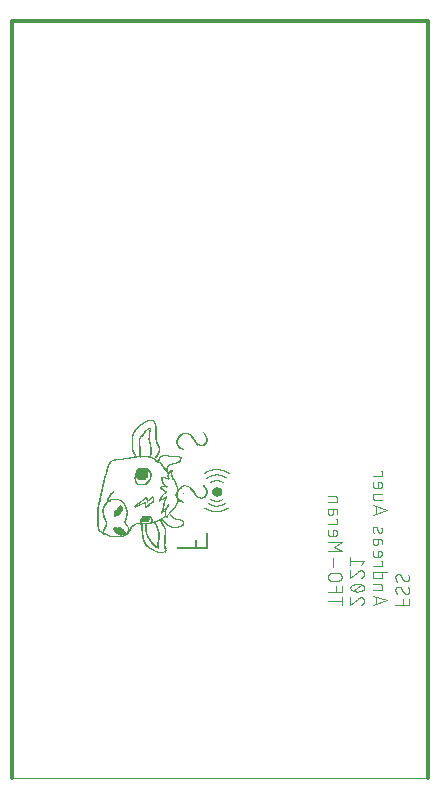
<source format=gbo>
G04 EAGLE Gerber RS-274X export*
G75*
%MOMM*%
%FSLAX34Y34*%
%LPD*%
%INSilkscreen Bottom*%
%IPPOS*%
%AMOC8*
5,1,8,0,0,1.08239X$1,22.5*%
G01*
%ADD10C,0.000000*%
%ADD11C,0.304800*%
%ADD12C,0.101600*%
%ADD13R,0.013800X0.303694*%
%ADD14R,0.013806X0.745431*%
%ADD15R,0.013800X1.049131*%
%ADD16R,0.013800X1.642719*%
%ADD17R,0.013806X1.863581*%
%ADD18R,0.013800X0.952500*%
%ADD19R,0.013800X0.386519*%
%ADD20R,0.013800X0.773044*%
%ADD21R,0.013800X0.345106*%
%ADD22R,0.013806X0.262281*%
%ADD23R,0.013806X0.317500*%
%ADD24R,0.013800X0.179456*%
%ADD25R,0.013800X0.289888*%
%ADD26R,0.013806X0.151844*%
%ADD27R,0.013806X0.276087*%
%ADD28R,0.013800X0.124238*%
%ADD29R,0.013800X0.248475*%
%ADD30R,0.013800X0.110431*%
%ADD31R,0.013800X0.262281*%
%ADD32R,0.013806X0.069019*%
%ADD33R,0.013800X0.055213*%
%ADD34R,0.013800X0.276087*%
%ADD35R,0.013806X0.041413*%
%ADD36R,0.013806X0.289888*%
%ADD37R,0.013800X0.055219*%
%ADD38R,0.013800X0.317500*%
%ADD39R,0.013800X0.331306*%
%ADD40R,0.013806X0.055219*%
%ADD41R,0.013806X0.345113*%
%ADD42R,0.013800X0.069019*%
%ADD43R,0.013800X0.345113*%
%ADD44R,0.013806X0.055213*%
%ADD45R,0.013806X0.303694*%
%ADD46R,0.013800X0.289894*%
%ADD47R,0.013800X0.041413*%
%ADD48R,0.013800X0.041406*%
%ADD49R,0.013800X0.331300*%
%ADD50R,0.013806X0.041406*%
%ADD51R,0.013806X0.358913*%
%ADD52R,0.013800X0.207063*%
%ADD53R,0.013800X0.358913*%
%ADD54R,0.013806X0.441738*%
%ADD55R,0.013800X0.593581*%
%ADD56R,0.013806X0.331300*%
%ADD57R,0.013806X0.386519*%
%ADD58R,0.013800X0.372719*%
%ADD59R,0.013800X0.220869*%
%ADD60R,0.013800X0.427931*%
%ADD61R,0.013800X0.441738*%
%ADD62R,0.013800X0.193256*%
%ADD63R,0.013806X0.455544*%
%ADD64R,0.013806X0.372719*%
%ADD65R,0.013806X0.179456*%
%ADD66R,0.013800X0.151850*%
%ADD67R,0.013800X0.138044*%
%ADD68R,0.013800X0.096631*%
%ADD69R,0.013800X0.234675*%
%ADD70R,0.013806X0.082825*%
%ADD71R,0.013806X0.138044*%
%ADD72R,0.013806X0.110431*%
%ADD73R,0.013800X0.013806*%
%ADD74R,0.013806X0.124238*%
%ADD75R,0.013806X0.096631*%
%ADD76R,0.013800X0.138038*%
%ADD77R,0.013800X0.096625*%
%ADD78R,0.013806X0.096625*%
%ADD79R,0.013806X0.248475*%
%ADD80R,0.013800X0.234669*%
%ADD81R,0.013806X0.234675*%
%ADD82R,0.013800X0.151844*%
%ADD83R,0.013800X0.082825*%
%ADD84R,0.013800X0.165650*%
%ADD85R,0.013806X0.234669*%
%ADD86R,0.013800X0.496956*%
%ADD87R,0.013800X0.303700*%
%ADD88R,0.013806X0.082819*%
%ADD89R,0.013806X0.276081*%
%ADD90R,0.013800X0.220863*%
%ADD91R,0.013806X0.207063*%
%ADD92R,0.013806X0.179450*%
%ADD93R,0.013806X0.165650*%
%ADD94R,0.013800X0.193263*%
%ADD95R,0.013806X0.193263*%
%ADD96R,0.013806X0.193256*%
%ADD97R,0.013800X0.110438*%
%ADD98R,0.013806X0.151850*%
%ADD99R,0.013800X0.165656*%
%ADD100R,0.013800X0.027606*%
%ADD101R,0.013806X0.124244*%
%ADD102R,0.013806X0.069025*%
%ADD103R,0.013800X0.082819*%
%ADD104R,0.013800X0.027613*%
%ADD105R,0.013806X0.220869*%
%ADD106R,0.013806X0.027606*%
%ADD107R,0.013800X0.013800*%
%ADD108R,0.013800X0.276081*%
%ADD109R,0.013806X0.289894*%
%ADD110R,0.013806X0.331306*%
%ADD111R,0.013800X0.372713*%
%ADD112R,0.013806X0.400325*%
%ADD113R,0.013800X0.427938*%
%ADD114R,0.013800X0.414131*%
%ADD115R,0.013800X0.469350*%
%ADD116R,0.013800X0.469344*%
%ADD117R,0.013806X0.483150*%
%ADD118R,0.013800X0.455544*%
%ADD119R,0.013800X0.496950*%
%ADD120R,0.013806X0.496956*%
%ADD121R,0.013800X0.510763*%
%ADD122R,0.013806X0.510756*%
%ADD123R,0.013800X0.483150*%
%ADD124R,0.013800X0.510756*%
%ADD125R,0.013806X0.524569*%
%ADD126R,0.013800X0.524563*%
%ADD127R,0.013800X0.538369*%
%ADD128R,0.013806X0.538369*%
%ADD129R,0.013806X0.565975*%
%ADD130R,0.013800X0.552175*%
%ADD131R,0.013800X0.565975*%
%ADD132R,0.013806X0.552175*%
%ADD133R,0.013806X0.579781*%
%ADD134R,0.013800X0.579781*%
%ADD135R,0.013800X0.607388*%
%ADD136R,0.013806X0.607394*%
%ADD137R,0.013800X0.593588*%
%ADD138R,0.013800X0.621194*%
%ADD139R,0.013806X0.593588*%
%ADD140R,0.013806X0.621194*%
%ADD141R,0.013800X0.607394*%
%ADD142R,0.013800X0.635000*%
%ADD143R,0.013800X0.648806*%
%ADD144R,0.013806X0.662606*%
%ADD145R,0.013800X0.676406*%
%ADD146R,0.013800X0.690219*%
%ADD147R,0.013806X0.648800*%
%ADD148R,0.013806X0.690213*%
%ADD149R,0.013800X0.648800*%
%ADD150R,0.013806X0.690219*%
%ADD151R,0.013800X0.690213*%
%ADD152R,0.013806X0.648806*%
%ADD153R,0.013806X0.676413*%
%ADD154R,0.013800X0.662613*%
%ADD155R,0.013800X0.662606*%
%ADD156R,0.013806X0.635000*%
%ADD157R,0.013806X0.621200*%
%ADD158R,0.013806X0.510763*%
%ADD159R,0.013800X0.069025*%
%ADD160R,0.013806X0.427931*%
%ADD161R,0.013800X0.400325*%
%ADD162R,0.013806X0.220863*%
%ADD163R,0.013800X0.911088*%
%ADD164R,0.013806X1.076738*%
%ADD165R,0.013800X1.200975*%
%ADD166R,0.013806X1.311406*%
%ADD167R,0.013800X0.124244*%
%ADD168R,0.013806X0.110438*%
%ADD169R,0.013806X0.165656*%
%ADD170R,0.013800X0.717825*%
%ADD171R,0.013800X0.745438*%
%ADD172R,0.013806X0.786844*%
%ADD173R,0.013800X0.800650*%
%ADD174R,0.013800X0.828256*%
%ADD175R,0.013806X0.855869*%
%ADD176R,0.013800X0.869669*%
%ADD177R,0.013806X0.897281*%
%ADD178R,0.013806X0.924888*%
%ADD179R,0.013800X0.938694*%
%ADD180R,0.013806X0.966306*%
%ADD181R,0.013806X0.607388*%
%ADD182R,0.013800X0.966306*%
%ADD183R,0.013800X0.704019*%
%ADD184R,0.013800X0.980106*%
%ADD185R,0.013806X0.993906*%
%ADD186R,0.013800X0.993906*%
%ADD187R,0.013800X0.842063*%
%ADD188R,0.013806X1.007713*%
%ADD189R,0.013806X0.883475*%
%ADD190R,0.013800X1.007713*%
%ADD191R,0.013800X0.786844*%
%ADD192R,0.013806X1.021519*%
%ADD193R,0.013800X1.035325*%
%ADD194R,0.013806X1.035325*%
%ADD195R,0.013806X0.524563*%
%ADD196R,0.013806X0.345106*%
%ADD197R,0.013800X0.745431*%
%ADD198R,0.013806X0.842063*%
%ADD199R,0.013806X0.386525*%
%ADD200R,0.013800X1.021519*%
%ADD201R,0.013806X0.372713*%
%ADD202R,0.013806X0.469350*%
%ADD203R,0.013806X1.007719*%
%ADD204R,0.013800X1.007719*%
%ADD205R,0.013806X0.013800*%
%ADD206R,0.013806X0.980106*%
%ADD207R,0.013806X0.013806*%
%ADD208R,0.013806X0.538363*%
%ADD209R,0.013806X0.938694*%
%ADD210R,0.013800X0.538363*%
%ADD211R,0.013800X0.924888*%
%ADD212R,0.013806X0.704019*%
%ADD213R,0.013806X0.138038*%
%ADD214R,0.013806X0.911088*%
%ADD215R,0.013800X0.786850*%
%ADD216R,0.013800X0.897281*%
%ADD217R,0.013806X0.842069*%
%ADD218R,0.013800X0.869675*%
%ADD219R,0.013800X0.731631*%
%ADD220R,0.013800X0.179450*%
%ADD221R,0.013806X0.469344*%
%ADD222R,0.013800X0.455538*%
%ADD223R,0.013806X0.455538*%
%ADD224R,0.013806X0.414131*%
%ADD225R,0.013800X0.414125*%
%ADD226R,0.013806X0.869675*%
%ADD227R,0.013806X0.027613*%
%ADD228R,0.013806X0.717819*%
%ADD229R,0.013806X1.228588*%
%ADD230R,0.013800X1.270000*%
%ADD231R,0.013800X1.283800*%
%ADD232R,0.013806X1.242394*%
%ADD233R,0.013800X0.207069*%
%ADD234R,0.013806X0.828256*%
%ADD235R,0.013800X0.676413*%
%ADD236R,0.013800X1.131956*%
%ADD237R,0.013806X0.980113*%
%ADD238R,0.013800X1.214781*%
%ADD239R,0.013806X0.427938*%
%ADD240R,0.013800X0.759244*%
%ADD241R,0.013806X0.759244*%
%ADD242R,0.013800X0.552169*%
%ADD243R,0.013800X1.311413*%
%ADD244R,0.013806X1.311413*%
%ADD245R,0.013806X0.593581*%
%ADD246R,0.013806X0.731625*%
%ADD247R,0.013800X0.731625*%
%ADD248R,0.013800X0.759238*%
%ADD249R,0.013806X0.759238*%
%ADD250R,0.013806X0.773044*%
%ADD251R,0.013806X0.786850*%
%ADD252R,0.013800X0.717819*%


D10*
X0Y0D02*
X352300Y0D01*
D11*
X352300Y641250D01*
X0Y641250D01*
X0Y0D01*
D12*
X324358Y146558D02*
X336042Y146558D01*
X336042Y151751D01*
X330849Y151751D02*
X330849Y146558D01*
X324358Y159574D02*
X324360Y159673D01*
X324366Y159773D01*
X324375Y159872D01*
X324388Y159970D01*
X324405Y160068D01*
X324426Y160166D01*
X324451Y160262D01*
X324479Y160357D01*
X324511Y160451D01*
X324546Y160544D01*
X324585Y160636D01*
X324628Y160726D01*
X324673Y160814D01*
X324723Y160901D01*
X324775Y160985D01*
X324831Y161068D01*
X324889Y161148D01*
X324951Y161226D01*
X325016Y161301D01*
X325084Y161374D01*
X325154Y161444D01*
X325227Y161512D01*
X325302Y161577D01*
X325380Y161639D01*
X325460Y161697D01*
X325543Y161753D01*
X325627Y161805D01*
X325714Y161855D01*
X325802Y161900D01*
X325892Y161943D01*
X325984Y161982D01*
X326077Y162017D01*
X326171Y162049D01*
X326266Y162077D01*
X326362Y162102D01*
X326460Y162123D01*
X326558Y162140D01*
X326656Y162153D01*
X326755Y162162D01*
X326855Y162168D01*
X326954Y162170D01*
X324358Y159574D02*
X324360Y159430D01*
X324366Y159285D01*
X324375Y159141D01*
X324388Y158998D01*
X324405Y158854D01*
X324426Y158711D01*
X324451Y158569D01*
X324479Y158428D01*
X324511Y158287D01*
X324547Y158147D01*
X324586Y158008D01*
X324629Y157870D01*
X324676Y157734D01*
X324726Y157598D01*
X324780Y157464D01*
X324837Y157332D01*
X324898Y157201D01*
X324962Y157072D01*
X325030Y156944D01*
X325100Y156818D01*
X325175Y156694D01*
X325252Y156573D01*
X325333Y156453D01*
X325416Y156335D01*
X325503Y156220D01*
X325593Y156107D01*
X325686Y155996D01*
X325781Y155888D01*
X325880Y155782D01*
X325981Y155679D01*
X333446Y156004D02*
X333545Y156006D01*
X333645Y156012D01*
X333744Y156021D01*
X333842Y156034D01*
X333940Y156051D01*
X334038Y156072D01*
X334134Y156097D01*
X334229Y156125D01*
X334323Y156157D01*
X334416Y156192D01*
X334508Y156231D01*
X334598Y156274D01*
X334686Y156319D01*
X334773Y156369D01*
X334857Y156421D01*
X334940Y156477D01*
X335020Y156535D01*
X335098Y156597D01*
X335173Y156662D01*
X335246Y156730D01*
X335316Y156800D01*
X335384Y156873D01*
X335449Y156948D01*
X335511Y157026D01*
X335569Y157106D01*
X335625Y157189D01*
X335677Y157273D01*
X335727Y157360D01*
X335772Y157448D01*
X335815Y157538D01*
X335854Y157630D01*
X335889Y157723D01*
X335921Y157817D01*
X335949Y157912D01*
X335974Y158009D01*
X335995Y158106D01*
X336012Y158204D01*
X336025Y158302D01*
X336034Y158401D01*
X336040Y158501D01*
X336042Y158600D01*
X336040Y158736D01*
X336034Y158872D01*
X336025Y159008D01*
X336012Y159144D01*
X335994Y159279D01*
X335974Y159413D01*
X335949Y159547D01*
X335921Y159681D01*
X335888Y159813D01*
X335853Y159944D01*
X335813Y160075D01*
X335770Y160204D01*
X335724Y160332D01*
X335673Y160458D01*
X335620Y160584D01*
X335562Y160707D01*
X335502Y160829D01*
X335438Y160949D01*
X335370Y161068D01*
X335300Y161184D01*
X335226Y161298D01*
X335149Y161411D01*
X335068Y161521D01*
X331174Y157302D02*
X331227Y157216D01*
X331284Y157132D01*
X331343Y157050D01*
X331406Y156970D01*
X331472Y156893D01*
X331540Y156818D01*
X331612Y156746D01*
X331686Y156677D01*
X331763Y156611D01*
X331842Y156548D01*
X331924Y156488D01*
X332008Y156431D01*
X332094Y156377D01*
X332182Y156327D01*
X332272Y156280D01*
X332363Y156236D01*
X332457Y156197D01*
X332551Y156160D01*
X332647Y156128D01*
X332745Y156099D01*
X332843Y156074D01*
X332942Y156053D01*
X333042Y156035D01*
X333142Y156022D01*
X333243Y156012D01*
X333345Y156006D01*
X333446Y156004D01*
X329226Y160873D02*
X329173Y160959D01*
X329116Y161043D01*
X329057Y161125D01*
X328994Y161205D01*
X328928Y161282D01*
X328860Y161357D01*
X328788Y161429D01*
X328714Y161498D01*
X328637Y161564D01*
X328558Y161627D01*
X328476Y161687D01*
X328392Y161744D01*
X328306Y161798D01*
X328218Y161848D01*
X328128Y161895D01*
X328037Y161939D01*
X327943Y161978D01*
X327849Y162015D01*
X327753Y162047D01*
X327655Y162076D01*
X327557Y162101D01*
X327458Y162122D01*
X327358Y162140D01*
X327258Y162153D01*
X327157Y162163D01*
X327055Y162169D01*
X326954Y162171D01*
X329226Y160872D02*
X331174Y157302D01*
X324358Y170242D02*
X324360Y170341D01*
X324366Y170441D01*
X324375Y170540D01*
X324388Y170638D01*
X324405Y170736D01*
X324426Y170834D01*
X324451Y170930D01*
X324479Y171025D01*
X324511Y171119D01*
X324546Y171212D01*
X324585Y171304D01*
X324628Y171394D01*
X324673Y171482D01*
X324723Y171569D01*
X324775Y171653D01*
X324831Y171736D01*
X324889Y171816D01*
X324951Y171894D01*
X325016Y171969D01*
X325084Y172042D01*
X325154Y172112D01*
X325227Y172180D01*
X325302Y172245D01*
X325380Y172307D01*
X325460Y172365D01*
X325543Y172421D01*
X325627Y172473D01*
X325714Y172523D01*
X325802Y172568D01*
X325892Y172611D01*
X325984Y172650D01*
X326077Y172685D01*
X326171Y172717D01*
X326266Y172745D01*
X326362Y172770D01*
X326460Y172791D01*
X326558Y172808D01*
X326656Y172821D01*
X326755Y172830D01*
X326855Y172836D01*
X326954Y172838D01*
X324358Y170242D02*
X324360Y170098D01*
X324366Y169953D01*
X324375Y169809D01*
X324388Y169666D01*
X324405Y169522D01*
X324426Y169379D01*
X324451Y169237D01*
X324479Y169096D01*
X324511Y168955D01*
X324547Y168815D01*
X324586Y168676D01*
X324629Y168538D01*
X324676Y168402D01*
X324726Y168266D01*
X324780Y168132D01*
X324837Y168000D01*
X324898Y167869D01*
X324962Y167740D01*
X325030Y167612D01*
X325100Y167486D01*
X325175Y167362D01*
X325252Y167241D01*
X325333Y167121D01*
X325416Y167003D01*
X325503Y166888D01*
X325593Y166775D01*
X325686Y166664D01*
X325781Y166556D01*
X325880Y166450D01*
X325981Y166347D01*
X333446Y166672D02*
X333545Y166674D01*
X333645Y166680D01*
X333744Y166689D01*
X333842Y166702D01*
X333940Y166719D01*
X334038Y166740D01*
X334134Y166765D01*
X334229Y166793D01*
X334323Y166825D01*
X334416Y166860D01*
X334508Y166899D01*
X334598Y166942D01*
X334686Y166987D01*
X334773Y167037D01*
X334857Y167089D01*
X334940Y167145D01*
X335020Y167203D01*
X335098Y167265D01*
X335173Y167330D01*
X335246Y167398D01*
X335316Y167468D01*
X335384Y167541D01*
X335449Y167616D01*
X335511Y167694D01*
X335569Y167774D01*
X335625Y167857D01*
X335677Y167941D01*
X335727Y168028D01*
X335772Y168116D01*
X335815Y168206D01*
X335854Y168298D01*
X335889Y168391D01*
X335921Y168485D01*
X335949Y168580D01*
X335974Y168677D01*
X335995Y168774D01*
X336012Y168872D01*
X336025Y168970D01*
X336034Y169069D01*
X336040Y169169D01*
X336042Y169268D01*
X336040Y169404D01*
X336034Y169540D01*
X336025Y169676D01*
X336012Y169812D01*
X335994Y169947D01*
X335974Y170081D01*
X335949Y170215D01*
X335921Y170349D01*
X335888Y170481D01*
X335853Y170612D01*
X335813Y170743D01*
X335770Y170872D01*
X335724Y171000D01*
X335673Y171126D01*
X335620Y171252D01*
X335562Y171375D01*
X335502Y171497D01*
X335438Y171617D01*
X335370Y171736D01*
X335300Y171852D01*
X335226Y171966D01*
X335149Y172079D01*
X335068Y172189D01*
X331174Y167970D02*
X331227Y167884D01*
X331284Y167800D01*
X331343Y167718D01*
X331406Y167638D01*
X331472Y167561D01*
X331540Y167486D01*
X331612Y167414D01*
X331686Y167345D01*
X331763Y167279D01*
X331842Y167216D01*
X331924Y167156D01*
X332008Y167099D01*
X332094Y167045D01*
X332182Y166995D01*
X332272Y166948D01*
X332363Y166904D01*
X332457Y166865D01*
X332551Y166828D01*
X332647Y166796D01*
X332745Y166767D01*
X332843Y166742D01*
X332942Y166721D01*
X333042Y166703D01*
X333142Y166690D01*
X333243Y166680D01*
X333345Y166674D01*
X333446Y166672D01*
X329226Y171540D02*
X329173Y171626D01*
X329116Y171710D01*
X329057Y171792D01*
X328994Y171872D01*
X328928Y171949D01*
X328860Y172024D01*
X328788Y172096D01*
X328714Y172165D01*
X328637Y172231D01*
X328558Y172294D01*
X328476Y172354D01*
X328392Y172411D01*
X328306Y172465D01*
X328218Y172515D01*
X328128Y172562D01*
X328037Y172606D01*
X327943Y172645D01*
X327849Y172682D01*
X327753Y172714D01*
X327655Y172743D01*
X327557Y172768D01*
X327458Y172789D01*
X327358Y172807D01*
X327258Y172820D01*
X327157Y172830D01*
X327055Y172836D01*
X326954Y172838D01*
X329226Y171540D02*
X331174Y167970D01*
X316992Y150453D02*
X305308Y146558D01*
X305308Y154347D02*
X316992Y150453D01*
X308229Y153374D02*
X308229Y147532D01*
X305308Y158905D02*
X313097Y158905D01*
X313097Y162151D01*
X313095Y162238D01*
X313089Y162326D01*
X313079Y162412D01*
X313066Y162499D01*
X313048Y162584D01*
X313027Y162669D01*
X313002Y162753D01*
X312973Y162835D01*
X312940Y162916D01*
X312904Y162996D01*
X312865Y163074D01*
X312821Y163150D01*
X312775Y163224D01*
X312725Y163295D01*
X312672Y163365D01*
X312616Y163432D01*
X312557Y163496D01*
X312495Y163558D01*
X312431Y163617D01*
X312364Y163673D01*
X312294Y163726D01*
X312223Y163776D01*
X312149Y163822D01*
X312073Y163866D01*
X311995Y163905D01*
X311915Y163941D01*
X311834Y163974D01*
X311752Y164003D01*
X311668Y164028D01*
X311583Y164049D01*
X311498Y164067D01*
X311411Y164080D01*
X311325Y164090D01*
X311237Y164096D01*
X311150Y164098D01*
X305308Y164098D01*
X305308Y174326D02*
X316992Y174326D01*
X305308Y174326D02*
X305308Y171081D01*
X305310Y170994D01*
X305316Y170906D01*
X305326Y170820D01*
X305339Y170733D01*
X305357Y170648D01*
X305378Y170563D01*
X305403Y170479D01*
X305432Y170397D01*
X305465Y170316D01*
X305501Y170236D01*
X305540Y170158D01*
X305584Y170082D01*
X305630Y170008D01*
X305680Y169937D01*
X305733Y169867D01*
X305789Y169800D01*
X305848Y169736D01*
X305910Y169674D01*
X305974Y169615D01*
X306041Y169559D01*
X306111Y169506D01*
X306182Y169456D01*
X306256Y169410D01*
X306332Y169366D01*
X306410Y169327D01*
X306490Y169291D01*
X306571Y169258D01*
X306653Y169229D01*
X306737Y169204D01*
X306822Y169183D01*
X306907Y169165D01*
X306994Y169152D01*
X307080Y169142D01*
X307168Y169136D01*
X307255Y169134D01*
X307255Y169133D02*
X311150Y169133D01*
X311150Y169134D02*
X311237Y169136D01*
X311325Y169142D01*
X311411Y169152D01*
X311498Y169165D01*
X311583Y169183D01*
X311668Y169204D01*
X311752Y169229D01*
X311834Y169258D01*
X311915Y169291D01*
X311995Y169327D01*
X312073Y169366D01*
X312149Y169410D01*
X312223Y169456D01*
X312294Y169506D01*
X312364Y169559D01*
X312431Y169615D01*
X312495Y169674D01*
X312557Y169736D01*
X312616Y169800D01*
X312672Y169867D01*
X312725Y169937D01*
X312775Y170008D01*
X312821Y170082D01*
X312865Y170158D01*
X312904Y170236D01*
X312940Y170316D01*
X312973Y170397D01*
X313002Y170479D01*
X313027Y170563D01*
X313048Y170648D01*
X313066Y170733D01*
X313079Y170820D01*
X313089Y170906D01*
X313095Y170994D01*
X313097Y171081D01*
X313097Y174326D01*
X313097Y179927D02*
X305308Y179927D01*
X313097Y179927D02*
X313097Y183821D01*
X311799Y183821D01*
X305308Y189428D02*
X305308Y192673D01*
X305308Y189428D02*
X305310Y189341D01*
X305316Y189253D01*
X305326Y189167D01*
X305339Y189080D01*
X305357Y188995D01*
X305378Y188910D01*
X305403Y188826D01*
X305432Y188744D01*
X305465Y188663D01*
X305501Y188583D01*
X305540Y188505D01*
X305584Y188429D01*
X305630Y188355D01*
X305680Y188284D01*
X305733Y188214D01*
X305789Y188147D01*
X305848Y188083D01*
X305910Y188021D01*
X305974Y187962D01*
X306041Y187906D01*
X306111Y187853D01*
X306182Y187803D01*
X306256Y187757D01*
X306332Y187713D01*
X306410Y187674D01*
X306490Y187638D01*
X306571Y187605D01*
X306653Y187576D01*
X306737Y187551D01*
X306822Y187530D01*
X306907Y187512D01*
X306994Y187499D01*
X307080Y187489D01*
X307168Y187483D01*
X307255Y187481D01*
X307255Y187480D02*
X310501Y187480D01*
X310501Y187481D02*
X310602Y187483D01*
X310702Y187489D01*
X310802Y187499D01*
X310902Y187512D01*
X311001Y187530D01*
X311100Y187551D01*
X311197Y187576D01*
X311294Y187605D01*
X311389Y187638D01*
X311483Y187674D01*
X311575Y187714D01*
X311666Y187757D01*
X311755Y187804D01*
X311842Y187854D01*
X311928Y187908D01*
X312011Y187965D01*
X312091Y188025D01*
X312170Y188088D01*
X312246Y188155D01*
X312319Y188224D01*
X312389Y188296D01*
X312457Y188370D01*
X312522Y188447D01*
X312583Y188527D01*
X312642Y188609D01*
X312697Y188693D01*
X312749Y188779D01*
X312798Y188867D01*
X312843Y188957D01*
X312885Y189049D01*
X312923Y189142D01*
X312957Y189237D01*
X312988Y189332D01*
X313015Y189429D01*
X313038Y189527D01*
X313058Y189626D01*
X313073Y189726D01*
X313085Y189826D01*
X313093Y189926D01*
X313097Y190027D01*
X313097Y190127D01*
X313093Y190228D01*
X313085Y190328D01*
X313073Y190428D01*
X313058Y190528D01*
X313038Y190627D01*
X313015Y190725D01*
X312988Y190822D01*
X312957Y190917D01*
X312923Y191012D01*
X312885Y191105D01*
X312843Y191197D01*
X312798Y191287D01*
X312749Y191375D01*
X312697Y191461D01*
X312642Y191545D01*
X312583Y191627D01*
X312522Y191707D01*
X312457Y191784D01*
X312389Y191858D01*
X312319Y191930D01*
X312246Y191999D01*
X312170Y192066D01*
X312091Y192129D01*
X312011Y192189D01*
X311928Y192246D01*
X311842Y192300D01*
X311755Y192350D01*
X311666Y192397D01*
X311575Y192440D01*
X311483Y192480D01*
X311389Y192516D01*
X311294Y192549D01*
X311197Y192578D01*
X311100Y192603D01*
X311001Y192624D01*
X310902Y192642D01*
X310802Y192655D01*
X310702Y192665D01*
X310602Y192671D01*
X310501Y192673D01*
X309203Y192673D01*
X309203Y187480D01*
X309852Y199599D02*
X309852Y202520D01*
X309852Y199599D02*
X309850Y199505D01*
X309844Y199411D01*
X309835Y199318D01*
X309821Y199225D01*
X309804Y199133D01*
X309782Y199041D01*
X309758Y198951D01*
X309729Y198861D01*
X309697Y198773D01*
X309661Y198686D01*
X309621Y198601D01*
X309578Y198518D01*
X309532Y198436D01*
X309482Y198356D01*
X309429Y198279D01*
X309373Y198204D01*
X309314Y198131D01*
X309252Y198060D01*
X309187Y197992D01*
X309119Y197927D01*
X309048Y197865D01*
X308975Y197806D01*
X308900Y197750D01*
X308823Y197697D01*
X308743Y197647D01*
X308661Y197601D01*
X308578Y197558D01*
X308493Y197518D01*
X308406Y197482D01*
X308318Y197450D01*
X308228Y197421D01*
X308138Y197397D01*
X308046Y197375D01*
X307954Y197358D01*
X307861Y197344D01*
X307768Y197335D01*
X307674Y197329D01*
X307580Y197327D01*
X307486Y197329D01*
X307392Y197335D01*
X307299Y197344D01*
X307206Y197358D01*
X307114Y197375D01*
X307022Y197397D01*
X306932Y197421D01*
X306842Y197450D01*
X306754Y197482D01*
X306667Y197518D01*
X306582Y197558D01*
X306499Y197601D01*
X306417Y197647D01*
X306337Y197697D01*
X306260Y197750D01*
X306185Y197806D01*
X306112Y197865D01*
X306041Y197927D01*
X305973Y197992D01*
X305908Y198060D01*
X305846Y198131D01*
X305787Y198204D01*
X305731Y198279D01*
X305678Y198356D01*
X305628Y198436D01*
X305582Y198518D01*
X305539Y198601D01*
X305499Y198686D01*
X305463Y198773D01*
X305431Y198861D01*
X305402Y198951D01*
X305378Y199041D01*
X305356Y199133D01*
X305339Y199225D01*
X305325Y199318D01*
X305316Y199411D01*
X305310Y199505D01*
X305308Y199599D01*
X305308Y202520D01*
X311150Y202520D01*
X311237Y202518D01*
X311325Y202512D01*
X311411Y202502D01*
X311498Y202489D01*
X311583Y202471D01*
X311668Y202450D01*
X311752Y202425D01*
X311834Y202396D01*
X311915Y202363D01*
X311995Y202327D01*
X312073Y202288D01*
X312149Y202244D01*
X312223Y202198D01*
X312294Y202148D01*
X312364Y202095D01*
X312431Y202039D01*
X312495Y201980D01*
X312557Y201918D01*
X312616Y201854D01*
X312672Y201787D01*
X312725Y201717D01*
X312775Y201646D01*
X312821Y201572D01*
X312865Y201496D01*
X312904Y201418D01*
X312940Y201338D01*
X312973Y201257D01*
X313002Y201175D01*
X313027Y201091D01*
X313048Y201006D01*
X313066Y200921D01*
X313079Y200834D01*
X313089Y200748D01*
X313095Y200660D01*
X313097Y200573D01*
X313097Y197976D01*
X309852Y208647D02*
X308554Y211892D01*
X309851Y208647D02*
X309884Y208572D01*
X309920Y208498D01*
X309959Y208426D01*
X310002Y208356D01*
X310048Y208289D01*
X310098Y208223D01*
X310150Y208161D01*
X310206Y208100D01*
X310264Y208043D01*
X310325Y207988D01*
X310389Y207937D01*
X310455Y207889D01*
X310524Y207844D01*
X310594Y207802D01*
X310667Y207764D01*
X310741Y207729D01*
X310817Y207698D01*
X310894Y207671D01*
X310973Y207648D01*
X311052Y207628D01*
X311133Y207613D01*
X311214Y207601D01*
X311296Y207593D01*
X311377Y207589D01*
X311459Y207590D01*
X311541Y207594D01*
X311623Y207602D01*
X311704Y207614D01*
X311784Y207630D01*
X311864Y207650D01*
X311942Y207674D01*
X312019Y207702D01*
X312095Y207733D01*
X312169Y207768D01*
X312241Y207806D01*
X312312Y207848D01*
X312380Y207894D01*
X312446Y207942D01*
X312509Y207994D01*
X312570Y208049D01*
X312628Y208107D01*
X312684Y208167D01*
X312736Y208230D01*
X312785Y208296D01*
X312831Y208364D01*
X312873Y208434D01*
X312913Y208506D01*
X312948Y208580D01*
X312980Y208655D01*
X313008Y208732D01*
X313032Y208810D01*
X313053Y208890D01*
X313070Y208970D01*
X313082Y209051D01*
X313091Y209132D01*
X313096Y209214D01*
X313097Y209296D01*
X313093Y209473D01*
X313084Y209650D01*
X313070Y209827D01*
X313053Y210004D01*
X313031Y210179D01*
X313006Y210355D01*
X312975Y210529D01*
X312941Y210703D01*
X312903Y210876D01*
X312860Y211048D01*
X312813Y211219D01*
X312763Y211389D01*
X312708Y211558D01*
X312649Y211725D01*
X312586Y211890D01*
X312519Y212055D01*
X312448Y212217D01*
X308554Y211892D02*
X308521Y211967D01*
X308485Y212041D01*
X308446Y212113D01*
X308403Y212183D01*
X308357Y212250D01*
X308307Y212316D01*
X308255Y212378D01*
X308199Y212439D01*
X308141Y212496D01*
X308080Y212551D01*
X308016Y212602D01*
X307950Y212650D01*
X307881Y212695D01*
X307811Y212737D01*
X307738Y212775D01*
X307664Y212810D01*
X307588Y212841D01*
X307511Y212868D01*
X307432Y212891D01*
X307353Y212911D01*
X307272Y212926D01*
X307191Y212938D01*
X307109Y212946D01*
X307028Y212950D01*
X306946Y212949D01*
X306864Y212945D01*
X306782Y212937D01*
X306701Y212925D01*
X306621Y212909D01*
X306541Y212889D01*
X306463Y212865D01*
X306386Y212837D01*
X306310Y212806D01*
X306236Y212771D01*
X306164Y212733D01*
X306093Y212691D01*
X306025Y212645D01*
X305959Y212597D01*
X305896Y212545D01*
X305835Y212490D01*
X305777Y212432D01*
X305721Y212372D01*
X305669Y212309D01*
X305620Y212243D01*
X305574Y212175D01*
X305532Y212105D01*
X305492Y212033D01*
X305457Y211959D01*
X305425Y211884D01*
X305397Y211807D01*
X305373Y211729D01*
X305352Y211649D01*
X305335Y211569D01*
X305323Y211488D01*
X305314Y211407D01*
X305309Y211325D01*
X305308Y211243D01*
X305315Y210983D01*
X305328Y210723D01*
X305347Y210463D01*
X305372Y210204D01*
X305404Y209945D01*
X305441Y209688D01*
X305485Y209431D01*
X305534Y209175D01*
X305590Y208921D01*
X305651Y208668D01*
X305719Y208417D01*
X305793Y208167D01*
X305872Y207919D01*
X305957Y207673D01*
X305308Y223139D02*
X316992Y227034D01*
X305308Y230928D01*
X308229Y229955D02*
X308229Y224113D01*
X307255Y235486D02*
X313097Y235486D01*
X307255Y235486D02*
X307168Y235488D01*
X307080Y235494D01*
X306994Y235504D01*
X306907Y235517D01*
X306822Y235535D01*
X306737Y235556D01*
X306653Y235581D01*
X306571Y235610D01*
X306490Y235643D01*
X306410Y235679D01*
X306332Y235718D01*
X306256Y235762D01*
X306182Y235808D01*
X306111Y235858D01*
X306041Y235911D01*
X305974Y235967D01*
X305910Y236026D01*
X305848Y236088D01*
X305789Y236152D01*
X305733Y236219D01*
X305680Y236289D01*
X305630Y236360D01*
X305584Y236434D01*
X305540Y236510D01*
X305501Y236588D01*
X305465Y236668D01*
X305432Y236749D01*
X305403Y236831D01*
X305378Y236915D01*
X305357Y237000D01*
X305339Y237085D01*
X305326Y237172D01*
X305316Y237258D01*
X305310Y237346D01*
X305308Y237433D01*
X305308Y240679D01*
X313097Y240679D01*
X305308Y247720D02*
X305308Y250966D01*
X305308Y247720D02*
X305310Y247633D01*
X305316Y247545D01*
X305326Y247459D01*
X305339Y247372D01*
X305357Y247287D01*
X305378Y247202D01*
X305403Y247118D01*
X305432Y247036D01*
X305465Y246955D01*
X305501Y246875D01*
X305540Y246797D01*
X305584Y246721D01*
X305630Y246647D01*
X305680Y246576D01*
X305733Y246506D01*
X305789Y246439D01*
X305848Y246375D01*
X305910Y246313D01*
X305974Y246254D01*
X306041Y246198D01*
X306111Y246145D01*
X306182Y246095D01*
X306256Y246049D01*
X306332Y246005D01*
X306410Y245966D01*
X306490Y245930D01*
X306571Y245897D01*
X306653Y245868D01*
X306737Y245843D01*
X306822Y245822D01*
X306907Y245804D01*
X306994Y245791D01*
X307080Y245781D01*
X307168Y245775D01*
X307255Y245773D01*
X310501Y245773D01*
X310501Y245774D02*
X310602Y245776D01*
X310702Y245782D01*
X310802Y245792D01*
X310902Y245805D01*
X311001Y245823D01*
X311100Y245844D01*
X311197Y245869D01*
X311294Y245898D01*
X311389Y245931D01*
X311483Y245967D01*
X311575Y246007D01*
X311666Y246050D01*
X311755Y246097D01*
X311842Y246147D01*
X311928Y246201D01*
X312011Y246258D01*
X312091Y246318D01*
X312170Y246381D01*
X312246Y246448D01*
X312319Y246517D01*
X312389Y246589D01*
X312457Y246663D01*
X312522Y246740D01*
X312583Y246820D01*
X312642Y246902D01*
X312697Y246986D01*
X312749Y247072D01*
X312798Y247160D01*
X312843Y247250D01*
X312885Y247342D01*
X312923Y247435D01*
X312957Y247530D01*
X312988Y247625D01*
X313015Y247722D01*
X313038Y247820D01*
X313058Y247919D01*
X313073Y248019D01*
X313085Y248119D01*
X313093Y248219D01*
X313097Y248320D01*
X313097Y248420D01*
X313093Y248521D01*
X313085Y248621D01*
X313073Y248721D01*
X313058Y248821D01*
X313038Y248920D01*
X313015Y249018D01*
X312988Y249115D01*
X312957Y249210D01*
X312923Y249305D01*
X312885Y249398D01*
X312843Y249490D01*
X312798Y249580D01*
X312749Y249668D01*
X312697Y249754D01*
X312642Y249838D01*
X312583Y249920D01*
X312522Y250000D01*
X312457Y250077D01*
X312389Y250151D01*
X312319Y250223D01*
X312246Y250292D01*
X312170Y250359D01*
X312091Y250422D01*
X312011Y250482D01*
X311928Y250539D01*
X311842Y250593D01*
X311755Y250643D01*
X311666Y250690D01*
X311575Y250733D01*
X311483Y250773D01*
X311389Y250809D01*
X311294Y250842D01*
X311197Y250871D01*
X311100Y250896D01*
X311001Y250917D01*
X310902Y250935D01*
X310802Y250948D01*
X310702Y250958D01*
X310602Y250964D01*
X310501Y250966D01*
X309203Y250966D01*
X309203Y245773D01*
X305308Y256127D02*
X313097Y256127D01*
X313097Y260021D01*
X311799Y260021D01*
X295021Y153049D02*
X295128Y153047D01*
X295234Y153041D01*
X295340Y153031D01*
X295446Y153018D01*
X295552Y153000D01*
X295656Y152979D01*
X295760Y152954D01*
X295863Y152925D01*
X295964Y152893D01*
X296064Y152856D01*
X296163Y152816D01*
X296261Y152773D01*
X296357Y152726D01*
X296451Y152675D01*
X296543Y152621D01*
X296633Y152564D01*
X296721Y152504D01*
X296806Y152440D01*
X296889Y152373D01*
X296970Y152303D01*
X297048Y152231D01*
X297124Y152155D01*
X297196Y152077D01*
X297266Y151996D01*
X297333Y151913D01*
X297397Y151828D01*
X297457Y151740D01*
X297514Y151650D01*
X297568Y151558D01*
X297619Y151464D01*
X297666Y151368D01*
X297709Y151270D01*
X297749Y151171D01*
X297786Y151071D01*
X297818Y150970D01*
X297847Y150867D01*
X297872Y150763D01*
X297893Y150659D01*
X297911Y150553D01*
X297924Y150447D01*
X297934Y150341D01*
X297940Y150235D01*
X297942Y150128D01*
X297940Y150007D01*
X297934Y149886D01*
X297924Y149766D01*
X297911Y149645D01*
X297893Y149526D01*
X297872Y149406D01*
X297847Y149288D01*
X297818Y149171D01*
X297785Y149054D01*
X297749Y148939D01*
X297708Y148825D01*
X297665Y148712D01*
X297617Y148600D01*
X297566Y148491D01*
X297511Y148383D01*
X297453Y148276D01*
X297392Y148172D01*
X297327Y148070D01*
X297259Y147970D01*
X297188Y147872D01*
X297114Y147776D01*
X297037Y147683D01*
X296956Y147593D01*
X296873Y147505D01*
X296787Y147420D01*
X296698Y147337D01*
X296607Y147258D01*
X296513Y147181D01*
X296417Y147108D01*
X296319Y147038D01*
X296218Y146971D01*
X296115Y146907D01*
X296010Y146847D01*
X295903Y146790D01*
X295795Y146736D01*
X295685Y146686D01*
X295573Y146640D01*
X295460Y146597D01*
X295345Y146558D01*
X292749Y152076D02*
X292826Y152155D01*
X292907Y152231D01*
X292990Y152304D01*
X293075Y152374D01*
X293163Y152441D01*
X293253Y152505D01*
X293345Y152565D01*
X293440Y152622D01*
X293536Y152676D01*
X293634Y152727D01*
X293734Y152774D01*
X293836Y152818D01*
X293939Y152858D01*
X294043Y152894D01*
X294149Y152926D01*
X294255Y152955D01*
X294363Y152980D01*
X294471Y153002D01*
X294581Y153019D01*
X294690Y153033D01*
X294800Y153042D01*
X294911Y153048D01*
X295021Y153050D01*
X292749Y152075D02*
X286258Y146558D01*
X286258Y153049D01*
X292100Y157988D02*
X292330Y157991D01*
X292560Y157999D01*
X292789Y158013D01*
X293018Y158032D01*
X293247Y158057D01*
X293474Y158087D01*
X293702Y158122D01*
X293928Y158163D01*
X294153Y158209D01*
X294377Y158261D01*
X294599Y158318D01*
X294821Y158380D01*
X295040Y158448D01*
X295258Y158521D01*
X295475Y158599D01*
X295689Y158682D01*
X295901Y158770D01*
X296111Y158863D01*
X296319Y158962D01*
X296409Y158995D01*
X296498Y159031D01*
X296586Y159071D01*
X296671Y159115D01*
X296755Y159162D01*
X296837Y159212D01*
X296917Y159266D01*
X296994Y159322D01*
X297070Y159382D01*
X297143Y159445D01*
X297213Y159510D01*
X297281Y159579D01*
X297345Y159650D01*
X297407Y159723D01*
X297466Y159799D01*
X297522Y159877D01*
X297575Y159958D01*
X297624Y160040D01*
X297670Y160124D01*
X297713Y160211D01*
X297752Y160298D01*
X297788Y160388D01*
X297820Y160478D01*
X297848Y160570D01*
X297873Y160663D01*
X297894Y160757D01*
X297911Y160851D01*
X297925Y160946D01*
X297934Y161042D01*
X297940Y161138D01*
X297942Y161234D01*
X297940Y161330D01*
X297934Y161426D01*
X297925Y161522D01*
X297911Y161617D01*
X297894Y161711D01*
X297873Y161805D01*
X297848Y161898D01*
X297820Y161990D01*
X297788Y162080D01*
X297752Y162170D01*
X297713Y162257D01*
X297670Y162344D01*
X297624Y162428D01*
X297575Y162510D01*
X297522Y162591D01*
X297466Y162669D01*
X297407Y162745D01*
X297345Y162818D01*
X297281Y162889D01*
X297213Y162958D01*
X297143Y163023D01*
X297070Y163086D01*
X296994Y163146D01*
X296917Y163202D01*
X296837Y163256D01*
X296755Y163306D01*
X296671Y163353D01*
X296586Y163397D01*
X296498Y163437D01*
X296409Y163473D01*
X296319Y163506D01*
X296112Y163605D01*
X295902Y163698D01*
X295689Y163786D01*
X295475Y163869D01*
X295259Y163947D01*
X295041Y164020D01*
X294821Y164088D01*
X294600Y164150D01*
X294377Y164207D01*
X294153Y164259D01*
X293928Y164305D01*
X293702Y164346D01*
X293475Y164381D01*
X293247Y164411D01*
X293018Y164436D01*
X292789Y164455D01*
X292560Y164469D01*
X292330Y164477D01*
X292100Y164480D01*
X292100Y157988D02*
X291870Y157991D01*
X291640Y157999D01*
X291411Y158013D01*
X291182Y158032D01*
X290953Y158057D01*
X290725Y158087D01*
X290498Y158122D01*
X290272Y158163D01*
X290047Y158209D01*
X289823Y158261D01*
X289600Y158318D01*
X289379Y158380D01*
X289159Y158448D01*
X288941Y158521D01*
X288725Y158599D01*
X288511Y158682D01*
X288299Y158770D01*
X288088Y158863D01*
X287881Y158962D01*
X287791Y158995D01*
X287702Y159031D01*
X287614Y159072D01*
X287529Y159115D01*
X287445Y159162D01*
X287363Y159212D01*
X287283Y159266D01*
X287206Y159322D01*
X287130Y159382D01*
X287057Y159445D01*
X286987Y159510D01*
X286919Y159579D01*
X286855Y159650D01*
X286793Y159723D01*
X286734Y159799D01*
X286678Y159877D01*
X286625Y159958D01*
X286576Y160040D01*
X286530Y160124D01*
X286487Y160211D01*
X286448Y160298D01*
X286412Y160388D01*
X286380Y160478D01*
X286352Y160570D01*
X286327Y160663D01*
X286306Y160757D01*
X286289Y160851D01*
X286275Y160946D01*
X286266Y161042D01*
X286260Y161138D01*
X286258Y161234D01*
X287881Y163505D02*
X288088Y163604D01*
X288299Y163697D01*
X288511Y163785D01*
X288725Y163868D01*
X288941Y163946D01*
X289159Y164019D01*
X289379Y164087D01*
X289600Y164149D01*
X289823Y164206D01*
X290047Y164258D01*
X290272Y164304D01*
X290498Y164345D01*
X290725Y164380D01*
X290953Y164410D01*
X291182Y164435D01*
X291411Y164454D01*
X291640Y164468D01*
X291870Y164476D01*
X292100Y164479D01*
X287881Y163506D02*
X287791Y163473D01*
X287702Y163437D01*
X287614Y163397D01*
X287529Y163353D01*
X287445Y163306D01*
X287363Y163256D01*
X287283Y163202D01*
X287206Y163146D01*
X287130Y163086D01*
X287057Y163023D01*
X286987Y162958D01*
X286919Y162889D01*
X286855Y162818D01*
X286793Y162745D01*
X286734Y162669D01*
X286678Y162591D01*
X286625Y162510D01*
X286576Y162428D01*
X286530Y162344D01*
X286487Y162257D01*
X286448Y162170D01*
X286412Y162080D01*
X286380Y161990D01*
X286352Y161898D01*
X286327Y161805D01*
X286306Y161711D01*
X286289Y161617D01*
X286275Y161522D01*
X286266Y161426D01*
X286260Y161330D01*
X286258Y161234D01*
X288854Y158637D02*
X295346Y163830D01*
X297942Y172988D02*
X297940Y173095D01*
X297934Y173201D01*
X297924Y173307D01*
X297911Y173413D01*
X297893Y173519D01*
X297872Y173623D01*
X297847Y173727D01*
X297818Y173830D01*
X297786Y173931D01*
X297749Y174031D01*
X297709Y174130D01*
X297666Y174228D01*
X297619Y174324D01*
X297568Y174418D01*
X297514Y174510D01*
X297457Y174600D01*
X297397Y174688D01*
X297333Y174773D01*
X297266Y174856D01*
X297196Y174937D01*
X297124Y175015D01*
X297048Y175091D01*
X296970Y175163D01*
X296889Y175233D01*
X296806Y175300D01*
X296721Y175364D01*
X296633Y175424D01*
X296543Y175481D01*
X296451Y175535D01*
X296357Y175586D01*
X296261Y175633D01*
X296163Y175676D01*
X296064Y175716D01*
X295964Y175753D01*
X295863Y175785D01*
X295760Y175814D01*
X295656Y175839D01*
X295552Y175860D01*
X295446Y175878D01*
X295340Y175891D01*
X295234Y175901D01*
X295128Y175907D01*
X295021Y175909D01*
X297942Y172988D02*
X297940Y172867D01*
X297934Y172746D01*
X297924Y172626D01*
X297911Y172505D01*
X297893Y172386D01*
X297872Y172266D01*
X297847Y172148D01*
X297818Y172031D01*
X297785Y171914D01*
X297749Y171799D01*
X297708Y171685D01*
X297665Y171572D01*
X297617Y171460D01*
X297566Y171351D01*
X297511Y171243D01*
X297453Y171136D01*
X297392Y171032D01*
X297327Y170930D01*
X297259Y170830D01*
X297188Y170732D01*
X297114Y170636D01*
X297037Y170543D01*
X296956Y170453D01*
X296873Y170365D01*
X296787Y170280D01*
X296698Y170197D01*
X296607Y170118D01*
X296513Y170041D01*
X296417Y169968D01*
X296319Y169898D01*
X296218Y169831D01*
X296115Y169767D01*
X296010Y169707D01*
X295903Y169650D01*
X295795Y169596D01*
X295685Y169546D01*
X295573Y169500D01*
X295460Y169457D01*
X295345Y169418D01*
X292749Y174936D02*
X292826Y175015D01*
X292907Y175091D01*
X292990Y175164D01*
X293075Y175234D01*
X293163Y175301D01*
X293253Y175365D01*
X293345Y175425D01*
X293440Y175482D01*
X293536Y175536D01*
X293634Y175587D01*
X293734Y175634D01*
X293836Y175678D01*
X293939Y175718D01*
X294043Y175754D01*
X294149Y175786D01*
X294255Y175815D01*
X294363Y175840D01*
X294471Y175862D01*
X294581Y175879D01*
X294690Y175893D01*
X294800Y175902D01*
X294911Y175908D01*
X295021Y175910D01*
X292749Y174935D02*
X286258Y169418D01*
X286258Y175909D01*
X295346Y180848D02*
X297942Y184093D01*
X286258Y184093D01*
X286258Y180848D02*
X286258Y187339D01*
X278892Y149804D02*
X267208Y149804D01*
X278892Y146558D02*
X278892Y153049D01*
X278892Y157630D02*
X267208Y157630D01*
X278892Y157630D02*
X278892Y162822D01*
X273699Y162822D02*
X273699Y157630D01*
X275646Y167132D02*
X270454Y167132D01*
X275646Y167132D02*
X275759Y167134D01*
X275872Y167140D01*
X275985Y167150D01*
X276098Y167164D01*
X276210Y167181D01*
X276321Y167203D01*
X276431Y167228D01*
X276541Y167258D01*
X276649Y167291D01*
X276756Y167328D01*
X276862Y167368D01*
X276966Y167413D01*
X277069Y167461D01*
X277170Y167512D01*
X277269Y167567D01*
X277366Y167625D01*
X277461Y167687D01*
X277554Y167752D01*
X277644Y167820D01*
X277732Y167891D01*
X277818Y167966D01*
X277901Y168043D01*
X277981Y168123D01*
X278058Y168206D01*
X278133Y168292D01*
X278204Y168380D01*
X278272Y168470D01*
X278337Y168563D01*
X278399Y168658D01*
X278457Y168755D01*
X278512Y168854D01*
X278563Y168955D01*
X278611Y169058D01*
X278656Y169162D01*
X278696Y169268D01*
X278733Y169375D01*
X278766Y169483D01*
X278796Y169593D01*
X278821Y169703D01*
X278843Y169814D01*
X278860Y169926D01*
X278874Y170039D01*
X278884Y170152D01*
X278890Y170265D01*
X278892Y170378D01*
X278890Y170491D01*
X278884Y170604D01*
X278874Y170717D01*
X278860Y170830D01*
X278843Y170942D01*
X278821Y171053D01*
X278796Y171163D01*
X278766Y171273D01*
X278733Y171381D01*
X278696Y171488D01*
X278656Y171594D01*
X278611Y171698D01*
X278563Y171801D01*
X278512Y171902D01*
X278457Y172001D01*
X278399Y172098D01*
X278337Y172193D01*
X278272Y172286D01*
X278204Y172376D01*
X278133Y172464D01*
X278058Y172550D01*
X277981Y172633D01*
X277901Y172713D01*
X277818Y172790D01*
X277732Y172865D01*
X277644Y172936D01*
X277554Y173004D01*
X277461Y173069D01*
X277366Y173131D01*
X277269Y173189D01*
X277170Y173244D01*
X277069Y173295D01*
X276966Y173343D01*
X276862Y173388D01*
X276756Y173428D01*
X276649Y173465D01*
X276541Y173498D01*
X276431Y173528D01*
X276321Y173553D01*
X276210Y173575D01*
X276098Y173592D01*
X275985Y173606D01*
X275872Y173616D01*
X275759Y173622D01*
X275646Y173624D01*
X275646Y173623D02*
X270454Y173623D01*
X270454Y173624D02*
X270341Y173622D01*
X270228Y173616D01*
X270115Y173606D01*
X270002Y173592D01*
X269890Y173575D01*
X269779Y173553D01*
X269669Y173528D01*
X269559Y173498D01*
X269451Y173465D01*
X269344Y173428D01*
X269238Y173388D01*
X269134Y173343D01*
X269031Y173295D01*
X268930Y173244D01*
X268831Y173189D01*
X268734Y173131D01*
X268639Y173069D01*
X268546Y173004D01*
X268456Y172936D01*
X268368Y172865D01*
X268282Y172790D01*
X268199Y172713D01*
X268119Y172633D01*
X268042Y172550D01*
X267967Y172464D01*
X267896Y172376D01*
X267828Y172286D01*
X267763Y172193D01*
X267701Y172098D01*
X267643Y172001D01*
X267588Y171902D01*
X267537Y171801D01*
X267489Y171698D01*
X267444Y171594D01*
X267404Y171488D01*
X267367Y171381D01*
X267334Y171273D01*
X267304Y171163D01*
X267279Y171053D01*
X267257Y170942D01*
X267240Y170830D01*
X267226Y170717D01*
X267216Y170604D01*
X267210Y170491D01*
X267208Y170378D01*
X267210Y170265D01*
X267216Y170152D01*
X267226Y170039D01*
X267240Y169926D01*
X267257Y169814D01*
X267279Y169703D01*
X267304Y169593D01*
X267334Y169483D01*
X267367Y169375D01*
X267404Y169268D01*
X267444Y169162D01*
X267489Y169058D01*
X267537Y168955D01*
X267588Y168854D01*
X267643Y168755D01*
X267701Y168658D01*
X267763Y168563D01*
X267828Y168470D01*
X267896Y168380D01*
X267967Y168292D01*
X268042Y168206D01*
X268119Y168123D01*
X268199Y168043D01*
X268282Y167966D01*
X268368Y167891D01*
X268456Y167820D01*
X268546Y167752D01*
X268639Y167687D01*
X268734Y167625D01*
X268831Y167567D01*
X268930Y167512D01*
X269031Y167461D01*
X269134Y167413D01*
X269238Y167368D01*
X269344Y167328D01*
X269451Y167291D01*
X269559Y167258D01*
X269669Y167228D01*
X269779Y167203D01*
X269890Y167181D01*
X270002Y167164D01*
X270115Y167150D01*
X270228Y167140D01*
X270341Y167134D01*
X270454Y167132D01*
X271752Y178675D02*
X271752Y186464D01*
X267208Y192010D02*
X278892Y192010D01*
X272401Y195905D01*
X278892Y199799D01*
X267208Y199799D01*
X267208Y207066D02*
X267208Y210312D01*
X267208Y207066D02*
X267210Y206979D01*
X267216Y206891D01*
X267226Y206805D01*
X267239Y206718D01*
X267257Y206633D01*
X267278Y206548D01*
X267303Y206464D01*
X267332Y206382D01*
X267365Y206301D01*
X267401Y206221D01*
X267440Y206143D01*
X267484Y206067D01*
X267530Y205993D01*
X267580Y205922D01*
X267633Y205852D01*
X267689Y205785D01*
X267748Y205721D01*
X267810Y205659D01*
X267874Y205600D01*
X267941Y205544D01*
X268011Y205491D01*
X268082Y205441D01*
X268156Y205395D01*
X268232Y205351D01*
X268310Y205312D01*
X268390Y205276D01*
X268471Y205243D01*
X268553Y205214D01*
X268637Y205189D01*
X268722Y205168D01*
X268807Y205150D01*
X268894Y205137D01*
X268980Y205127D01*
X269068Y205121D01*
X269155Y205119D01*
X272401Y205119D01*
X272401Y205120D02*
X272502Y205122D01*
X272602Y205128D01*
X272702Y205138D01*
X272802Y205151D01*
X272901Y205169D01*
X273000Y205190D01*
X273097Y205215D01*
X273194Y205244D01*
X273289Y205277D01*
X273383Y205313D01*
X273475Y205353D01*
X273566Y205396D01*
X273655Y205443D01*
X273742Y205493D01*
X273828Y205547D01*
X273911Y205604D01*
X273991Y205664D01*
X274070Y205727D01*
X274146Y205794D01*
X274219Y205863D01*
X274289Y205935D01*
X274357Y206009D01*
X274422Y206086D01*
X274483Y206166D01*
X274542Y206248D01*
X274597Y206332D01*
X274649Y206418D01*
X274698Y206506D01*
X274743Y206596D01*
X274785Y206688D01*
X274823Y206781D01*
X274857Y206876D01*
X274888Y206971D01*
X274915Y207068D01*
X274938Y207166D01*
X274958Y207265D01*
X274973Y207365D01*
X274985Y207465D01*
X274993Y207565D01*
X274997Y207666D01*
X274997Y207766D01*
X274993Y207867D01*
X274985Y207967D01*
X274973Y208067D01*
X274958Y208167D01*
X274938Y208266D01*
X274915Y208364D01*
X274888Y208461D01*
X274857Y208556D01*
X274823Y208651D01*
X274785Y208744D01*
X274743Y208836D01*
X274698Y208926D01*
X274649Y209014D01*
X274597Y209100D01*
X274542Y209184D01*
X274483Y209266D01*
X274422Y209346D01*
X274357Y209423D01*
X274289Y209497D01*
X274219Y209569D01*
X274146Y209638D01*
X274070Y209705D01*
X273991Y209768D01*
X273911Y209828D01*
X273828Y209885D01*
X273742Y209939D01*
X273655Y209989D01*
X273566Y210036D01*
X273475Y210079D01*
X273383Y210119D01*
X273289Y210155D01*
X273194Y210188D01*
X273097Y210217D01*
X273000Y210242D01*
X272901Y210263D01*
X272802Y210281D01*
X272702Y210294D01*
X272602Y210304D01*
X272502Y210310D01*
X272401Y210312D01*
X271103Y210312D01*
X271103Y205119D01*
X267208Y215472D02*
X274997Y215472D01*
X274997Y219367D01*
X273699Y219367D01*
X271752Y225239D02*
X271752Y228160D01*
X271752Y225239D02*
X271750Y225145D01*
X271744Y225051D01*
X271735Y224958D01*
X271721Y224865D01*
X271704Y224773D01*
X271682Y224681D01*
X271658Y224591D01*
X271629Y224501D01*
X271597Y224413D01*
X271561Y224326D01*
X271521Y224241D01*
X271478Y224158D01*
X271432Y224076D01*
X271382Y223996D01*
X271329Y223919D01*
X271273Y223844D01*
X271214Y223771D01*
X271152Y223700D01*
X271087Y223632D01*
X271019Y223567D01*
X270948Y223505D01*
X270875Y223446D01*
X270800Y223390D01*
X270723Y223337D01*
X270643Y223287D01*
X270561Y223241D01*
X270478Y223198D01*
X270393Y223158D01*
X270306Y223122D01*
X270218Y223090D01*
X270128Y223061D01*
X270038Y223037D01*
X269946Y223015D01*
X269854Y222998D01*
X269761Y222984D01*
X269668Y222975D01*
X269574Y222969D01*
X269480Y222967D01*
X269386Y222969D01*
X269292Y222975D01*
X269199Y222984D01*
X269106Y222998D01*
X269014Y223015D01*
X268922Y223037D01*
X268832Y223061D01*
X268742Y223090D01*
X268654Y223122D01*
X268567Y223158D01*
X268482Y223198D01*
X268399Y223241D01*
X268317Y223287D01*
X268237Y223337D01*
X268160Y223390D01*
X268085Y223446D01*
X268012Y223505D01*
X267941Y223567D01*
X267873Y223632D01*
X267808Y223700D01*
X267746Y223771D01*
X267687Y223844D01*
X267631Y223919D01*
X267578Y223996D01*
X267528Y224076D01*
X267482Y224158D01*
X267439Y224241D01*
X267399Y224326D01*
X267363Y224413D01*
X267331Y224501D01*
X267302Y224591D01*
X267278Y224681D01*
X267256Y224773D01*
X267239Y224865D01*
X267225Y224958D01*
X267216Y225051D01*
X267210Y225145D01*
X267208Y225239D01*
X267208Y228160D01*
X273050Y228160D01*
X273137Y228158D01*
X273225Y228152D01*
X273311Y228142D01*
X273398Y228129D01*
X273483Y228111D01*
X273568Y228090D01*
X273652Y228065D01*
X273734Y228036D01*
X273815Y228003D01*
X273895Y227967D01*
X273973Y227928D01*
X274049Y227884D01*
X274123Y227838D01*
X274194Y227788D01*
X274264Y227735D01*
X274331Y227679D01*
X274395Y227620D01*
X274457Y227558D01*
X274516Y227494D01*
X274572Y227427D01*
X274625Y227357D01*
X274675Y227286D01*
X274721Y227212D01*
X274765Y227136D01*
X274804Y227058D01*
X274840Y226978D01*
X274873Y226897D01*
X274902Y226815D01*
X274927Y226731D01*
X274948Y226646D01*
X274966Y226561D01*
X274979Y226474D01*
X274989Y226388D01*
X274995Y226300D01*
X274997Y226213D01*
X274997Y223616D01*
X274997Y233694D02*
X267208Y233694D01*
X274997Y233694D02*
X274997Y236940D01*
X274995Y237027D01*
X274989Y237115D01*
X274979Y237201D01*
X274966Y237288D01*
X274948Y237373D01*
X274927Y237458D01*
X274902Y237542D01*
X274873Y237624D01*
X274840Y237705D01*
X274804Y237785D01*
X274765Y237863D01*
X274721Y237939D01*
X274675Y238013D01*
X274625Y238084D01*
X274572Y238154D01*
X274516Y238221D01*
X274457Y238285D01*
X274395Y238347D01*
X274331Y238406D01*
X274264Y238462D01*
X274194Y238515D01*
X274123Y238565D01*
X274049Y238611D01*
X273973Y238655D01*
X273895Y238694D01*
X273815Y238730D01*
X273734Y238763D01*
X273652Y238792D01*
X273568Y238817D01*
X273483Y238838D01*
X273398Y238856D01*
X273311Y238869D01*
X273225Y238879D01*
X273137Y238885D01*
X273050Y238887D01*
X267208Y238887D01*
D13*
X72473Y224804D03*
D14*
X72611Y224114D03*
D15*
X72749Y223561D03*
D16*
X72887Y221422D03*
D17*
X73025Y221008D03*
D18*
X73163Y215900D03*
D19*
X73163Y229083D03*
D20*
X73301Y214589D03*
D21*
X73301Y229842D03*
D22*
X73439Y211621D03*
D23*
X73439Y230533D03*
D24*
X73577Y210792D03*
D25*
X73577Y231223D03*
D26*
X73715Y210378D03*
D27*
X73715Y231844D03*
D28*
X73853Y210102D03*
D29*
X73853Y232396D03*
D30*
X73991Y209619D03*
D31*
X73991Y232879D03*
D32*
X74129Y209412D03*
D22*
X74129Y233432D03*
D33*
X74267Y209205D03*
D34*
X74267Y234053D03*
D35*
X74405Y208998D03*
D36*
X74405Y234674D03*
D37*
X74543Y208929D03*
D38*
X74543Y235226D03*
D33*
X74681Y208791D03*
D39*
X74681Y235847D03*
D40*
X74819Y208653D03*
D41*
X74819Y236468D03*
D42*
X74957Y208584D03*
D43*
X74957Y237159D03*
D33*
X75095Y208515D03*
D39*
X75095Y237780D03*
D44*
X75233Y208377D03*
D23*
X75233Y238401D03*
D37*
X75372Y208239D03*
D38*
X75372Y239091D03*
D32*
X75510Y208170D03*
D45*
X75510Y239713D03*
D33*
X75648Y208101D03*
D25*
X75648Y240334D03*
D40*
X75786Y207963D03*
D36*
X75786Y240886D03*
D37*
X75924Y207824D03*
D25*
X75924Y241438D03*
D37*
X76062Y207824D03*
D46*
X76062Y241990D03*
D44*
X76200Y207686D03*
D27*
X76200Y242611D03*
D47*
X76338Y207617D03*
D46*
X76338Y243233D03*
D37*
X76476Y207548D03*
D13*
X76476Y243854D03*
D35*
X76614Y207479D03*
D23*
X76614Y244475D03*
D48*
X76752Y207341D03*
D49*
X76752Y245096D03*
D50*
X76890Y207341D03*
X76890Y226391D03*
D51*
X76890Y245786D03*
D47*
X77028Y207203D03*
D52*
X77028Y226391D03*
D53*
X77028Y246477D03*
D37*
X77166Y207134D03*
D38*
X77166Y226391D03*
D53*
X77166Y247167D03*
D44*
X77304Y206996D03*
D54*
X77304Y226184D03*
D51*
X77304Y247857D03*
D42*
X77442Y206927D03*
D24*
X77442Y208584D03*
D55*
X77442Y225977D03*
D43*
X77442Y248478D03*
D56*
X77580Y208239D03*
D57*
X77580Y224252D03*
D22*
X77580Y228048D03*
D23*
X77580Y249168D03*
D58*
X77718Y208446D03*
D42*
X77718Y221284D03*
D53*
X77718Y223699D03*
D59*
X77718Y228531D03*
D13*
X77718Y249790D03*
D60*
X77856Y208446D03*
D61*
X77856Y222733D03*
D62*
X77856Y228945D03*
D25*
X77856Y250411D03*
D63*
X77994Y208584D03*
D64*
X77994Y222112D03*
D65*
X77994Y229290D03*
D36*
X77994Y251101D03*
D66*
X78132Y206927D03*
D67*
X78132Y210309D03*
D31*
X78132Y221146D03*
D66*
X78132Y229704D03*
D25*
X78132Y251653D03*
D68*
X78270Y206651D03*
D67*
X78270Y210585D03*
D69*
X78270Y220732D03*
D28*
X78270Y229980D03*
D34*
X78270Y252136D03*
D70*
X78408Y206444D03*
D71*
X78408Y210861D03*
D65*
X78408Y220179D03*
D72*
X78408Y230326D03*
D27*
X78408Y252689D03*
D42*
X78547Y206375D03*
D67*
X78547Y211137D03*
D66*
X78547Y219765D03*
D73*
X78547Y220732D03*
D30*
X78547Y230464D03*
D31*
X78547Y253172D03*
D32*
X78685Y206375D03*
D74*
X78685Y211345D03*
D26*
X78685Y219489D03*
D75*
X78685Y230671D03*
D22*
X78685Y253724D03*
D47*
X78823Y206375D03*
D28*
X78823Y211621D03*
D76*
X78823Y219282D03*
D77*
X78823Y230947D03*
D29*
X78823Y254207D03*
D40*
X78961Y206306D03*
D71*
X78961Y211828D03*
X78961Y219006D03*
D78*
X78961Y231085D03*
D79*
X78961Y254759D03*
D47*
X79099Y206237D03*
D28*
X79099Y212035D03*
D76*
X79099Y218730D03*
D77*
X79099Y231223D03*
D80*
X79099Y255242D03*
D37*
X79237Y206168D03*
D28*
X79237Y212311D03*
D67*
X79237Y218454D03*
D68*
X79237Y231499D03*
D69*
X79237Y255657D03*
D40*
X79375Y206168D03*
D71*
X79375Y212518D03*
X79375Y218178D03*
D78*
X79375Y231637D03*
D81*
X79375Y256071D03*
D47*
X79513Y206099D03*
D82*
X79513Y212863D03*
X79513Y217971D03*
D83*
X79513Y231844D03*
D80*
X79513Y256623D03*
D33*
X79651Y206030D03*
D84*
X79651Y213208D03*
D24*
X79651Y217557D03*
D83*
X79651Y231982D03*
D80*
X79651Y257037D03*
D50*
X79789Y205961D03*
D85*
X79789Y213829D03*
X79789Y217004D03*
D78*
X79789Y232189D03*
D79*
X79789Y257520D03*
D33*
X79927Y205892D03*
D86*
X79927Y215417D03*
D83*
X79927Y232396D03*
D31*
X79927Y258003D03*
D35*
X80065Y205823D03*
D54*
X80065Y215417D03*
D70*
X80065Y232534D03*
D22*
X80065Y258555D03*
D37*
X80203Y205754D03*
D53*
X80203Y215417D03*
D83*
X80203Y232672D03*
D46*
X80203Y259108D03*
D47*
X80341Y205685D03*
D29*
X80341Y215417D03*
D83*
X80341Y232810D03*
D87*
X80341Y259591D03*
D44*
X80479Y205616D03*
D88*
X80479Y232948D03*
D45*
X80479Y260143D03*
D47*
X80617Y205547D03*
D83*
X80617Y233224D03*
D13*
X80617Y260695D03*
D40*
X80755Y205478D03*
D70*
X80755Y233362D03*
D89*
X80755Y261247D03*
D47*
X80893Y205409D03*
D83*
X80893Y233501D03*
D37*
X80893Y234743D03*
D31*
X80893Y261730D03*
D33*
X81031Y205340D03*
D29*
X81031Y234467D03*
D90*
X81031Y262214D03*
D44*
X81169Y205340D03*
D22*
X81169Y234812D03*
D91*
X81169Y262697D03*
D48*
X81307Y205271D03*
D34*
X81307Y235019D03*
D52*
X81307Y263111D03*
D33*
X81445Y205202D03*
D38*
X81445Y235226D03*
D62*
X81445Y263456D03*
D35*
X81583Y205133D03*
D44*
X81583Y233915D03*
D91*
X81583Y236054D03*
D92*
X81583Y263801D03*
D47*
X81722Y205133D03*
D42*
X81722Y233984D03*
D59*
X81722Y236261D03*
D24*
X81722Y264077D03*
D40*
X81860Y205064D03*
X81860Y234053D03*
D91*
X81860Y236607D03*
D93*
X81860Y264422D03*
D47*
X81998Y204995D03*
D42*
X81998Y234122D03*
D52*
X81998Y236883D03*
D94*
X81998Y264974D03*
D44*
X82136Y204926D03*
D78*
X82136Y234398D03*
D95*
X82136Y237228D03*
D91*
X82136Y265320D03*
D47*
X82274Y204857D03*
D68*
X82274Y234536D03*
D94*
X82274Y237504D03*
D62*
X82274Y265527D03*
D47*
X82412Y204857D03*
D68*
X82412Y234674D03*
D62*
X82412Y237780D03*
D24*
X82412Y265734D03*
D40*
X82550Y204788D03*
D72*
X82550Y234743D03*
D96*
X82550Y238056D03*
D65*
X82550Y266010D03*
D47*
X82688Y204718D03*
D77*
X82688Y234812D03*
D24*
X82688Y238263D03*
D84*
X82688Y266217D03*
D47*
X82826Y204718D03*
D30*
X82826Y234881D03*
D24*
X82826Y238539D03*
D28*
X82826Y266562D03*
D40*
X82964Y204649D03*
D78*
X82964Y234950D03*
D65*
X82964Y238815D03*
D74*
X82964Y266700D03*
D47*
X83102Y204580D03*
D68*
X83102Y235088D03*
D84*
X83102Y239022D03*
D97*
X83102Y266907D03*
D35*
X83240Y204580D03*
D75*
X83240Y235088D03*
D98*
X83240Y239229D03*
D72*
X83240Y267045D03*
D33*
X83378Y204511D03*
D83*
X83378Y235157D03*
D99*
X83378Y239436D03*
D77*
X83378Y267114D03*
D47*
X83516Y204442D03*
D83*
X83516Y235295D03*
D30*
X83516Y239436D03*
D100*
X83516Y240265D03*
D77*
X83516Y267252D03*
D35*
X83654Y204442D03*
D70*
X83654Y235295D03*
D101*
X83654Y239643D03*
D78*
X83654Y267390D03*
D37*
X83792Y204373D03*
D42*
X83792Y235364D03*
D28*
X83792Y239782D03*
D83*
X83792Y267459D03*
D35*
X83930Y204304D03*
D32*
X83930Y235364D03*
D74*
X83930Y240058D03*
D32*
X83930Y267666D03*
D47*
X84068Y204304D03*
D42*
X84068Y235364D03*
D28*
X84068Y240196D03*
D83*
X84068Y267735D03*
D47*
X84206Y204304D03*
X84206Y235502D03*
D28*
X84206Y240334D03*
D42*
X84206Y267804D03*
D44*
X84344Y204235D03*
X84344Y235571D03*
D72*
X84344Y240541D03*
D32*
X84344Y267942D03*
D48*
X84482Y204166D03*
D33*
X84482Y235571D03*
D30*
X84482Y240679D03*
D42*
X84482Y267942D03*
D48*
X84620Y204166D03*
D33*
X84620Y235571D03*
D77*
X84620Y240748D03*
D33*
X84620Y268011D03*
D50*
X84758Y204166D03*
D44*
X84758Y235571D03*
D75*
X84758Y240886D03*
D32*
X84758Y268080D03*
D48*
X84897Y204166D03*
D47*
X84897Y235640D03*
D68*
X84897Y241024D03*
D37*
X84897Y268149D03*
D44*
X85035Y204097D03*
D40*
X85035Y235709D03*
D70*
X85035Y241093D03*
D102*
X85035Y268218D03*
D47*
X85173Y204028D03*
D37*
X85173Y235709D03*
D83*
X85173Y241231D03*
D42*
X85173Y268357D03*
D35*
X85311Y204028D03*
D40*
X85311Y235709D03*
D32*
X85311Y241300D03*
X85311Y268357D03*
D47*
X85449Y204028D03*
D37*
X85449Y235709D03*
D42*
X85449Y241438D03*
X85449Y268495D03*
D47*
X85587Y204028D03*
D37*
X85587Y235709D03*
D42*
X85587Y241438D03*
X85587Y268495D03*
D35*
X85725Y204028D03*
X85725Y211068D03*
D40*
X85725Y235709D03*
D32*
X85725Y241576D03*
D88*
X85725Y268564D03*
D37*
X85863Y203959D03*
D68*
X85863Y211207D03*
D37*
X85863Y235709D03*
D33*
X85863Y241645D03*
D103*
X85863Y268564D03*
D37*
X86001Y203959D03*
D67*
X86001Y211137D03*
D37*
X86001Y235709D03*
X86001Y241783D03*
D42*
X86001Y268633D03*
D35*
X86139Y203890D03*
D93*
X86139Y211138D03*
D40*
X86139Y235709D03*
D35*
X86139Y241852D03*
D70*
X86139Y268702D03*
D47*
X86277Y203890D03*
D94*
X86277Y211138D03*
D37*
X86277Y235709D03*
D104*
X86277Y241921D03*
D83*
X86277Y268702D03*
D35*
X86415Y203890D03*
D105*
X86415Y210999D03*
D40*
X86415Y235709D03*
D106*
X86415Y242059D03*
D70*
X86415Y268840D03*
D47*
X86553Y203890D03*
D29*
X86553Y210999D03*
D107*
X86553Y223354D03*
D37*
X86553Y235709D03*
D83*
X86553Y268840D03*
D47*
X86691Y203890D03*
D108*
X86691Y210999D03*
D69*
X86691Y223078D03*
D37*
X86691Y235709D03*
D83*
X86691Y268840D03*
D35*
X86829Y203890D03*
D109*
X86829Y210792D03*
D110*
X86829Y223009D03*
D40*
X86829Y235709D03*
D50*
X86829Y268771D03*
D106*
X86829Y269254D03*
D47*
X86967Y203890D03*
D38*
X86967Y210654D03*
D111*
X86967Y223078D03*
D47*
X86967Y235640D03*
D83*
X86967Y268978D03*
D35*
X87105Y203890D03*
D56*
X87105Y210585D03*
D112*
X87105Y223354D03*
D44*
X87105Y235571D03*
D70*
X87105Y268978D03*
D47*
X87243Y203890D03*
D53*
X87243Y210447D03*
D113*
X87243Y223492D03*
D47*
X87243Y235640D03*
D83*
X87243Y268978D03*
D47*
X87381Y203890D03*
D111*
X87381Y210378D03*
D61*
X87381Y223699D03*
D33*
X87381Y235571D03*
D77*
X87381Y269047D03*
D35*
X87519Y203890D03*
D112*
X87519Y210240D03*
D63*
X87519Y223768D03*
D44*
X87519Y235571D03*
D70*
X87519Y269116D03*
D47*
X87657Y203890D03*
D114*
X87657Y210171D03*
D115*
X87657Y223838D03*
D33*
X87657Y235571D03*
D83*
X87657Y269116D03*
D47*
X87795Y203890D03*
D113*
X87795Y210102D03*
D116*
X87795Y223976D03*
D33*
X87795Y235571D03*
D83*
X87795Y269116D03*
D35*
X87933Y203890D03*
D54*
X87933Y210033D03*
D117*
X87933Y224045D03*
D44*
X87933Y235571D03*
D32*
X87933Y269047D03*
D47*
X88072Y203890D03*
D118*
X88072Y209964D03*
D119*
X88072Y224114D03*
D33*
X88072Y235571D03*
D42*
X88072Y269047D03*
D107*
X88072Y269599D03*
D35*
X88210Y203890D03*
D63*
X88210Y209964D03*
D120*
X88210Y224252D03*
D44*
X88210Y235571D03*
D32*
X88210Y269047D03*
D47*
X88348Y203890D03*
D115*
X88348Y209895D03*
D121*
X88348Y224321D03*
D33*
X88348Y235571D03*
D42*
X88348Y269047D03*
D35*
X88486Y203890D03*
D117*
X88486Y209826D03*
D122*
X88486Y224459D03*
D44*
X88486Y235571D03*
X88486Y269116D03*
D47*
X88624Y203890D03*
D123*
X88624Y209826D03*
D124*
X88624Y224459D03*
D33*
X88624Y235571D03*
D42*
X88624Y269185D03*
D47*
X88762Y203890D03*
D86*
X88762Y209757D03*
D121*
X88762Y224597D03*
D47*
X88762Y235502D03*
D42*
X88762Y269185D03*
D35*
X88900Y203890D03*
D122*
X88900Y209688D03*
D125*
X88900Y224666D03*
D40*
X88900Y235433D03*
D32*
X88900Y269185D03*
D47*
X89038Y203890D03*
D126*
X89038Y209619D03*
D127*
X89038Y224735D03*
D37*
X89038Y235433D03*
D42*
X89038Y269185D03*
D47*
X89176Y203890D03*
D126*
X89176Y209619D03*
D127*
X89176Y224873D03*
D37*
X89176Y235433D03*
X89176Y269254D03*
D35*
X89314Y203890D03*
D128*
X89314Y209550D03*
D129*
X89314Y225011D03*
D40*
X89314Y235433D03*
X89314Y269254D03*
D47*
X89452Y203890D03*
D130*
X89452Y209481D03*
D131*
X89452Y225149D03*
D37*
X89452Y235433D03*
X89452Y269254D03*
D35*
X89590Y203890D03*
D132*
X89590Y209481D03*
D133*
X89590Y225218D03*
D35*
X89590Y235364D03*
D40*
X89590Y269254D03*
D47*
X89728Y203890D03*
D131*
X89728Y209412D03*
D134*
X89728Y225356D03*
D33*
X89728Y235295D03*
D37*
X89728Y269254D03*
D47*
X89866Y203890D03*
D131*
X89866Y209412D03*
D135*
X89866Y225494D03*
D33*
X89866Y235295D03*
D37*
X89866Y269254D03*
D35*
X90004Y203890D03*
D133*
X90004Y209343D03*
D136*
X90004Y225632D03*
D44*
X90004Y235295D03*
D40*
X90004Y269254D03*
D47*
X90142Y203890D03*
D137*
X90142Y209274D03*
D138*
X90142Y225701D03*
D33*
X90142Y235295D03*
D42*
X90142Y269323D03*
D35*
X90280Y203890D03*
D139*
X90280Y209274D03*
D140*
X90280Y225839D03*
D50*
X90280Y235226D03*
D32*
X90280Y269323D03*
D47*
X90418Y203890D03*
D141*
X90418Y209205D03*
D142*
X90418Y226046D03*
D33*
X90418Y235157D03*
D42*
X90418Y269323D03*
D47*
X90556Y203890D03*
D138*
X90556Y209136D03*
D143*
X90556Y226115D03*
D33*
X90556Y235157D03*
D42*
X90556Y269323D03*
D35*
X90694Y203890D03*
D140*
X90694Y209136D03*
D144*
X90694Y226322D03*
D44*
X90694Y235157D03*
D32*
X90694Y269323D03*
D47*
X90832Y203890D03*
D142*
X90832Y209067D03*
D145*
X90832Y226391D03*
D37*
X90832Y235019D03*
D42*
X90832Y269323D03*
D47*
X90970Y203890D03*
D142*
X90970Y209067D03*
D146*
X90970Y226598D03*
D37*
X90970Y235019D03*
D42*
X90970Y269323D03*
D35*
X91108Y203890D03*
D147*
X91108Y208998D03*
D148*
X91108Y226736D03*
D40*
X91108Y235019D03*
D32*
X91108Y269323D03*
D47*
X91247Y203890D03*
D149*
X91247Y208998D03*
D146*
X91247Y226874D03*
D37*
X91247Y234881D03*
D42*
X91247Y269323D03*
D35*
X91385Y203890D03*
D144*
X91385Y208929D03*
D150*
X91385Y227013D03*
D40*
X91385Y234881D03*
D32*
X91385Y269323D03*
D47*
X91523Y203890D03*
D143*
X91523Y208860D03*
D151*
X91523Y227151D03*
D37*
X91523Y234743D03*
D42*
X91523Y269323D03*
D40*
X91661Y203959D03*
D152*
X91661Y208860D03*
D153*
X91661Y227220D03*
D40*
X91661Y234743D03*
D32*
X91661Y269461D03*
D37*
X91799Y203959D03*
D154*
X91799Y208791D03*
D155*
X91799Y227289D03*
D42*
X91799Y234674D03*
X91799Y269461D03*
D37*
X91937Y203959D03*
D154*
X91937Y208791D03*
D155*
X91937Y227427D03*
D33*
X91937Y234605D03*
D42*
X91937Y269461D03*
D35*
X92075Y204028D03*
D152*
X92075Y208722D03*
X92075Y227496D03*
D32*
X92075Y234536D03*
X92075Y269461D03*
D47*
X92213Y204028D03*
D143*
X92213Y208722D03*
D141*
X92213Y227565D03*
D33*
X92213Y234467D03*
D42*
X92213Y269461D03*
D47*
X92351Y204028D03*
D143*
X92351Y208722D03*
D137*
X92351Y227634D03*
D42*
X92351Y234398D03*
X92351Y269461D03*
D35*
X92489Y204028D03*
D156*
X92489Y208653D03*
D129*
X92489Y227634D03*
D40*
X92489Y234329D03*
D32*
X92489Y269461D03*
D47*
X92627Y204028D03*
D142*
X92627Y208653D03*
D127*
X92627Y227772D03*
D33*
X92627Y234191D03*
D42*
X92627Y269461D03*
D44*
X92765Y204097D03*
D157*
X92765Y208584D03*
D158*
X92765Y227772D03*
D32*
X92765Y234122D03*
X92765Y269461D03*
D33*
X92903Y204097D03*
D141*
X92903Y208515D03*
D123*
X92903Y227772D03*
D37*
X92903Y234053D03*
D42*
X92903Y269461D03*
D48*
X93041Y204166D03*
D141*
X93041Y208515D03*
D118*
X93041Y227772D03*
D33*
X93041Y233915D03*
D42*
X93041Y269599D03*
D50*
X93179Y204166D03*
D139*
X93179Y208446D03*
D112*
X93179Y227772D03*
D32*
X93179Y233846D03*
X93179Y269599D03*
D48*
X93317Y204166D03*
D134*
X93317Y208377D03*
D43*
X93317Y227634D03*
D42*
X93317Y233708D03*
X93317Y269599D03*
D50*
X93455Y204166D03*
D129*
X93455Y208308D03*
D22*
X93455Y227496D03*
D32*
X93455Y233570D03*
X93455Y269599D03*
D48*
X93593Y204166D03*
D131*
X93593Y208308D03*
D24*
X93593Y227220D03*
D42*
X93593Y233432D03*
X93593Y269599D03*
D33*
X93731Y204235D03*
D130*
X93731Y208239D03*
D100*
X93731Y226460D03*
D159*
X93731Y233293D03*
D42*
X93731Y269599D03*
D35*
X93869Y204304D03*
D128*
X93869Y208170D03*
D40*
X93869Y233224D03*
X93869Y269668D03*
D47*
X94007Y204304D03*
D124*
X94007Y208170D03*
D33*
X94007Y233086D03*
D37*
X94007Y269668D03*
X94145Y204373D03*
D86*
X94145Y208101D03*
D42*
X94145Y233017D03*
D37*
X94145Y269668D03*
D40*
X94283Y204373D03*
D117*
X94283Y208032D03*
D32*
X94283Y232879D03*
X94283Y269737D03*
D42*
X94422Y204442D03*
D115*
X94422Y207963D03*
D42*
X94422Y232741D03*
X94422Y269737D03*
D44*
X94560Y204511D03*
D54*
X94560Y207963D03*
D32*
X94560Y232603D03*
D40*
X94560Y269806D03*
D42*
X94698Y204580D03*
D61*
X94698Y207963D03*
D42*
X94698Y232465D03*
D37*
X94698Y269806D03*
D35*
X94836Y204718D03*
D160*
X94836Y207893D03*
D88*
X94836Y232258D03*
D40*
X94836Y269806D03*
D47*
X94974Y204718D03*
D161*
X94974Y207893D03*
D83*
X94974Y232120D03*
D42*
X94974Y269875D03*
D37*
X95112Y204788D03*
D19*
X95112Y207824D03*
D83*
X95112Y231982D03*
D37*
X95112Y269944D03*
D35*
X95250Y204857D03*
D51*
X95250Y207824D03*
D70*
X95250Y231706D03*
D40*
X95250Y269944D03*
D33*
X95388Y204926D03*
D21*
X95388Y207755D03*
D83*
X95388Y231568D03*
D37*
X95388Y269944D03*
D47*
X95526Y204995D03*
D13*
X95526Y207686D03*
D68*
X95526Y231361D03*
D37*
X95526Y269944D03*
D40*
X95664Y205064D03*
D109*
X95664Y207617D03*
D71*
X95664Y216521D03*
D78*
X95664Y231085D03*
D40*
X95664Y269944D03*
D47*
X95802Y205133D03*
D29*
X95802Y207548D03*
X95802Y216521D03*
D30*
X95802Y230878D03*
D42*
X95802Y270013D03*
D44*
X95940Y205202D03*
D93*
X95940Y207410D03*
D23*
X95940Y216590D03*
D72*
X95940Y230602D03*
D32*
X95940Y270013D03*
D48*
X96078Y205271D03*
D82*
X96078Y215486D03*
D66*
X96078Y217695D03*
D28*
X96078Y230257D03*
D42*
X96078Y270013D03*
D48*
X96216Y205271D03*
D77*
X96216Y215072D03*
D67*
X96216Y218178D03*
D28*
X96216Y229980D03*
D33*
X96216Y270082D03*
D44*
X96354Y205340D03*
D70*
X96354Y214727D03*
D71*
X96354Y218592D03*
X96354Y229635D03*
D44*
X96354Y270082D03*
D37*
X96492Y205478D03*
D42*
X96492Y214520D03*
D66*
X96492Y218937D03*
D67*
X96492Y229221D03*
D42*
X96492Y270151D03*
D44*
X96630Y205616D03*
D32*
X96630Y214382D03*
D26*
X96630Y219351D03*
X96630Y228876D03*
D32*
X96630Y270151D03*
D33*
X96768Y205616D03*
D83*
X96768Y214174D03*
D24*
X96768Y219765D03*
D66*
X96768Y228462D03*
D42*
X96768Y270151D03*
D37*
X96906Y205754D03*
D42*
X96906Y213967D03*
D94*
X96906Y220248D03*
D67*
X96906Y228117D03*
D42*
X96906Y270151D03*
D35*
X97044Y205823D03*
D32*
X97044Y213829D03*
D96*
X97044Y220801D03*
D71*
X97044Y227703D03*
D44*
X97044Y270220D03*
D42*
X97182Y205961D03*
X97182Y213691D03*
D59*
X97182Y221353D03*
D28*
X97182Y227358D03*
D42*
X97182Y270289D03*
D83*
X97320Y206168D03*
D42*
X97320Y213553D03*
D31*
X97320Y222112D03*
D67*
X97320Y227012D03*
D42*
X97320Y270289D03*
D70*
X97458Y206306D03*
D32*
X97458Y213415D03*
D51*
X97458Y223147D03*
D98*
X97458Y226529D03*
D32*
X97458Y270289D03*
D42*
X97597Y206513D03*
X97597Y213277D03*
D86*
X97597Y224528D03*
D42*
X97597Y270289D03*
D70*
X97735Y206720D03*
D32*
X97735Y213139D03*
D57*
X97735Y224666D03*
D32*
X97735Y270427D03*
D77*
X97873Y206927D03*
D42*
X97873Y213001D03*
D59*
X97873Y225080D03*
D42*
X97873Y270427D03*
D78*
X98011Y207065D03*
D32*
X98011Y212725D03*
X98011Y270427D03*
D97*
X98149Y207272D03*
D37*
X98149Y208239D03*
D42*
X98149Y212587D03*
X98149Y270427D03*
D52*
X98287Y208032D03*
D83*
X98287Y212380D03*
D42*
X98287Y270565D03*
D79*
X98425Y208377D03*
D78*
X98425Y212173D03*
D32*
X98425Y270565D03*
D97*
X98563Y207824D03*
D99*
X98563Y209481D03*
D30*
X98563Y211828D03*
D33*
X98563Y270496D03*
D30*
X98701Y208101D03*
D13*
X98701Y210585D03*
D42*
X98701Y270565D03*
D78*
X98839Y208308D03*
D162*
X98839Y210723D03*
D32*
X98839Y270565D03*
D68*
X98977Y208584D03*
D30*
X98977Y210861D03*
D42*
X98977Y270565D03*
D78*
X99115Y208722D03*
D32*
X99115Y270565D03*
D77*
X99253Y208998D03*
D83*
X99253Y270634D03*
D97*
X99391Y209205D03*
D83*
X99391Y270634D03*
D72*
X99529Y209481D03*
D70*
X99529Y270634D03*
D68*
X99667Y209688D03*
D83*
X99667Y270634D03*
D70*
X99805Y209895D03*
D75*
X99805Y270703D03*
D103*
X99943Y210033D03*
D68*
X99943Y270703D03*
D83*
X100081Y210309D03*
D68*
X100081Y270703D03*
D75*
X100219Y210516D03*
D70*
X100219Y270772D03*
D30*
X100357Y210723D03*
D68*
X100357Y270841D03*
X100495Y210930D03*
X100495Y270841D03*
D70*
X100633Y211137D03*
X100633Y270910D03*
D83*
X100772Y211276D03*
X100772Y270910D03*
D70*
X100910Y211552D03*
D88*
X100910Y271048D03*
D83*
X101048Y211690D03*
D103*
X101048Y271048D03*
D78*
X101186Y211897D03*
D32*
X101186Y271117D03*
D103*
X101324Y212104D03*
D83*
X101324Y271186D03*
X101462Y212242D03*
X101462Y271186D03*
D32*
X101600Y212449D03*
X101600Y271255D03*
D42*
X101738Y212587D03*
X101738Y271255D03*
D83*
X101876Y212656D03*
D42*
X101876Y271255D03*
D163*
X101876Y283196D03*
D70*
X102014Y212794D03*
D40*
X102014Y271324D03*
D164*
X102014Y283334D03*
D83*
X102152Y212932D03*
D37*
X102152Y271324D03*
D165*
X102152Y283403D03*
D70*
X102290Y213070D03*
D40*
X102290Y271324D03*
D166*
X102290Y283541D03*
D83*
X102428Y213070D03*
D42*
X102428Y271255D03*
D46*
X102428Y278158D03*
D19*
X102428Y288718D03*
D103*
X102566Y213208D03*
D42*
X102566Y271255D03*
D59*
X102566Y277536D03*
D13*
X102566Y289684D03*
D70*
X102704Y213346D03*
D40*
X102704Y271324D03*
D65*
X102704Y277053D03*
D79*
X102704Y290374D03*
D83*
X102842Y213484D03*
D159*
X102842Y271393D03*
D84*
X102842Y276708D03*
D52*
X102842Y290858D03*
D75*
X102980Y213553D03*
D102*
X102980Y271393D03*
D26*
X102980Y276363D03*
D96*
X102980Y291341D03*
D68*
X103118Y213691D03*
D159*
X103118Y271393D03*
D66*
X103118Y276087D03*
D84*
X103118Y291755D03*
D83*
X103256Y213760D03*
D159*
X103256Y271393D03*
D82*
X103256Y275811D03*
D66*
X103256Y292100D03*
D78*
X103394Y213829D03*
D102*
X103394Y271393D03*
D71*
X103394Y275604D03*
X103394Y292445D03*
D77*
X103532Y213967D03*
D37*
X103532Y271463D03*
D30*
X103532Y275466D03*
D67*
X103532Y292721D03*
D83*
X103670Y214036D03*
D37*
X103670Y271463D03*
D97*
X103670Y275190D03*
D28*
X103670Y292928D03*
D75*
X103808Y214105D03*
D40*
X103808Y271463D03*
D74*
X103808Y274845D03*
X103808Y293204D03*
D83*
X103947Y214174D03*
D37*
X103947Y271463D03*
D167*
X103947Y274568D03*
D30*
X103947Y293411D03*
D70*
X104085Y214312D03*
D32*
X104085Y271532D03*
D72*
X104085Y274361D03*
D168*
X104085Y293688D03*
D83*
X104223Y214312D03*
D47*
X104223Y229704D03*
D30*
X104223Y253793D03*
D42*
X104223Y271532D03*
D28*
X104223Y274154D03*
D77*
X104223Y293895D03*
D70*
X104361Y214451D03*
D32*
X104361Y229704D03*
D51*
X104361Y253931D03*
D44*
X104361Y271601D03*
D74*
X104361Y273878D03*
D78*
X104361Y294033D03*
D83*
X104499Y214451D03*
D77*
X104499Y229704D03*
D131*
X104499Y254276D03*
D33*
X104499Y271601D03*
D28*
X104499Y273602D03*
D83*
X104499Y294240D03*
D42*
X104637Y214520D03*
D77*
X104637Y229704D03*
D135*
X104637Y254069D03*
D33*
X104637Y271601D03*
D76*
X104637Y273257D03*
D83*
X104637Y294378D03*
D88*
X104775Y214589D03*
D106*
X104775Y229497D03*
D40*
X104775Y230188D03*
D148*
X104775Y254207D03*
D32*
X104775Y271670D03*
D98*
X104775Y272912D03*
D70*
X104775Y294516D03*
D42*
X104913Y214658D03*
D48*
X104913Y229566D03*
D42*
X104913Y230257D03*
D34*
X104913Y251860D03*
D111*
X104913Y256209D03*
D52*
X104913Y272360D03*
D77*
X104913Y294723D03*
D42*
X105051Y214658D03*
D48*
X105051Y229566D03*
D47*
X105051Y230395D03*
D62*
X105051Y251170D03*
D39*
X105051Y256830D03*
D24*
X105051Y272222D03*
D83*
X105051Y294930D03*
D32*
X105189Y214796D03*
D44*
X105189Y229635D03*
D35*
X105189Y230533D03*
D169*
X105189Y250756D03*
D112*
X105189Y256899D03*
D74*
X105189Y272084D03*
D70*
X105189Y295068D03*
D42*
X105327Y214796D03*
D47*
X105327Y229704D03*
D33*
X105327Y230602D03*
D82*
X105327Y250411D03*
D61*
X105327Y256968D03*
D42*
X105327Y271808D03*
D83*
X105327Y295206D03*
D44*
X105465Y214865D03*
D35*
X105465Y229704D03*
D32*
X105465Y230671D03*
D71*
X105465Y250204D03*
D120*
X105465Y257106D03*
D40*
X105465Y271739D03*
D70*
X105465Y295344D03*
D33*
X105603Y214865D03*
D37*
X105603Y229773D03*
D33*
X105603Y230740D03*
D67*
X105603Y249928D03*
D127*
X105603Y257175D03*
D42*
X105603Y271808D03*
D83*
X105603Y295482D03*
D42*
X105741Y214934D03*
D47*
X105741Y229842D03*
D42*
X105741Y230809D03*
D28*
X105741Y249721D03*
D55*
X105741Y257175D03*
D42*
X105741Y271808D03*
D83*
X105741Y295620D03*
D40*
X105879Y215003D03*
D44*
X105879Y229911D03*
D32*
X105879Y230947D03*
D72*
X105879Y249514D03*
D140*
X105879Y257175D03*
D44*
X105879Y271877D03*
D88*
X105879Y295758D03*
D37*
X106017Y215003D03*
D33*
X106017Y229911D03*
D42*
X106017Y231085D03*
D30*
X106017Y249376D03*
D155*
X106017Y257244D03*
D33*
X106017Y271877D03*
D83*
X106017Y295896D03*
D40*
X106155Y215003D03*
X106155Y230049D03*
D32*
X106155Y231223D03*
D75*
X106155Y249168D03*
D148*
X106155Y257382D03*
D44*
X106155Y271877D03*
D70*
X106155Y296034D03*
D47*
X106293Y215072D03*
D37*
X106293Y230049D03*
D42*
X106293Y231361D03*
D68*
X106293Y249030D03*
D170*
X106293Y257382D03*
D42*
X106293Y271946D03*
D83*
X106293Y296172D03*
D33*
X106431Y215141D03*
D47*
X106431Y230118D03*
D42*
X106431Y231361D03*
D77*
X106431Y248892D03*
D171*
X106431Y257382D03*
D42*
X106431Y271946D03*
D83*
X106431Y296310D03*
D44*
X106569Y215141D03*
D35*
X106569Y230257D03*
D32*
X106569Y231499D03*
D88*
X106569Y248823D03*
D172*
X106569Y257451D03*
D32*
X106569Y271946D03*
D88*
X106569Y296448D03*
D47*
X106707Y215210D03*
X106707Y230257D03*
D42*
X106707Y231499D03*
D83*
X106707Y248685D03*
D173*
X106707Y257520D03*
D33*
X106707Y272015D03*
D42*
X106707Y296517D03*
D47*
X106845Y215210D03*
D104*
X106845Y230326D03*
D107*
X106845Y231361D03*
D47*
X106845Y231775D03*
D83*
X106845Y248547D03*
D174*
X106845Y257520D03*
D33*
X106845Y272015D03*
D42*
X106845Y296655D03*
D40*
X106983Y215279D03*
X106983Y230464D03*
D32*
X106983Y231775D03*
X106983Y248478D03*
D175*
X106983Y257520D03*
D32*
X106983Y272084D03*
D102*
X106983Y296793D03*
D37*
X107122Y215279D03*
X107122Y230464D03*
X107122Y231844D03*
D83*
X107122Y248409D03*
D176*
X107122Y257589D03*
D42*
X107122Y272084D03*
X107122Y296932D03*
D40*
X107260Y215279D03*
D35*
X107260Y230533D03*
D44*
X107260Y231982D03*
D32*
X107260Y248340D03*
D177*
X107260Y257589D03*
D40*
X107260Y272153D03*
D32*
X107260Y297070D03*
D47*
X107398Y215348D03*
X107398Y230533D03*
D33*
X107398Y232120D03*
D83*
X107398Y248271D03*
D163*
X107398Y257658D03*
D37*
X107398Y272153D03*
D103*
X107398Y297139D03*
D35*
X107536Y215348D03*
D44*
X107536Y230602D03*
X107536Y232120D03*
D32*
X107536Y248202D03*
D178*
X107536Y257589D03*
D40*
X107536Y272153D03*
D70*
X107536Y297277D03*
D47*
X107674Y215348D03*
D33*
X107674Y230602D03*
D37*
X107674Y232258D03*
D42*
X107674Y248202D03*
D179*
X107674Y257658D03*
D37*
X107674Y272153D03*
D42*
X107674Y297346D03*
D47*
X107812Y215348D03*
D33*
X107812Y230740D03*
D42*
X107812Y232327D03*
X107812Y248064D03*
D179*
X107812Y257658D03*
D37*
X107812Y272153D03*
D68*
X107812Y281609D03*
D38*
X107812Y283817D03*
D42*
X107812Y285888D03*
X107812Y297484D03*
D35*
X107950Y215348D03*
D44*
X107950Y230740D03*
X107950Y232396D03*
D32*
X107950Y248064D03*
D180*
X107950Y257658D03*
D32*
X107950Y272222D03*
D181*
X107950Y283748D03*
D32*
X107950Y297622D03*
D33*
X108088Y215417D03*
D83*
X108088Y230878D03*
D37*
X108088Y232534D03*
D42*
X108088Y248064D03*
D182*
X108088Y257658D03*
D42*
X108088Y272222D03*
D183*
X108088Y283817D03*
D42*
X108088Y297760D03*
X108226Y215486D03*
X108226Y230947D03*
X108226Y232603D03*
X108226Y248064D03*
D184*
X108226Y257727D03*
D42*
X108226Y272222D03*
D77*
X108226Y278572D03*
D29*
X108226Y281126D03*
D69*
X108226Y286440D03*
D42*
X108226Y297898D03*
D32*
X108364Y215486D03*
X108364Y230947D03*
X108364Y232741D03*
D44*
X108364Y247995D03*
D185*
X108364Y257658D03*
D32*
X108364Y272222D03*
D106*
X108364Y274223D03*
D93*
X108364Y278365D03*
D91*
X108364Y280366D03*
D93*
X108364Y286923D03*
D70*
X108364Y297967D03*
D42*
X108502Y215486D03*
D83*
X108502Y231016D03*
D42*
X108502Y232879D03*
X108502Y247926D03*
D186*
X108502Y257658D03*
D42*
X108502Y272222D03*
D187*
X108502Y276915D03*
D77*
X108502Y287545D03*
D42*
X108502Y298036D03*
D44*
X108640Y215417D03*
D32*
X108640Y231085D03*
D88*
X108640Y232948D03*
D32*
X108640Y247926D03*
D188*
X108640Y257727D03*
D189*
X108640Y276294D03*
D78*
X108640Y287683D03*
D32*
X108640Y298174D03*
D33*
X108778Y215417D03*
D24*
X108778Y217142D03*
D42*
X108778Y231085D03*
D33*
X108778Y233086D03*
D42*
X108778Y247926D03*
D190*
X108778Y257727D03*
D191*
X108778Y275673D03*
D42*
X108778Y280090D03*
D83*
X108778Y287890D03*
D42*
X108778Y298312D03*
D33*
X108916Y215417D03*
D31*
X108916Y217280D03*
D103*
X108916Y231154D03*
D42*
X108916Y233155D03*
X108916Y247926D03*
D190*
X108916Y257727D03*
D34*
X108916Y273119D03*
D82*
X108916Y278434D03*
D77*
X108916Y288097D03*
D42*
X108916Y298450D03*
D57*
X109054Y216935D03*
D32*
X109054Y231223D03*
D102*
X109054Y233293D03*
D32*
X109054Y247926D03*
D192*
X109054Y257658D03*
D74*
X109054Y272360D03*
D88*
X109054Y288304D03*
D32*
X109054Y298450D03*
D113*
X109192Y217142D03*
D83*
X109192Y231292D03*
D42*
X109192Y233432D03*
X109192Y247926D03*
D193*
X109192Y257727D03*
D42*
X109192Y272222D03*
D83*
X109192Y288442D03*
D42*
X109192Y298588D03*
D63*
X109330Y217280D03*
D32*
X109330Y231361D03*
D44*
X109330Y233501D03*
D32*
X109330Y247926D03*
D194*
X109330Y257727D03*
D32*
X109330Y272222D03*
D70*
X109330Y288580D03*
D32*
X109330Y298726D03*
D66*
X109468Y215762D03*
D69*
X109468Y218661D03*
D83*
X109468Y231430D03*
D42*
X109468Y233570D03*
X109468Y247926D03*
D193*
X109468Y257727D03*
D42*
X109468Y272222D03*
X109468Y288787D03*
X109468Y298864D03*
D28*
X109606Y215624D03*
D29*
X109606Y218730D03*
D42*
X109606Y231499D03*
X109606Y233708D03*
X109606Y247926D03*
D193*
X109606Y257727D03*
D37*
X109606Y272153D03*
D42*
X109606Y288925D03*
X109606Y298864D03*
D75*
X109744Y215486D03*
D36*
X109744Y218799D03*
D32*
X109744Y231499D03*
X109744Y233846D03*
X109744Y247926D03*
D194*
X109744Y257727D03*
D40*
X109744Y272153D03*
D32*
X109744Y289063D03*
X109744Y299002D03*
D83*
X109882Y215417D03*
D13*
X109882Y218868D03*
D83*
X109882Y231568D03*
D42*
X109882Y233984D03*
X109882Y247926D03*
D193*
X109882Y257727D03*
D37*
X109882Y272153D03*
D83*
X109882Y289270D03*
D42*
X109882Y299140D03*
D31*
X110020Y212035D03*
D103*
X110020Y215279D03*
D39*
X110020Y218868D03*
D42*
X110020Y231637D03*
D37*
X110020Y234053D03*
D42*
X110020Y247926D03*
D193*
X110020Y257727D03*
D37*
X110020Y272153D03*
D42*
X110020Y289339D03*
X110020Y299140D03*
D195*
X110158Y211828D03*
D88*
X110158Y215279D03*
D196*
X110158Y218937D03*
D32*
X110158Y231637D03*
X110158Y234122D03*
X110158Y247926D03*
D194*
X110158Y257727D03*
D40*
X110158Y272153D03*
D32*
X110158Y289477D03*
X110158Y299278D03*
D197*
X110297Y211828D03*
D53*
X110297Y219006D03*
D37*
X110297Y231706D03*
D42*
X110297Y234260D03*
X110297Y247926D03*
D193*
X110297Y257727D03*
D37*
X110297Y272153D03*
D83*
X110297Y289684D03*
D42*
X110297Y299416D03*
D198*
X110435Y211207D03*
D199*
X110435Y219006D03*
D40*
X110435Y231706D03*
D32*
X110435Y234398D03*
X110435Y247926D03*
D194*
X110435Y257727D03*
D40*
X110435Y272153D03*
D75*
X110435Y289891D03*
D32*
X110435Y299416D03*
D190*
X110573Y210378D03*
D161*
X110573Y219075D03*
D42*
X110573Y231775D03*
D33*
X110573Y234467D03*
D42*
X110573Y247926D03*
D193*
X110573Y257727D03*
D37*
X110573Y272153D03*
D77*
X110573Y290029D03*
D42*
X110573Y299554D03*
D132*
X110711Y206996D03*
D98*
X110711Y214658D03*
D112*
X110711Y219075D03*
D40*
X110711Y231844D03*
D32*
X110711Y234536D03*
X110711Y247926D03*
D194*
X110711Y257727D03*
D40*
X110711Y272153D03*
D78*
X110711Y290167D03*
D40*
X110711Y299623D03*
D126*
X110849Y206030D03*
D42*
X110849Y214934D03*
D113*
X110849Y219075D03*
D37*
X110849Y231844D03*
D42*
X110849Y234674D03*
D33*
X110849Y247995D03*
D200*
X110849Y257796D03*
D37*
X110849Y272153D03*
D97*
X110849Y290374D03*
D42*
X110849Y299692D03*
D123*
X110987Y205133D03*
D37*
X110987Y215003D03*
D113*
X110987Y219075D03*
D42*
X110987Y231913D03*
X110987Y234812D03*
D33*
X110987Y247995D03*
D200*
X110987Y257796D03*
D37*
X110987Y272153D03*
D97*
X110987Y290513D03*
D42*
X110987Y299830D03*
D201*
X111125Y204028D03*
D40*
X111125Y215003D03*
D54*
X111125Y219144D03*
D44*
X111125Y231982D03*
D32*
X111125Y234950D03*
X111125Y248064D03*
D192*
X111125Y257796D03*
D40*
X111125Y272153D03*
D72*
X111125Y290651D03*
D40*
X111125Y299899D03*
D46*
X111263Y203062D03*
D37*
X111263Y215003D03*
D118*
X111263Y219075D03*
D42*
X111263Y232051D03*
D37*
X111263Y235019D03*
D42*
X111263Y248064D03*
D200*
X111263Y257796D03*
D37*
X111263Y272153D03*
D28*
X111263Y290858D03*
D159*
X111263Y299968D03*
D29*
X111401Y202441D03*
D37*
X111401Y215003D03*
D115*
X111401Y219144D03*
D33*
X111401Y232120D03*
D42*
X111401Y235088D03*
X111401Y248064D03*
D200*
X111401Y257796D03*
D37*
X111401Y272153D03*
D28*
X111401Y290996D03*
D37*
X111401Y300038D03*
D162*
X111539Y201889D03*
D40*
X111539Y215003D03*
D202*
X111539Y219144D03*
D32*
X111539Y232189D03*
X111539Y235226D03*
X111539Y248064D03*
D192*
X111539Y257796D03*
D40*
X111539Y272153D03*
D72*
X111539Y291203D03*
D32*
X111539Y300107D03*
D24*
X111677Y201405D03*
D37*
X111677Y215003D03*
D86*
X111677Y219144D03*
D42*
X111677Y232189D03*
X111677Y235364D03*
X111677Y248064D03*
D200*
X111677Y257796D03*
D37*
X111677Y272153D03*
D28*
X111677Y291410D03*
D33*
X111677Y300176D03*
D26*
X111815Y200991D03*
D32*
X111815Y215072D03*
D120*
X111815Y219144D03*
D40*
X111815Y232258D03*
X111815Y235433D03*
D32*
X111815Y248202D03*
D203*
X111815Y257865D03*
D40*
X111815Y272153D03*
D71*
X111815Y291617D03*
D40*
X111815Y300314D03*
D67*
X111953Y200646D03*
D42*
X111953Y215072D03*
D86*
X111953Y219144D03*
D42*
X111953Y232327D03*
X111953Y235502D03*
X111953Y248202D03*
D204*
X111953Y257865D03*
D47*
X111953Y272084D03*
D73*
X111953Y291272D03*
D77*
X111953Y291962D03*
D42*
X111953Y300383D03*
D67*
X112091Y200370D03*
D42*
X112091Y215072D03*
D126*
X112091Y219144D03*
D33*
X112091Y232396D03*
D42*
X112091Y235640D03*
X112091Y248202D03*
D204*
X112091Y257865D03*
D47*
X112091Y272084D03*
D73*
X112091Y291410D03*
D77*
X112091Y292100D03*
D33*
X112091Y300452D03*
D72*
X112229Y200094D03*
D32*
X112229Y215072D03*
D195*
X112229Y219144D03*
D32*
X112229Y232465D03*
X112229Y235778D03*
X112229Y248202D03*
D203*
X112229Y257865D03*
D35*
X112229Y272084D03*
D205*
X112229Y291548D03*
D32*
X112229Y292238D03*
X112229Y300521D03*
D30*
X112367Y199818D03*
D37*
X112367Y215003D03*
D126*
X112367Y219144D03*
D42*
X112367Y232465D03*
X112367Y235916D03*
X112367Y248340D03*
D184*
X112367Y257865D03*
D33*
X112367Y272015D03*
D83*
X112367Y292445D03*
D33*
X112367Y300590D03*
D72*
X112505Y199542D03*
D40*
X112505Y215003D03*
D195*
X112505Y219144D03*
D40*
X112505Y232534D03*
D44*
X112505Y235985D03*
D32*
X112505Y248340D03*
D206*
X112505Y257865D03*
D44*
X112505Y272015D03*
D207*
X112505Y291962D03*
D88*
X112505Y292583D03*
D32*
X112505Y300659D03*
D28*
X112643Y199335D03*
D37*
X112643Y215003D03*
D127*
X112643Y219213D03*
D42*
X112643Y232603D03*
X112643Y236054D03*
D83*
X112643Y248409D03*
D184*
X112643Y257865D03*
D33*
X112643Y272015D03*
D83*
X112643Y292721D03*
D37*
X112643Y300728D03*
D30*
X112781Y199128D03*
D37*
X112781Y215003D03*
D127*
X112781Y219213D03*
D83*
X112781Y232534D03*
D42*
X112781Y236192D03*
X112781Y248478D03*
D182*
X112781Y257934D03*
D33*
X112781Y272015D03*
D77*
X112781Y292790D03*
D42*
X112781Y300797D03*
D72*
X112919Y198852D03*
D40*
X112919Y215003D03*
D195*
X112919Y219282D03*
D93*
X112919Y232258D03*
D32*
X112919Y236330D03*
X112919Y248478D03*
D180*
X112919Y257934D03*
D44*
X112919Y272015D03*
D205*
X112919Y292514D03*
D32*
X112919Y293066D03*
D44*
X112919Y300866D03*
D30*
X113057Y198576D03*
D37*
X113057Y215003D03*
D126*
X113057Y219282D03*
D80*
X113057Y231913D03*
D42*
X113057Y236330D03*
X113057Y248616D03*
D18*
X113057Y257865D03*
D33*
X113057Y272015D03*
D68*
X113057Y293066D03*
D37*
X113057Y301004D03*
D97*
X113195Y198438D03*
D37*
X113195Y215003D03*
D126*
X113195Y219282D03*
D58*
X113195Y231361D03*
D159*
X113195Y236468D03*
D83*
X113195Y248685D03*
D179*
X113195Y257934D03*
D33*
X113195Y272015D03*
D103*
X113195Y293273D03*
D42*
X113195Y301073D03*
D72*
X113333Y198161D03*
D27*
X113333Y213898D03*
D208*
X113333Y219351D03*
D112*
X113333Y230809D03*
D207*
X113333Y233017D03*
D32*
X113333Y236607D03*
X113333Y248754D03*
D209*
X113333Y257934D03*
D44*
X113333Y272015D03*
D70*
X113333Y293411D03*
D44*
X113333Y301142D03*
D77*
X113472Y197954D03*
D115*
X113472Y212932D03*
D210*
X113472Y219351D03*
D49*
X113472Y230464D03*
D83*
X113472Y236676D03*
D103*
X113472Y248823D03*
D211*
X113472Y258003D03*
D33*
X113472Y272015D03*
D83*
X113472Y293549D03*
D42*
X113472Y301211D03*
D75*
X113610Y197678D03*
D212*
X113610Y211759D03*
D208*
X113610Y219351D03*
D213*
X113610Y229497D03*
D88*
X113610Y236814D03*
D70*
X113610Y248961D03*
D214*
X113610Y257934D03*
D50*
X113610Y271946D03*
D70*
X113610Y293687D03*
D44*
X113610Y301280D03*
D77*
X113748Y197540D03*
D215*
X113748Y211345D03*
D210*
X113748Y219351D03*
D83*
X113748Y229359D03*
D42*
X113748Y236883D03*
D83*
X113748Y248961D03*
D216*
X113748Y258003D03*
D48*
X113748Y271946D03*
D42*
X113748Y293757D03*
X113748Y301349D03*
D78*
X113886Y197264D03*
D217*
X113886Y211068D03*
D195*
X113886Y219420D03*
D70*
X113886Y229359D03*
D32*
X113886Y237021D03*
D70*
X113886Y249099D03*
D177*
X113886Y258003D03*
D44*
X113886Y271877D03*
D70*
X113886Y293826D03*
D40*
X113886Y301418D03*
D68*
X114024Y197126D03*
D134*
X114024Y209343D03*
D37*
X114024Y215003D03*
D126*
X114024Y219420D03*
D83*
X114024Y229497D03*
X114024Y237090D03*
X114024Y249237D03*
D218*
X114024Y258003D03*
D33*
X114024Y271877D03*
D103*
X114024Y293964D03*
D37*
X114024Y301556D03*
D77*
X114162Y196850D03*
D161*
X114162Y208032D03*
D37*
X114162Y215003D03*
D124*
X114162Y219489D03*
D83*
X114162Y229635D03*
X114162Y237228D03*
X114162Y249376D03*
D219*
X114162Y257451D03*
D68*
X114162Y261868D03*
D33*
X114162Y271877D03*
D83*
X114162Y294102D03*
D37*
X114162Y301556D03*
D70*
X114300Y196643D03*
D79*
X114300Y206858D03*
D35*
X114300Y215072D03*
D122*
X114300Y219489D03*
D78*
X114300Y229704D03*
D213*
X114300Y237090D03*
D78*
X114300Y249445D03*
D148*
X114300Y257382D03*
D75*
X114300Y261730D03*
D44*
X114300Y271877D03*
D32*
X114300Y294171D03*
D40*
X114300Y301694D03*
D83*
X114438Y196505D03*
D52*
X114438Y206375D03*
D47*
X114438Y215072D03*
D86*
X114438Y219558D03*
D103*
X114438Y229773D03*
D59*
X114438Y236676D03*
D77*
X114438Y249583D03*
D149*
X114438Y257313D03*
D68*
X114438Y261730D03*
D47*
X114438Y271808D03*
D42*
X114438Y294309D03*
X114438Y301763D03*
D83*
X114576Y196367D03*
D220*
X114576Y205961D03*
D47*
X114576Y215072D03*
D86*
X114576Y219558D03*
D83*
X114576Y229911D03*
D48*
X114576Y233846D03*
D21*
X114576Y235916D03*
D68*
X114576Y249721D03*
D135*
X114576Y257244D03*
D77*
X114576Y261592D03*
D37*
X114576Y271739D03*
D42*
X114576Y294447D03*
D33*
X114576Y301832D03*
D32*
X114714Y196160D03*
D169*
X114714Y205616D03*
D35*
X114714Y215072D03*
D221*
X114714Y219558D03*
D70*
X114714Y230049D03*
D112*
X114714Y235502D03*
D75*
X114714Y249859D03*
D128*
X114714Y257175D03*
D78*
X114714Y261592D03*
D40*
X114714Y271739D03*
D44*
X114714Y294516D03*
D32*
X114714Y301901D03*
D83*
X114852Y195953D03*
D82*
X114852Y205271D03*
D47*
X114852Y215072D03*
D222*
X114852Y219627D03*
D68*
X114852Y230118D03*
D21*
X114852Y235364D03*
D30*
X114852Y250066D03*
D123*
X114852Y257175D03*
D77*
X114852Y261454D03*
D37*
X114852Y271739D03*
X114852Y294654D03*
D33*
X114852Y301970D03*
D70*
X114990Y195815D03*
D98*
X114990Y204995D03*
D35*
X114990Y215072D03*
D223*
X114990Y219627D03*
D70*
X114990Y230187D03*
D22*
X114990Y234950D03*
D78*
X114990Y250135D03*
D224*
X114990Y257106D03*
D72*
X114990Y261385D03*
D40*
X114990Y271739D03*
X114990Y294654D03*
D32*
X114990Y302039D03*
D42*
X115128Y195746D03*
D82*
X115128Y204718D03*
D47*
X115128Y215072D03*
D61*
X115128Y219696D03*
D83*
X115128Y230326D03*
D24*
X115128Y234674D03*
D68*
X115128Y250411D03*
D38*
X115128Y257037D03*
D68*
X115128Y261316D03*
D47*
X115128Y271670D03*
D33*
X115128Y294792D03*
D37*
X115128Y302108D03*
D42*
X115266Y195608D03*
D66*
X115266Y204442D03*
D33*
X115266Y215141D03*
D60*
X115266Y219765D03*
D103*
X115266Y230464D03*
D42*
X115266Y234260D03*
D68*
X115266Y250549D03*
D52*
X115266Y256899D03*
D97*
X115266Y261247D03*
D33*
X115266Y271601D03*
D48*
X115266Y294861D03*
D42*
X115266Y302177D03*
D32*
X115404Y195470D03*
D26*
X115404Y204166D03*
D44*
X115404Y215141D03*
D160*
X115404Y219765D03*
D78*
X115404Y230533D03*
D40*
X115404Y234329D03*
D78*
X115404Y250687D03*
D72*
X115404Y261109D03*
D44*
X115404Y271601D03*
X115404Y294930D03*
X115404Y302246D03*
D42*
X115542Y195332D03*
D67*
X115542Y203959D03*
D37*
X115542Y215279D03*
D225*
X115542Y219834D03*
D68*
X115542Y230671D03*
D33*
X115542Y234467D03*
D83*
X115542Y250894D03*
D30*
X115542Y260971D03*
D33*
X115542Y271601D03*
D47*
X115542Y294999D03*
D33*
X115542Y302246D03*
D102*
X115680Y195193D03*
D71*
X115680Y203683D03*
D40*
X115680Y215279D03*
D112*
X115680Y219903D03*
D70*
X115680Y230740D03*
D32*
X115680Y234536D03*
D70*
X115680Y251032D03*
D72*
X115680Y260833D03*
D44*
X115680Y271601D03*
D40*
X115680Y295068D03*
X115680Y302384D03*
D37*
X115818Y195124D03*
D28*
X115818Y203476D03*
D37*
X115818Y215279D03*
D111*
X115818Y219903D03*
D83*
X115818Y230878D03*
D42*
X115818Y234674D03*
D77*
X115818Y251239D03*
D28*
X115818Y260764D03*
D47*
X115818Y271532D03*
X115818Y295137D03*
D37*
X115818Y302384D03*
D42*
X115956Y195055D03*
D28*
X115956Y203200D03*
D37*
X115956Y215279D03*
D53*
X115956Y219972D03*
D83*
X115956Y231016D03*
D42*
X115956Y234812D03*
D77*
X115956Y251377D03*
D28*
X115956Y260626D03*
D47*
X115956Y271532D03*
X115956Y295137D03*
D33*
X115956Y302522D03*
D44*
X116094Y194986D03*
D71*
X116094Y202993D03*
D35*
X116094Y215348D03*
D196*
X116094Y220041D03*
D88*
X116094Y231154D03*
D40*
X116094Y234881D03*
D78*
X116094Y251515D03*
D74*
X116094Y260488D03*
D40*
X116094Y271463D03*
D35*
X116094Y286578D03*
D207*
X116094Y287545D03*
D40*
X116094Y295206D03*
D44*
X116094Y302522D03*
D37*
X116232Y194848D03*
D28*
X116232Y202786D03*
D47*
X116232Y215348D03*
D49*
X116232Y220110D03*
D77*
X116232Y231223D03*
D42*
X116232Y234950D03*
D97*
X116232Y251722D03*
D28*
X116232Y260350D03*
D37*
X116232Y271463D03*
D67*
X116232Y286509D03*
D87*
X116232Y288856D03*
D47*
X116232Y295275D03*
D33*
X116232Y302522D03*
D42*
X116370Y194779D03*
D28*
X116370Y202510D03*
D47*
X116370Y215348D03*
D13*
X116370Y220110D03*
D68*
X116370Y231361D03*
D42*
X116370Y235088D03*
D30*
X116370Y251860D03*
D28*
X116370Y260212D03*
D47*
X116370Y271393D03*
D141*
X116370Y288442D03*
D47*
X116370Y292790D03*
X116370Y295275D03*
D33*
X116370Y302660D03*
D44*
X116508Y194710D03*
D74*
X116508Y202372D03*
D35*
X116508Y215348D03*
D27*
X116508Y220248D03*
D70*
X116508Y231430D03*
D32*
X116508Y235226D03*
D74*
X116508Y252067D03*
D213*
X116508Y260005D03*
D35*
X116508Y271393D03*
D226*
X116508Y289201D03*
D35*
X116508Y295275D03*
D44*
X116508Y302660D03*
D33*
X116647Y194572D03*
D28*
X116647Y202096D03*
D33*
X116647Y215417D03*
D31*
X116647Y220317D03*
D83*
X116647Y231568D03*
D33*
X116647Y235295D03*
D167*
X116647Y252343D03*
D67*
X116647Y259867D03*
D159*
X116647Y271393D03*
D61*
X116647Y286647D03*
D107*
X116647Y289063D03*
X116647Y289339D03*
D58*
X116647Y292100D03*
D47*
X116647Y295275D03*
D33*
X116647Y302660D03*
D32*
X116785Y194503D03*
D74*
X116785Y201958D03*
D44*
X116785Y215417D03*
D91*
X116785Y220455D03*
D70*
X116785Y231706D03*
D40*
X116785Y235433D03*
D74*
X116785Y252482D03*
D98*
X116785Y259660D03*
D75*
X116785Y271532D03*
D93*
X116785Y284715D03*
D227*
X116785Y287476D03*
D56*
X116785Y292721D03*
D35*
X116785Y295413D03*
D44*
X116785Y302660D03*
D37*
X116923Y194434D03*
D30*
X116923Y201751D03*
D33*
X116923Y215417D03*
D24*
X116923Y220593D03*
D83*
X116923Y231706D03*
D42*
X116923Y235502D03*
D66*
X116923Y252758D03*
D84*
X116923Y259453D03*
D28*
X116923Y271670D03*
D82*
X116923Y284093D03*
D31*
X116923Y293480D03*
D47*
X116923Y295413D03*
X116923Y302729D03*
D32*
X117061Y194365D03*
D101*
X117061Y201543D03*
D44*
X117061Y215417D03*
X117061Y221077D03*
D70*
X117061Y231844D03*
D32*
X117061Y235640D03*
D93*
X117061Y253103D03*
X117061Y259177D03*
X117061Y271739D03*
D65*
X117061Y283679D03*
D96*
X117061Y294102D03*
D35*
X117061Y295413D03*
X117061Y302729D03*
D33*
X117199Y194296D03*
D30*
X117199Y201336D03*
D48*
X117199Y215486D03*
D42*
X117199Y221008D03*
D83*
X117199Y231982D03*
D42*
X117199Y235778D03*
D82*
X117199Y253448D03*
D62*
X117199Y258901D03*
D33*
X117199Y271186D03*
D67*
X117199Y272429D03*
D52*
X117199Y282989D03*
D77*
X117199Y295137D03*
D47*
X117199Y302729D03*
D37*
X117337Y194158D03*
D28*
X117337Y201129D03*
D48*
X117337Y215486D03*
D42*
X117337Y220870D03*
X117337Y232051D03*
D33*
X117337Y235847D03*
D24*
X117337Y253862D03*
D59*
X117337Y258486D03*
D33*
X117337Y271186D03*
D84*
X117337Y272843D03*
D38*
X117337Y282299D03*
D100*
X117337Y295344D03*
D37*
X117337Y302798D03*
D32*
X117475Y194089D03*
D168*
X117475Y200922D03*
D44*
X117475Y215555D03*
X117475Y220801D03*
D70*
X117475Y232120D03*
D44*
X117475Y235985D03*
D139*
X117475Y256347D03*
D35*
X117475Y271117D03*
D96*
X117475Y273257D03*
D23*
X117475Y282023D03*
D106*
X117475Y295344D03*
D40*
X117475Y302798D03*
D33*
X117613Y194020D03*
D30*
X117613Y200784D03*
D33*
X117613Y215555D03*
D42*
X117613Y220732D03*
D103*
X117613Y232258D03*
D42*
X117613Y236054D03*
D121*
X117613Y256485D03*
D37*
X117613Y271048D03*
D24*
X117613Y273740D03*
D67*
X117613Y277260D03*
D38*
X117613Y280780D03*
D47*
X117613Y295275D03*
D37*
X117613Y302798D03*
D42*
X117751Y193951D03*
D30*
X117751Y200508D03*
D83*
X117751Y215693D03*
D159*
X117751Y220593D03*
D42*
X117751Y232327D03*
X117751Y236192D03*
D113*
X117751Y256485D03*
D37*
X117751Y271048D03*
D187*
X117751Y277605D03*
D47*
X117751Y302729D03*
D44*
X117889Y193882D03*
D72*
X117889Y200370D03*
D78*
X117889Y215900D03*
D32*
X117889Y220455D03*
D70*
X117889Y232396D03*
D44*
X117889Y236261D03*
D196*
X117889Y256485D03*
D40*
X117889Y271048D03*
D228*
X117889Y277398D03*
D35*
X117889Y302729D03*
D37*
X118027Y193744D03*
D97*
X118027Y200232D03*
D77*
X118027Y215900D03*
X118027Y220317D03*
D42*
X118027Y232465D03*
D37*
X118027Y236399D03*
D80*
X118027Y256485D03*
D47*
X118027Y270979D03*
D118*
X118027Y277191D03*
D47*
X118027Y302729D03*
D32*
X118165Y193675D03*
D72*
X118165Y199956D03*
D213*
X118165Y216107D03*
D72*
X118165Y220110D03*
D32*
X118165Y232603D03*
D102*
X118165Y236468D03*
D44*
X118165Y270910D03*
X118165Y302660D03*
D37*
X118303Y193606D03*
D30*
X118303Y199818D03*
D82*
X118303Y216176D03*
D67*
X118303Y219834D03*
D83*
X118303Y232672D03*
D42*
X118303Y236607D03*
D33*
X118303Y270910D03*
X118303Y302660D03*
D42*
X118441Y193537D03*
D97*
X118441Y199680D03*
D94*
X118441Y216383D03*
D82*
X118441Y219489D03*
D42*
X118441Y232741D03*
X118441Y236745D03*
D48*
X118441Y270841D03*
D33*
X118441Y302660D03*
D40*
X118579Y193468D03*
D78*
X118579Y199473D03*
D35*
X118579Y215762D03*
D51*
X118579Y218178D03*
D70*
X118579Y232810D03*
D44*
X118579Y236952D03*
X118579Y270772D03*
D50*
X118579Y302591D03*
D33*
X118717Y193330D03*
D77*
X118717Y199335D03*
D37*
X118717Y215831D03*
D25*
X118717Y218109D03*
D103*
X118717Y232948D03*
D42*
X118717Y237021D03*
D47*
X118717Y270703D03*
D33*
X118717Y302522D03*
D32*
X118855Y193261D03*
D78*
X118855Y199197D03*
D40*
X118855Y215831D03*
D81*
X118855Y218109D03*
D32*
X118855Y233017D03*
X118855Y237159D03*
D40*
X118855Y270634D03*
D44*
X118855Y302522D03*
D33*
X118993Y193192D03*
D97*
X118993Y198990D03*
D37*
X118993Y215831D03*
D76*
X118993Y218040D03*
D42*
X118993Y233155D03*
X118993Y237297D03*
D37*
X118993Y270634D03*
D33*
X118993Y302522D03*
D37*
X119131Y193054D03*
D30*
X119131Y198852D03*
D47*
X119131Y215900D03*
D83*
X119131Y233224D03*
X119131Y237366D03*
D33*
X119131Y270496D03*
D37*
X119131Y302384D03*
D40*
X119269Y193054D03*
D78*
X119269Y198645D03*
D40*
X119269Y215969D03*
D70*
X119269Y233362D03*
D32*
X119269Y237435D03*
D44*
X119269Y270496D03*
D40*
X119269Y302384D03*
D33*
X119407Y192916D03*
D68*
X119407Y198507D03*
D37*
X119407Y215969D03*
D83*
X119407Y233501D03*
D42*
X119407Y237573D03*
D37*
X119407Y270358D03*
D47*
X119407Y302315D03*
D42*
X119545Y192847D03*
D68*
X119545Y198368D03*
D47*
X119545Y216038D03*
D42*
X119545Y233570D03*
X119545Y237711D03*
D47*
X119545Y270289D03*
D33*
X119545Y302246D03*
D40*
X119683Y192778D03*
D75*
X119683Y198230D03*
D44*
X119683Y216107D03*
D32*
X119683Y233708D03*
D109*
X119683Y236745D03*
D44*
X119683Y270220D03*
X119683Y302246D03*
D33*
X119822Y192640D03*
D77*
X119822Y198092D03*
D33*
X119822Y216107D03*
D83*
X119822Y233777D03*
D58*
X119822Y236330D03*
D33*
X119822Y270082D03*
D37*
X119822Y302108D03*
D44*
X119960Y192640D03*
D78*
X119960Y197954D03*
D44*
X119960Y216107D03*
D202*
X119960Y235847D03*
D44*
X119960Y270082D03*
D40*
X119960Y302108D03*
D33*
X120098Y192502D03*
D68*
X120098Y197816D03*
D33*
X120098Y216245D03*
D61*
X120098Y235847D03*
D37*
X120098Y269944D03*
D33*
X120098Y301970D03*
D44*
X120236Y192502D03*
D75*
X120236Y197678D03*
D44*
X120236Y216245D03*
D93*
X120236Y234605D03*
D35*
X120236Y269875D03*
D50*
X120236Y301901D03*
D37*
X120374Y192364D03*
D77*
X120374Y197540D03*
D33*
X120374Y216245D03*
X120374Y234191D03*
D37*
X120374Y269806D03*
D33*
X120374Y301832D03*
D37*
X120512Y192364D03*
D77*
X120512Y197402D03*
D37*
X120512Y216383D03*
D42*
X120512Y269875D03*
D107*
X120512Y300659D03*
D47*
X120512Y301763D03*
D44*
X120650Y192226D03*
D78*
X120650Y197264D03*
D32*
X120650Y216452D03*
D70*
X120650Y269944D03*
D44*
X120650Y300866D03*
D40*
X120650Y301694D03*
D33*
X120788Y192226D03*
D68*
X120788Y197126D03*
D33*
X120788Y216521D03*
D30*
X120788Y269944D03*
D107*
X120788Y301211D03*
D47*
X120788Y301625D03*
D37*
X120926Y192088D03*
D68*
X120926Y196988D03*
D42*
X120926Y216452D03*
D82*
X120926Y270013D03*
D37*
X120926Y301418D03*
D102*
X121064Y192018D03*
D78*
X121064Y196850D03*
D72*
X121064Y216383D03*
D44*
X121064Y269392D03*
D70*
X121064Y270496D03*
D169*
X121064Y300866D03*
D37*
X121202Y191949D03*
D77*
X121202Y196712D03*
D28*
X121202Y216176D03*
D42*
X121202Y269323D03*
D83*
X121202Y270634D03*
D52*
X121202Y300521D03*
D44*
X121340Y191811D03*
D75*
X121340Y196574D03*
D93*
X121340Y216107D03*
D40*
X121340Y269254D03*
D70*
X121340Y270772D03*
D81*
X121340Y300107D03*
D33*
X121478Y191811D03*
D68*
X121478Y196436D03*
D28*
X121478Y215624D03*
D37*
X121478Y216659D03*
D33*
X121478Y269116D03*
D103*
X121478Y271048D03*
D29*
X121478Y299623D03*
D37*
X121616Y191673D03*
D77*
X121616Y196298D03*
D67*
X121616Y215417D03*
D47*
X121616Y216728D03*
D33*
X121616Y269116D03*
D83*
X121616Y271186D03*
D29*
X121616Y299071D03*
D40*
X121754Y191673D03*
D78*
X121754Y196160D03*
D74*
X121754Y215210D03*
D44*
X121754Y216797D03*
D32*
X121754Y269047D03*
D70*
X121754Y271324D03*
D79*
X121754Y298519D03*
D33*
X121892Y191535D03*
D77*
X121892Y196022D03*
X121892Y215072D03*
D33*
X121892Y216797D03*
D83*
X121892Y268978D03*
D68*
X121892Y271532D03*
D87*
X121892Y297691D03*
D44*
X122030Y191535D03*
D75*
X122030Y195884D03*
X122030Y214796D03*
D44*
X122030Y216935D03*
D75*
X122030Y268909D03*
D88*
X122030Y271739D03*
D229*
X122030Y292514D03*
D33*
X122168Y191397D03*
D83*
X122168Y195815D03*
D77*
X122168Y214658D03*
D33*
X122168Y216935D03*
D83*
X122168Y268840D03*
X122168Y271877D03*
D230*
X122168Y291755D03*
D33*
X122306Y191397D03*
D83*
X122306Y195677D03*
D30*
X122306Y214451D03*
D47*
X122306Y217004D03*
D68*
X122306Y268771D03*
X122306Y272084D03*
D231*
X122306Y291134D03*
D40*
X122444Y191259D03*
D88*
X122444Y195539D03*
D98*
X122444Y213967D03*
D40*
X122444Y217073D03*
D78*
X122444Y268633D03*
D70*
X122444Y272291D03*
D232*
X122444Y290374D03*
D37*
X122582Y191259D03*
D83*
X122582Y195401D03*
D24*
X122582Y213691D03*
D37*
X122582Y217073D03*
D77*
X122582Y268633D03*
X122582Y272498D03*
D34*
X122582Y285129D03*
D47*
X122720Y191190D03*
D42*
X122720Y195332D03*
D24*
X122720Y213415D03*
D47*
X122720Y217142D03*
D30*
X122720Y268564D03*
D68*
X122720Y272636D03*
D52*
X122720Y284370D03*
D44*
X122858Y191121D03*
D102*
X122858Y195193D03*
D91*
X122858Y213001D03*
D44*
X122858Y217211D03*
D72*
X122858Y268426D03*
D78*
X122858Y272912D03*
D169*
X122858Y283886D03*
D33*
X122997Y191121D03*
D42*
X122997Y195055D03*
D62*
X122997Y212656D03*
D33*
X122997Y217211D03*
D30*
X122997Y268426D03*
D77*
X122997Y273050D03*
D82*
X122997Y283403D03*
D35*
X123135Y191052D03*
X123135Y194917D03*
D95*
X123135Y212104D03*
D40*
X123135Y217349D03*
D168*
X123135Y268288D03*
D75*
X123135Y273326D03*
D71*
X123135Y283058D03*
D37*
X123273Y190983D03*
X123273Y194848D03*
D233*
X123273Y211759D03*
D37*
X123273Y217349D03*
D97*
X123273Y268149D03*
D30*
X123273Y273533D03*
D76*
X123273Y282782D03*
D40*
X123411Y190983D03*
D44*
X123411Y194710D03*
D75*
X123411Y196988D03*
D95*
X123411Y211414D03*
D40*
X123411Y217488D03*
D75*
X123411Y268080D03*
D72*
X123411Y273809D03*
X123411Y282506D03*
D47*
X123549Y190914D03*
D42*
X123549Y194641D03*
D25*
X123549Y197264D03*
D24*
X123549Y210930D03*
D37*
X123549Y217488D03*
D77*
X123549Y267942D03*
D30*
X123549Y274085D03*
D97*
X123549Y282230D03*
D33*
X123687Y190845D03*
X123687Y194572D03*
D118*
X123687Y197540D03*
D69*
X123687Y210378D03*
D47*
X123687Y217557D03*
D103*
X123687Y267873D03*
D30*
X123687Y274361D03*
X123687Y281954D03*
D44*
X123825Y190845D03*
D32*
X123825Y194503D03*
D129*
X123825Y197816D03*
D96*
X123825Y209895D03*
D44*
X123825Y217626D03*
D74*
X123825Y268080D03*
D101*
X123825Y274568D03*
D72*
X123825Y281678D03*
D48*
X123963Y190776D03*
D219*
X123963Y197816D03*
D52*
X123963Y209550D03*
D33*
X123963Y217626D03*
D24*
X123963Y268218D03*
D28*
X123963Y274845D03*
D68*
X123963Y281471D03*
D48*
X124101Y190776D03*
D24*
X124101Y195055D03*
D126*
X124101Y200370D03*
D29*
X124101Y208929D03*
D37*
X124101Y217764D03*
X124101Y267459D03*
D66*
X124101Y268633D03*
D28*
X124101Y275121D03*
D30*
X124101Y281264D03*
D44*
X124239Y190707D03*
D74*
X124239Y194779D03*
D122*
X124239Y201820D03*
D22*
X124239Y208446D03*
D40*
X124239Y217764D03*
D70*
X124239Y267459D03*
D74*
X124239Y269047D03*
D71*
X124239Y275466D03*
D168*
X124239Y280988D03*
D33*
X124377Y190707D03*
D83*
X124377Y194572D03*
D179*
X124377Y204649D03*
D33*
X124377Y217902D03*
D103*
X124377Y267183D03*
D77*
X124377Y269323D03*
D82*
X124377Y275811D03*
D28*
X124377Y280642D03*
D35*
X124515Y190638D03*
D44*
X124515Y194572D03*
D234*
X124515Y204926D03*
D44*
X124515Y217902D03*
D40*
X124515Y267183D03*
D75*
X124515Y269599D03*
D93*
X124515Y276294D03*
D26*
X124515Y280366D03*
D47*
X124653Y190638D03*
D235*
X124653Y205133D03*
D33*
X124653Y218040D03*
D42*
X124653Y267114D03*
D77*
X124653Y269737D03*
D86*
X124653Y278227D03*
D47*
X124791Y190638D03*
D61*
X124791Y205478D03*
D33*
X124791Y218040D03*
D47*
X124791Y234674D03*
D42*
X124791Y266976D03*
D68*
X124791Y270013D03*
D60*
X124791Y278296D03*
D35*
X124929Y190638D03*
D22*
X124929Y205823D03*
D40*
X124929Y218178D03*
D70*
X124929Y234743D03*
X124929Y266907D03*
X124929Y270220D03*
D51*
X124929Y278365D03*
D47*
X125067Y190638D03*
D37*
X125067Y218178D03*
D30*
X125067Y234881D03*
D42*
X125067Y266838D03*
D77*
X125067Y270427D03*
D69*
X125067Y278434D03*
D35*
X125205Y190638D03*
D44*
X125205Y218316D03*
D71*
X125205Y235019D03*
D32*
X125205Y266700D03*
D70*
X125205Y270634D03*
D47*
X125343Y190638D03*
D33*
X125343Y218316D03*
D82*
X125343Y235226D03*
D83*
X125343Y266631D03*
X125343Y270772D03*
D47*
X125481Y190638D03*
D37*
X125481Y218454D03*
D84*
X125481Y235295D03*
D83*
X125481Y266493D03*
D42*
X125481Y270979D03*
D35*
X125619Y190638D03*
D32*
X125619Y218523D03*
D40*
X125619Y234881D03*
D168*
X125619Y235847D03*
D32*
X125619Y266424D03*
D70*
X125619Y271186D03*
D47*
X125757Y190638D03*
D42*
X125757Y218661D03*
D37*
X125757Y234881D03*
D30*
X125757Y236123D03*
D42*
X125757Y266286D03*
X125757Y271255D03*
D47*
X125895Y190638D03*
D30*
X125895Y218592D03*
D37*
X125895Y235019D03*
D68*
X125895Y236330D03*
D83*
X125895Y266217D03*
D159*
X125895Y271393D03*
D35*
X126033Y190638D03*
D74*
X126033Y218385D03*
D40*
X126033Y235019D03*
D75*
X126033Y236607D03*
D35*
X126033Y245993D03*
D88*
X126033Y266079D03*
D32*
X126033Y271532D03*
D47*
X126172Y190638D03*
D67*
X126172Y218316D03*
D33*
X126172Y235157D03*
D30*
X126172Y236814D03*
D83*
X126172Y245924D03*
X126172Y265941D03*
D42*
X126172Y271670D03*
D35*
X126310Y190638D03*
D72*
X126310Y217902D03*
D40*
X126310Y218868D03*
D44*
X126310Y235157D03*
D75*
X126310Y237021D03*
D72*
X126310Y245786D03*
D32*
X126310Y265872D03*
X126310Y271808D03*
D33*
X126448Y190707D03*
D30*
X126448Y217626D03*
D37*
X126448Y218868D03*
D42*
X126448Y235226D03*
D77*
X126448Y237297D03*
D67*
X126448Y245786D03*
D42*
X126448Y265734D03*
D33*
X126448Y271877D03*
D44*
X126586Y190707D03*
D101*
X126586Y217418D03*
D40*
X126586Y219006D03*
D35*
X126586Y224183D03*
D44*
X126586Y235295D03*
D78*
X126586Y237435D03*
D93*
X126586Y245648D03*
D70*
X126586Y265665D03*
D44*
X126586Y272015D03*
D33*
X126724Y190707D03*
D30*
X126724Y217211D03*
D37*
X126724Y219144D03*
D68*
X126724Y224321D03*
D33*
X126724Y235295D03*
D83*
X126724Y237642D03*
D77*
X126724Y245165D03*
D33*
X126724Y246201D03*
D83*
X126724Y265527D03*
D33*
X126724Y272015D03*
X126862Y190707D03*
D28*
X126862Y216866D03*
D37*
X126862Y219144D03*
D67*
X126862Y224528D03*
D37*
X126862Y235433D03*
D68*
X126862Y237849D03*
D77*
X126862Y245027D03*
D33*
X126862Y246201D03*
D103*
X126862Y265389D03*
D37*
X126862Y272153D03*
D50*
X127000Y190776D03*
D74*
X127000Y216728D03*
D44*
X127000Y219282D03*
D65*
X127000Y224735D03*
D40*
X127000Y235433D03*
D70*
X127000Y238056D03*
X127000Y244820D03*
D32*
X127000Y246270D03*
D75*
X127000Y265182D03*
D40*
X127000Y272153D03*
D48*
X127138Y190776D03*
D67*
X127138Y216383D03*
D33*
X127138Y219282D03*
D62*
X127138Y225080D03*
D42*
X127138Y235502D03*
D83*
X127138Y238194D03*
X127138Y244682D03*
D37*
X127138Y246339D03*
D46*
X127138Y253172D03*
D68*
X127138Y265043D03*
D37*
X127138Y272153D03*
D48*
X127276Y190776D03*
D76*
X127276Y216107D03*
D33*
X127276Y219420D03*
D59*
X127276Y225356D03*
D33*
X127276Y235571D03*
D83*
X127276Y238332D03*
D42*
X127276Y244613D03*
D37*
X127276Y246339D03*
D19*
X127276Y252689D03*
D68*
X127276Y264905D03*
D47*
X127276Y272222D03*
D44*
X127414Y190845D03*
D71*
X127414Y215831D03*
D70*
X127414Y219282D03*
D79*
X127414Y225632D03*
D32*
X127414Y235640D03*
D88*
X127414Y238608D03*
D32*
X127414Y244475D03*
D40*
X127414Y246339D03*
D54*
X127414Y252551D03*
D78*
X127414Y264767D03*
D44*
X127414Y272291D03*
D33*
X127552Y190845D03*
D28*
X127552Y215486D03*
D97*
X127552Y219282D03*
D83*
X127552Y225080D03*
D84*
X127552Y226460D03*
D37*
X127552Y235709D03*
D83*
X127552Y238746D03*
D42*
X127552Y244337D03*
D37*
X127552Y246339D03*
D118*
X127552Y252343D03*
D68*
X127552Y264491D03*
D33*
X127552Y272291D03*
D44*
X127690Y190845D03*
D74*
X127690Y215210D03*
D26*
X127690Y219213D03*
D70*
X127690Y225218D03*
D93*
X127690Y226874D03*
D40*
X127690Y235709D03*
D70*
X127690Y238884D03*
D32*
X127690Y244199D03*
D40*
X127690Y246339D03*
D85*
X127690Y250963D03*
D32*
X127690Y254276D03*
D75*
X127690Y264353D03*
D44*
X127690Y272291D03*
D47*
X127828Y190914D03*
D28*
X127828Y214934D03*
X127828Y218661D03*
D33*
X127828Y219696D03*
D83*
X127828Y225356D03*
D84*
X127828Y227289D03*
D33*
X127828Y235847D03*
D83*
X127828Y239022D03*
D42*
X127828Y244061D03*
X127828Y246408D03*
D82*
X127828Y250273D03*
D42*
X127828Y254276D03*
D77*
X127828Y264215D03*
D47*
X127828Y272360D03*
X127966Y190914D03*
D28*
X127966Y214658D03*
X127966Y218385D03*
D37*
X127966Y219834D03*
D83*
X127966Y225494D03*
D84*
X127966Y227703D03*
D33*
X127966Y235847D03*
D83*
X127966Y239160D03*
X127966Y243992D03*
D42*
X127966Y246408D03*
D28*
X127966Y249997D03*
D42*
X127966Y254138D03*
D30*
X127966Y264008D03*
D47*
X127966Y272360D03*
D35*
X128104Y190914D03*
D72*
X128104Y214451D03*
D75*
X128104Y218109D03*
D32*
X128104Y219903D03*
D70*
X128104Y225770D03*
D96*
X128104Y228255D03*
D32*
X128104Y235916D03*
X128104Y239367D03*
D88*
X128104Y243854D03*
D44*
X128104Y246477D03*
D72*
X128104Y249652D03*
D32*
X128104Y254138D03*
D75*
X128104Y263801D03*
D35*
X128104Y272360D03*
D37*
X128242Y190983D03*
D97*
X128242Y214174D03*
D103*
X128242Y217764D03*
D33*
X128242Y219972D03*
D103*
X128242Y225908D03*
D59*
X128242Y228807D03*
D33*
X128242Y235985D03*
D42*
X128242Y239505D03*
D83*
X128242Y243716D03*
D33*
X128242Y246477D03*
D77*
X128242Y249445D03*
D42*
X128242Y254138D03*
D30*
X128242Y263594D03*
D37*
X128242Y272429D03*
D40*
X128380Y190983D03*
D78*
X128380Y213967D03*
D32*
X128380Y217557D03*
D44*
X128380Y220110D03*
D70*
X128380Y226046D03*
D22*
X128380Y229428D03*
D32*
X128380Y236054D03*
D102*
X128380Y239643D03*
D32*
X128380Y243647D03*
D44*
X128380Y246477D03*
D75*
X128380Y249307D03*
D40*
X128380Y254069D03*
D78*
X128380Y263387D03*
D40*
X128380Y272429D03*
D37*
X128518Y190983D03*
D30*
X128518Y213760D03*
D37*
X128518Y217349D03*
X128518Y220248D03*
D83*
X128518Y226184D03*
D25*
X128518Y230118D03*
D37*
X128518Y236123D03*
D42*
X128518Y239782D03*
X128518Y243509D03*
D33*
X128518Y246477D03*
D68*
X128518Y249030D03*
D42*
X128518Y254000D03*
D97*
X128518Y263180D03*
D37*
X128518Y272429D03*
X128656Y190983D03*
D68*
X128656Y213553D03*
D42*
X128656Y217142D03*
D37*
X128656Y220248D03*
D83*
X128656Y226322D03*
D13*
X128656Y230740D03*
D42*
X128656Y236192D03*
X128656Y239920D03*
D83*
X128656Y243302D03*
D33*
X128656Y246477D03*
D77*
X128656Y248892D03*
D42*
X128656Y254000D03*
D77*
X128656Y262973D03*
D37*
X128656Y272429D03*
D32*
X128794Y191052D03*
D78*
X128794Y213277D03*
D32*
X128794Y217004D03*
D44*
X128794Y220386D03*
D32*
X128794Y226529D03*
D36*
X128794Y231499D03*
D32*
X128794Y236330D03*
D70*
X128794Y240127D03*
D88*
X128794Y243164D03*
D44*
X128794Y246477D03*
D78*
X128794Y248754D03*
D32*
X128794Y254000D03*
D78*
X128794Y262835D03*
D40*
X128794Y272429D03*
D33*
X128932Y191121D03*
D30*
X128932Y213070D03*
D42*
X128932Y216866D03*
D37*
X128932Y220524D03*
D42*
X128932Y226667D03*
D31*
X128932Y232189D03*
D37*
X128932Y236399D03*
D83*
X128932Y240265D03*
X128932Y243026D03*
D33*
X128932Y246477D03*
D83*
X128932Y248547D03*
D42*
X128932Y253862D03*
D68*
X128932Y262559D03*
D37*
X128932Y272429D03*
D33*
X129070Y191121D03*
D30*
X129070Y212794D03*
D37*
X129070Y216659D03*
X129070Y220524D03*
D42*
X129070Y226805D03*
D29*
X129070Y232810D03*
D159*
X129070Y236468D03*
D83*
X129070Y240403D03*
D68*
X129070Y242818D03*
D33*
X129070Y246477D03*
D83*
X129070Y248409D03*
D42*
X129070Y253862D03*
D68*
X129070Y262421D03*
D37*
X129070Y272429D03*
D44*
X129208Y191121D03*
D72*
X129208Y197471D03*
D74*
X129208Y212587D03*
D44*
X129208Y216521D03*
D40*
X129208Y220663D03*
D102*
X129208Y226943D03*
D81*
X129208Y233432D03*
D32*
X129208Y236607D03*
D70*
X129208Y240541D03*
X129208Y242749D03*
D32*
X129208Y246546D03*
D70*
X129208Y248271D03*
D32*
X129208Y253862D03*
D88*
X129208Y262214D03*
D40*
X129208Y272429D03*
D47*
X129347Y191190D03*
D46*
X129347Y197540D03*
D82*
X129347Y200439D03*
D28*
X129347Y212311D03*
D37*
X129347Y216383D03*
D33*
X129347Y220801D03*
D42*
X129347Y227082D03*
D233*
X129347Y233984D03*
D33*
X129347Y236676D03*
D103*
X129347Y240679D03*
D83*
X129347Y242611D03*
D42*
X129347Y246546D03*
D103*
X129347Y248133D03*
D37*
X129347Y253793D03*
D68*
X129347Y262007D03*
D37*
X129347Y272429D03*
D32*
X129485Y191328D03*
D148*
X129485Y198852D03*
D74*
X129485Y212035D03*
D44*
X129485Y216245D03*
D40*
X129485Y220939D03*
D32*
X129485Y227220D03*
D96*
X129485Y234467D03*
D32*
X129485Y236745D03*
D70*
X129485Y240817D03*
D40*
X129485Y242473D03*
D32*
X129485Y246546D03*
D70*
X129485Y247995D03*
D32*
X129485Y253724D03*
D75*
X129485Y261868D03*
D40*
X129485Y272429D03*
D83*
X129623Y191397D03*
D236*
X129623Y200370D03*
D82*
X129623Y211621D03*
D33*
X129623Y216107D03*
D37*
X129623Y220939D03*
D47*
X129623Y225149D03*
D100*
X129623Y225632D03*
D103*
X129623Y227289D03*
D99*
X129623Y234881D03*
D42*
X129623Y236883D03*
D83*
X129623Y240955D03*
D42*
X129623Y242404D03*
X129623Y246546D03*
X129623Y247788D03*
X129623Y253724D03*
D83*
X129623Y261661D03*
D37*
X129623Y272429D03*
D70*
X129761Y191535D03*
D105*
X129761Y195677D03*
D237*
X129761Y202924D03*
D81*
X129761Y210930D03*
D40*
X129761Y215969D03*
D44*
X129761Y221077D03*
D64*
X129761Y225011D03*
D32*
X129761Y227358D03*
D26*
X129761Y235364D03*
D32*
X129761Y237021D03*
D70*
X129761Y241093D03*
D32*
X129761Y242404D03*
X129761Y246546D03*
X129761Y247650D03*
X129761Y253724D03*
D88*
X129761Y261523D03*
D40*
X129761Y272429D03*
D77*
X129899Y191604D03*
D84*
X129899Y195124D03*
D238*
X129899Y205754D03*
D37*
X129899Y215831D03*
D33*
X129899Y221215D03*
D130*
X129899Y225218D03*
D67*
X129899Y235709D03*
D42*
X129899Y237021D03*
D83*
X129899Y241231D03*
D42*
X129899Y242266D03*
X129899Y246546D03*
D83*
X129899Y247581D03*
D33*
X129899Y253655D03*
D68*
X129899Y261316D03*
D37*
X129899Y272429D03*
D77*
X130037Y191742D03*
D28*
X130037Y194641D03*
D18*
X130037Y206651D03*
D37*
X130037Y215693D03*
X130037Y221353D03*
D137*
X130037Y225011D03*
D67*
X130037Y235985D03*
D42*
X130037Y237159D03*
D83*
X130037Y241369D03*
D42*
X130037Y242266D03*
X130037Y246546D03*
X130037Y247512D03*
X130037Y253586D03*
D83*
X130037Y261109D03*
D37*
X130037Y272429D03*
D196*
X130175Y193123D03*
D72*
X130175Y202993D03*
D63*
X130175Y208584D03*
D44*
X130175Y215555D03*
D162*
X130175Y222319D03*
D65*
X130175Y227220D03*
D96*
X130175Y236676D03*
D71*
X130175Y241783D03*
D32*
X130175Y246546D03*
X130175Y247374D03*
X130175Y253586D03*
X130175Y260902D03*
D40*
X130175Y272429D03*
D13*
X130313Y193054D03*
D24*
X130313Y208860D03*
D33*
X130313Y215417D03*
D82*
X130313Y221974D03*
D28*
X130313Y227634D03*
D24*
X130313Y236883D03*
D28*
X130313Y241852D03*
D33*
X130313Y246477D03*
D42*
X130313Y247236D03*
X130313Y253586D03*
X130313Y260764D03*
D37*
X130313Y272429D03*
D31*
X130451Y192985D03*
D37*
X130451Y215279D03*
D28*
X130451Y221560D03*
X130451Y227910D03*
D84*
X130451Y237090D03*
D77*
X130451Y241852D03*
D33*
X130451Y246477D03*
D42*
X130451Y247236D03*
X130451Y253586D03*
X130451Y260626D03*
D37*
X130451Y272429D03*
D88*
X130589Y192364D03*
D50*
X130589Y193951D03*
D44*
X130589Y215141D03*
D75*
X130589Y221146D03*
D72*
X130589Y228117D03*
D71*
X130589Y237366D03*
D70*
X130589Y241921D03*
D74*
X130589Y246822D03*
D32*
X130589Y253586D03*
D70*
X130589Y260557D03*
D40*
X130589Y272429D03*
D37*
X130727Y215003D03*
D77*
X130727Y220870D03*
D68*
X130727Y228324D03*
D67*
X130727Y237504D03*
D42*
X130727Y241852D03*
D30*
X130727Y246753D03*
D33*
X130727Y253517D03*
D42*
X130727Y260350D03*
D37*
X130727Y272429D03*
D35*
X130865Y214934D03*
D40*
X130865Y220524D03*
D70*
X130865Y228531D03*
D74*
X130865Y237711D03*
D32*
X130865Y241852D03*
D72*
X130865Y246753D03*
D32*
X130865Y253448D03*
D78*
X130865Y260212D03*
D40*
X130865Y272429D03*
D48*
X131003Y214796D03*
D83*
X131003Y220662D03*
X131003Y228669D03*
D30*
X131003Y237918D03*
D47*
X131003Y241852D03*
D68*
X131003Y246684D03*
D42*
X131003Y253448D03*
D34*
X131003Y260971D03*
D37*
X131003Y272429D03*
D33*
X131141Y214727D03*
D28*
X131141Y220732D03*
D68*
X131141Y228876D03*
D83*
X131141Y238056D03*
D73*
X131141Y241852D03*
D68*
X131141Y246684D03*
D42*
X131141Y253448D03*
D39*
X131141Y261109D03*
D37*
X131141Y272429D03*
D40*
X131279Y214589D03*
D71*
X131279Y220939D03*
D78*
X131279Y229152D03*
D35*
X131279Y238125D03*
D70*
X131279Y246615D03*
D32*
X131279Y253448D03*
D112*
X131279Y261178D03*
D40*
X131279Y272429D03*
D47*
X131417Y214520D03*
D28*
X131417Y221146D03*
D77*
X131417Y229290D03*
D83*
X131417Y246477D03*
D42*
X131417Y253448D03*
D61*
X131417Y261247D03*
D37*
X131417Y272429D03*
D35*
X131555Y214382D03*
D78*
X131555Y221422D03*
D168*
X131555Y229497D03*
D70*
X131555Y246477D03*
D32*
X131555Y253448D03*
D120*
X131555Y261109D03*
D40*
X131555Y272429D03*
D37*
X131693Y214313D03*
D42*
X131693Y221698D03*
D28*
X131693Y229704D03*
D42*
X131693Y246408D03*
X131693Y253448D03*
D233*
X131693Y259384D03*
D28*
X131693Y263111D03*
D37*
X131693Y272429D03*
X131831Y214174D03*
D33*
X131831Y221905D03*
D67*
X131831Y229911D03*
D42*
X131831Y246408D03*
X131831Y253448D03*
D24*
X131831Y258970D03*
D77*
X131831Y263387D03*
D37*
X131831Y272429D03*
D35*
X131969Y214105D03*
D40*
X131969Y222043D03*
D101*
X131969Y230118D03*
D40*
X131969Y246339D03*
D32*
X131969Y253448D03*
D93*
X131969Y258763D03*
D78*
X131969Y263525D03*
D35*
X131969Y272360D03*
D47*
X132107Y213967D03*
D37*
X132107Y222181D03*
D67*
X132107Y230326D03*
D37*
X132107Y246339D03*
D42*
X132107Y253448D03*
D28*
X132107Y258417D03*
D68*
X132107Y263663D03*
D47*
X132107Y272360D03*
D37*
X132245Y213898D03*
X132245Y222319D03*
D67*
X132245Y230464D03*
D37*
X132245Y246339D03*
D42*
X132245Y253448D03*
D24*
X132245Y255657D03*
D83*
X132245Y258210D03*
D68*
X132245Y263801D03*
D47*
X132245Y272360D03*
D35*
X132383Y213829D03*
D44*
X132383Y222457D03*
D74*
X132383Y230671D03*
D32*
X132383Y253448D03*
D22*
X132383Y255657D03*
D70*
X132383Y258072D03*
D78*
X132383Y263939D03*
D35*
X132383Y272360D03*
D33*
X132522Y213760D03*
X132522Y222595D03*
D97*
X132522Y230740D03*
D42*
X132522Y253448D03*
D39*
X132522Y255588D03*
D42*
X132522Y258003D03*
D103*
X132522Y264008D03*
D47*
X132522Y272360D03*
D50*
X132660Y213691D03*
D35*
X132660Y222802D03*
D78*
X132660Y230947D03*
D239*
X132660Y255242D03*
D70*
X132660Y257934D03*
X132660Y264146D03*
D35*
X132660Y272360D03*
D47*
X132798Y213553D03*
X132798Y222940D03*
D33*
X132798Y231016D03*
D52*
X132798Y254138D03*
D90*
X132798Y257244D03*
D83*
X132798Y264284D03*
D33*
X132798Y272291D03*
D40*
X132936Y213484D03*
D35*
X132936Y223078D03*
D98*
X132936Y253862D03*
D65*
X132936Y257589D03*
D32*
X132936Y264353D03*
D44*
X132936Y272291D03*
D47*
X133074Y213415D03*
D48*
X133074Y223216D03*
D97*
X133074Y253655D03*
D66*
X133074Y257865D03*
D83*
X133074Y264422D03*
D33*
X133074Y272291D03*
X133212Y213346D03*
D47*
X133212Y223354D03*
D83*
X133212Y253517D03*
D28*
X133212Y258003D03*
D42*
X133212Y264491D03*
D33*
X133212Y272291D03*
D35*
X133350Y213277D03*
X133350Y223492D03*
D32*
X133350Y253448D03*
D168*
X133350Y258072D03*
D32*
X133350Y264629D03*
D44*
X133350Y272291D03*
D47*
X133488Y213139D03*
D37*
X133488Y223699D03*
D107*
X133488Y253448D03*
D30*
X133488Y258210D03*
D42*
X133488Y264629D03*
D33*
X133488Y272291D03*
X133626Y213070D03*
X133626Y223976D03*
D30*
X133626Y258486D03*
D37*
X133626Y264698D03*
D47*
X133626Y272222D03*
D50*
X133764Y213001D03*
D70*
X133764Y223837D03*
D168*
X133764Y258624D03*
D32*
X133764Y264767D03*
D35*
X133764Y272222D03*
D47*
X133902Y212863D03*
D42*
X133902Y223492D03*
D100*
X133902Y224252D03*
D77*
X133902Y258970D03*
D42*
X133902Y264767D03*
D47*
X133902Y272222D03*
D40*
X134040Y212794D03*
D32*
X134040Y223216D03*
D106*
X134040Y224390D03*
D78*
X134040Y259108D03*
D44*
X134040Y264836D03*
D35*
X134040Y272222D03*
D47*
X134178Y212725D03*
D83*
X134178Y223009D03*
D47*
X134178Y224597D03*
D68*
X134178Y259246D03*
D42*
X134178Y264905D03*
D37*
X134178Y272153D03*
X134316Y212656D03*
D103*
X134316Y222733D03*
D42*
X134316Y224873D03*
D77*
X134316Y259522D03*
D42*
X134316Y264905D03*
D37*
X134316Y272153D03*
D35*
X134454Y212587D03*
D70*
X134454Y222595D03*
D32*
X134454Y225011D03*
D78*
X134454Y259660D03*
D40*
X134454Y264974D03*
X134454Y272153D03*
D47*
X134592Y212587D03*
D83*
X134592Y222319D03*
D42*
X134592Y225149D03*
D77*
X134592Y259798D03*
D159*
X134592Y265043D03*
D37*
X134592Y272153D03*
D35*
X134730Y212449D03*
D70*
X134730Y222181D03*
D32*
X134730Y225149D03*
D72*
X134730Y259867D03*
D102*
X134730Y265043D03*
D35*
X134730Y272084D03*
D47*
X134868Y212449D03*
D42*
X134868Y221974D03*
D37*
X134868Y225356D03*
D97*
X134868Y260005D03*
D83*
X134868Y265112D03*
D47*
X134868Y272084D03*
D48*
X135006Y212311D03*
D83*
X135006Y221767D03*
D37*
X135006Y225494D03*
D68*
X135006Y260074D03*
D42*
X135006Y265182D03*
D47*
X135006Y272084D03*
D50*
X135144Y212311D03*
D32*
X135144Y221560D03*
D44*
X135144Y225770D03*
D78*
X135144Y260212D03*
D32*
X135144Y265182D03*
D44*
X135144Y272015D03*
D48*
X135282Y212311D03*
D42*
X135282Y221422D03*
D37*
X135282Y225908D03*
D52*
X135282Y257727D03*
D77*
X135282Y260212D03*
D83*
X135282Y265251D03*
D33*
X135282Y272015D03*
D47*
X135420Y212173D03*
D42*
X135420Y221284D03*
D33*
X135420Y226046D03*
D21*
X135420Y257589D03*
D77*
X135420Y260350D03*
D42*
X135420Y265320D03*
D33*
X135420Y272015D03*
D35*
X135558Y212173D03*
D32*
X135558Y221146D03*
D40*
X135558Y226184D03*
D63*
X135558Y257313D03*
D78*
X135558Y260350D03*
D32*
X135558Y265320D03*
D44*
X135558Y272015D03*
D47*
X135697Y212173D03*
D42*
X135697Y221008D03*
D33*
X135697Y226322D03*
D80*
X135697Y255795D03*
X135697Y259660D03*
D42*
X135697Y265320D03*
D48*
X135697Y271946D03*
D35*
X135835Y212173D03*
D32*
X135835Y220870D03*
D50*
X135835Y226391D03*
D65*
X135835Y255104D03*
D92*
X135835Y259936D03*
D88*
X135835Y265389D03*
D50*
X135835Y271946D03*
D47*
X135973Y212173D03*
D37*
X135973Y220663D03*
D47*
X135973Y226529D03*
D28*
X135973Y254552D03*
X135973Y259936D03*
D42*
X135973Y265458D03*
D48*
X135973Y271946D03*
D35*
X136111Y212035D03*
D40*
X136111Y220524D03*
D35*
X136111Y226667D03*
D168*
X136111Y254207D03*
D44*
X136111Y260005D03*
D32*
X136111Y265458D03*
D44*
X136111Y271877D03*
D47*
X136249Y212035D03*
D33*
X136249Y220386D03*
D47*
X136249Y226805D03*
D77*
X136249Y253862D03*
D42*
X136249Y265596D03*
D33*
X136249Y271877D03*
D47*
X136387Y212035D03*
D37*
X136387Y220248D03*
X136387Y226874D03*
D68*
X136387Y253586D03*
D42*
X136387Y265596D03*
D33*
X136387Y271877D03*
D35*
X136525Y212035D03*
D32*
X136525Y220179D03*
D40*
X136525Y227013D03*
D70*
X136525Y253241D03*
D32*
X136525Y265596D03*
D44*
X136525Y271877D03*
D47*
X136663Y212035D03*
D42*
X136663Y220041D03*
D33*
X136663Y227151D03*
D42*
X136663Y253034D03*
X136663Y265734D03*
D47*
X136663Y271808D03*
X136801Y212035D03*
D33*
X136801Y219972D03*
D37*
X136801Y227289D03*
D83*
X136801Y252827D03*
D42*
X136801Y265734D03*
D47*
X136801Y271808D03*
D35*
X136939Y211897D03*
D40*
X136939Y219834D03*
D44*
X136939Y227427D03*
D32*
X136939Y252620D03*
X136939Y265734D03*
D35*
X136939Y271808D03*
D47*
X137077Y211897D03*
D33*
X137077Y219696D03*
X137077Y227565D03*
D159*
X137077Y252343D03*
D42*
X137077Y265734D03*
D47*
X137077Y271808D03*
D35*
X137215Y211897D03*
X137215Y219627D03*
D40*
X137215Y227703D03*
D32*
X137215Y252205D03*
D40*
X137215Y265803D03*
X137215Y271739D03*
D47*
X137353Y211897D03*
D37*
X137353Y219558D03*
D33*
X137353Y227841D03*
D42*
X137353Y252067D03*
D37*
X137353Y265803D03*
X137353Y271739D03*
D47*
X137491Y211897D03*
X137491Y219489D03*
D37*
X137491Y227979D03*
D33*
X137491Y251860D03*
D37*
X137491Y265803D03*
X137491Y271739D03*
D35*
X137629Y211897D03*
D44*
X137629Y219420D03*
X137629Y228255D03*
D32*
X137629Y251653D03*
D40*
X137629Y265803D03*
X137629Y271739D03*
D47*
X137767Y211897D03*
D48*
X137767Y219351D03*
D37*
X137767Y228393D03*
D42*
X137767Y251515D03*
D33*
X137767Y265941D03*
D37*
X137767Y271739D03*
D35*
X137905Y211897D03*
D44*
X137905Y219282D03*
D32*
X137905Y228600D03*
D40*
X137905Y251308D03*
D44*
X137905Y265941D03*
D40*
X137905Y271739D03*
D47*
X138043Y211897D03*
X138043Y219213D03*
D33*
X138043Y228807D03*
D42*
X138043Y251101D03*
D33*
X138043Y265941D03*
D37*
X138043Y271739D03*
D100*
X138181Y211828D03*
D37*
X138181Y219144D03*
D42*
X138181Y229014D03*
X138181Y250963D03*
D37*
X138181Y266079D03*
X138181Y271739D03*
D106*
X138319Y211828D03*
D40*
X138319Y219006D03*
D32*
X138319Y229290D03*
X138319Y250687D03*
D40*
X138319Y266079D03*
D35*
X138319Y271670D03*
D100*
X138457Y211828D03*
D47*
X138457Y218937D03*
D42*
X138457Y229428D03*
D83*
X138457Y250480D03*
D37*
X138457Y266079D03*
D47*
X138457Y271670D03*
D100*
X138595Y211828D03*
D37*
X138595Y218868D03*
D42*
X138595Y229704D03*
D103*
X138595Y250204D03*
D47*
X138595Y266148D03*
X138595Y271670D03*
D35*
X138733Y211897D03*
X138733Y218799D03*
D70*
X138733Y229911D03*
D44*
X138733Y239851D03*
D70*
X138733Y249928D03*
D44*
X138733Y266217D03*
D35*
X138733Y271670D03*
D47*
X138872Y211897D03*
X138872Y218799D03*
D159*
X138872Y230118D03*
D67*
X138872Y239851D03*
D77*
X138872Y249583D03*
D48*
X138872Y266286D03*
D47*
X138872Y271670D03*
D35*
X139010Y211897D03*
D44*
X139010Y218592D03*
D32*
X139010Y230395D03*
D65*
X139010Y239920D03*
D168*
X139010Y249238D03*
D50*
X139010Y266286D03*
D35*
X139010Y271670D03*
D47*
X139148Y211897D03*
D33*
X139148Y218592D03*
D42*
X139148Y230671D03*
X139148Y239091D03*
X145498Y240610D03*
D30*
X139148Y248961D03*
D33*
X139148Y266355D03*
D47*
X139148Y271670D03*
D35*
X139286Y211897D03*
D44*
X139286Y218592D03*
D70*
X139286Y230878D03*
D32*
X139286Y238953D03*
X139286Y240886D03*
D168*
X139286Y248547D03*
D44*
X139286Y266355D03*
D35*
X139286Y271670D03*
D47*
X139424Y211897D03*
X139424Y218523D03*
D103*
X139424Y231154D03*
D42*
X139424Y238677D03*
X139424Y241024D03*
D30*
X139424Y248133D03*
D37*
X139424Y266493D03*
D47*
X139424Y271670D03*
X139562Y211897D03*
X139562Y218523D03*
D83*
X139562Y231430D03*
D31*
X139562Y239505D03*
D37*
X139562Y241231D03*
D68*
X139562Y247788D03*
D37*
X139562Y266493D03*
D47*
X139562Y271670D03*
D35*
X139700Y211897D03*
X139700Y218523D03*
D70*
X139700Y231706D03*
D57*
X139700Y239851D03*
D78*
X139700Y247512D03*
D40*
X139700Y266493D03*
D35*
X139700Y271670D03*
D105*
X139700Y284301D03*
D47*
X139838Y211897D03*
D37*
X139838Y218454D03*
D83*
X139838Y231982D03*
D61*
X139838Y239851D03*
D77*
X139838Y247098D03*
D47*
X139838Y266562D03*
X139838Y271670D03*
D49*
X139838Y284301D03*
D67*
X139976Y195262D03*
D47*
X139976Y211897D03*
D37*
X139976Y218454D03*
D103*
X139976Y232258D03*
D123*
X139976Y239782D03*
D77*
X139976Y246822D03*
D37*
X139976Y266631D03*
D47*
X139976Y271670D03*
D114*
X139976Y284301D03*
D71*
X140114Y195262D03*
D227*
X140114Y211966D03*
D40*
X140114Y218454D03*
D70*
X140114Y232534D03*
D129*
X140114Y239782D03*
D72*
X140114Y246477D03*
D40*
X140114Y266631D03*
D35*
X140114Y271670D03*
D117*
X140114Y284370D03*
D67*
X140252Y195262D03*
D47*
X140252Y212035D03*
D37*
X140252Y218454D03*
D77*
X140252Y232879D03*
D31*
X140252Y237849D03*
D29*
X140252Y241645D03*
D97*
X140252Y246063D03*
D37*
X140252Y266769D03*
D47*
X140252Y271670D03*
D130*
X140252Y284439D03*
D71*
X140390Y195262D03*
D35*
X140390Y212035D03*
D40*
X140390Y218454D03*
D101*
X140390Y233293D03*
D79*
X140390Y237228D03*
D105*
X140390Y242197D03*
D98*
X140390Y245579D03*
D32*
X140390Y266838D03*
D35*
X140390Y271670D03*
D85*
X140390Y282575D03*
D79*
X140390Y286233D03*
D67*
X140528Y195262D03*
D47*
X140528Y212035D03*
D37*
X140528Y218454D03*
D86*
X140528Y235571D03*
D61*
X140528Y243716D03*
D42*
X140528Y266838D03*
D47*
X140528Y271670D03*
D62*
X140528Y282092D03*
D52*
X140528Y286716D03*
D67*
X140666Y195262D03*
D47*
X140666Y212035D03*
D37*
X140666Y218454D03*
D60*
X140666Y235640D03*
D21*
X140666Y243647D03*
D42*
X140666Y266976D03*
D47*
X140666Y271670D03*
D24*
X140666Y281747D03*
D62*
X140666Y287061D03*
D71*
X140804Y195262D03*
D35*
X140804Y212035D03*
D40*
X140804Y218454D03*
D98*
X140804Y234950D03*
X140804Y236745D03*
D81*
X140804Y243509D03*
D32*
X140804Y266976D03*
D35*
X140804Y271670D03*
D93*
X140804Y281540D03*
D65*
X140804Y287407D03*
D67*
X140942Y195262D03*
D47*
X140942Y212173D03*
D37*
X140942Y218454D03*
D82*
X140942Y236468D03*
X140942Y243371D03*
D42*
X140942Y267114D03*
D47*
X140942Y271670D03*
D66*
X140942Y281333D03*
X140942Y287683D03*
D71*
X141080Y195262D03*
D35*
X141080Y212173D03*
D40*
X141080Y218454D03*
D71*
X141080Y236261D03*
X141080Y243578D03*
D32*
X141080Y267114D03*
D44*
X141080Y271601D03*
D98*
X141080Y281057D03*
D26*
X141080Y287959D03*
D67*
X141218Y195262D03*
D47*
X141218Y212173D03*
X141218Y218523D03*
D28*
X141218Y236054D03*
D67*
X141218Y243854D03*
D42*
X141218Y267252D03*
D33*
X141218Y271601D03*
D67*
X141218Y280849D03*
X141218Y288166D03*
X141356Y195262D03*
D47*
X141356Y212173D03*
X141356Y218523D03*
D28*
X141356Y235916D03*
X141356Y244061D03*
D42*
X141356Y267390D03*
D33*
X141356Y271601D03*
D28*
X141356Y280642D03*
D67*
X141356Y288442D03*
D71*
X141494Y195262D03*
D50*
X141494Y212311D03*
D35*
X141494Y218523D03*
D74*
X141494Y235778D03*
D72*
X141494Y244268D03*
D70*
X141494Y267459D03*
D44*
X141494Y271601D03*
D74*
X141494Y280504D03*
X141494Y288649D03*
D67*
X141632Y195262D03*
D48*
X141632Y212311D03*
D47*
X141632Y218523D03*
D30*
X141632Y235571D03*
X141632Y244406D03*
D83*
X141632Y267597D03*
D33*
X141632Y271601D03*
D28*
X141632Y280366D03*
D30*
X141632Y288856D03*
D67*
X141770Y195262D03*
D48*
X141770Y212311D03*
D47*
X141770Y218385D03*
D30*
X141770Y235433D03*
X141770Y244544D03*
D83*
X141770Y267735D03*
D33*
X141770Y271601D03*
D30*
X141770Y280159D03*
X141770Y288994D03*
D71*
X141908Y195262D03*
D50*
X141908Y212311D03*
D35*
X141908Y218385D03*
D72*
X141908Y235295D03*
D75*
X141908Y244751D03*
D78*
X141908Y267942D03*
D35*
X141908Y271532D03*
D72*
X141908Y280021D03*
D168*
X141908Y289132D03*
D67*
X142047Y195262D03*
D47*
X142047Y212449D03*
X142047Y218385D03*
D97*
X142047Y235157D03*
D77*
X142047Y244889D03*
D83*
X142047Y268149D03*
D47*
X142047Y271532D03*
D30*
X142047Y279883D03*
D77*
X142047Y289339D03*
D71*
X142185Y195262D03*
D35*
X142185Y212449D03*
X142185Y218385D03*
D72*
X142185Y235019D03*
D78*
X142185Y245027D03*
D75*
X142185Y268357D03*
D35*
X142185Y271532D03*
D72*
X142185Y279745D03*
D78*
X142185Y289477D03*
D67*
X142323Y195262D03*
D47*
X142323Y212449D03*
X142323Y218247D03*
D77*
X142323Y234950D03*
X142323Y245165D03*
D103*
X142323Y268564D03*
D37*
X142323Y271463D03*
D97*
X142323Y279607D03*
D77*
X142323Y289615D03*
D71*
X142461Y195262D03*
D35*
X142461Y212587D03*
X142461Y218247D03*
D78*
X142461Y234812D03*
D70*
X142461Y245234D03*
D75*
X142461Y268771D03*
D40*
X142461Y271463D03*
D75*
X142461Y279538D03*
X142461Y289753D03*
D67*
X142599Y195262D03*
D47*
X142599Y212587D03*
X142599Y218247D03*
D68*
X142599Y234674D03*
D83*
X142599Y245372D03*
D77*
X142599Y269047D03*
D37*
X142599Y271463D03*
D77*
X142599Y279400D03*
D83*
X142599Y289822D03*
D67*
X142737Y195262D03*
D37*
X142737Y212656D03*
D47*
X142737Y218109D03*
D83*
X142737Y234605D03*
D68*
X142737Y245441D03*
D30*
X142737Y269254D03*
D37*
X142737Y271463D03*
D77*
X142737Y279262D03*
D83*
X142737Y289960D03*
D71*
X142875Y195262D03*
D35*
X142875Y212725D03*
X142875Y218109D03*
D70*
X142875Y234467D03*
D78*
X142875Y245579D03*
D168*
X142875Y269530D03*
D35*
X142875Y271393D03*
D70*
X142875Y279193D03*
D78*
X142875Y290029D03*
D67*
X143013Y195262D03*
D47*
X143013Y212725D03*
D33*
X143013Y218040D03*
D42*
X143013Y234398D03*
D77*
X143013Y245717D03*
D30*
X143013Y269806D03*
D37*
X143013Y271324D03*
D83*
X143013Y279055D03*
D77*
X143013Y290167D03*
D67*
X143151Y195262D03*
D47*
X143151Y212863D03*
D48*
X143151Y217971D03*
D103*
X143151Y234329D03*
D83*
X143151Y245786D03*
D52*
X143151Y270565D03*
D42*
X143151Y278986D03*
D68*
X143151Y290305D03*
D71*
X143289Y195262D03*
D35*
X143289Y212863D03*
D44*
X143289Y217902D03*
D32*
X143289Y234260D03*
D70*
X143289Y245924D03*
D65*
X143289Y270703D03*
D70*
X143289Y278917D03*
X143289Y290374D03*
D67*
X143427Y195262D03*
D48*
X143427Y213001D03*
D47*
X143427Y217833D03*
D42*
X143427Y234122D03*
D68*
X143427Y245993D03*
D82*
X143427Y270703D03*
D42*
X143427Y278848D03*
D83*
X143427Y290512D03*
D71*
X143565Y195262D03*
D50*
X143565Y213001D03*
D40*
X143565Y217764D03*
X143565Y234053D03*
D70*
X143565Y246062D03*
D75*
X143565Y270841D03*
D32*
X143565Y278710D03*
D75*
X143565Y290582D03*
D67*
X143703Y195262D03*
D47*
X143703Y213139D03*
X143703Y217695D03*
D42*
X143703Y233984D03*
D83*
X143703Y246201D03*
D33*
X143703Y278641D03*
D83*
X143703Y290651D03*
D67*
X143841Y195262D03*
D37*
X143841Y213208D03*
D33*
X143841Y217626D03*
X143841Y233915D03*
D42*
X143841Y246270D03*
X143841Y278572D03*
D103*
X143841Y290789D03*
D71*
X143979Y195262D03*
D35*
X143979Y213277D03*
X143979Y217557D03*
D50*
X143979Y233846D03*
D88*
X143979Y246339D03*
D40*
X143979Y278503D03*
D32*
X143979Y290858D03*
D67*
X144117Y195262D03*
D33*
X144117Y213346D03*
D47*
X144117Y217418D03*
D33*
X144117Y233777D03*
D83*
X144117Y246477D03*
D47*
X144117Y278434D03*
D83*
X144117Y290927D03*
D71*
X144255Y195262D03*
D40*
X144255Y213484D03*
X144255Y217349D03*
D35*
X144255Y233708D03*
D70*
X144255Y246477D03*
D44*
X144255Y278365D03*
D70*
X144255Y291065D03*
D67*
X144393Y195262D03*
D47*
X144393Y213553D03*
D33*
X144393Y217211D03*
D37*
X144393Y233639D03*
D42*
X144393Y246546D03*
D48*
X144393Y278296D03*
D83*
X144393Y291065D03*
D67*
X144531Y195262D03*
D33*
X144531Y213622D03*
D47*
X144531Y217142D03*
X144531Y233570D03*
D83*
X144531Y246615D03*
D33*
X144531Y278227D03*
D42*
X144531Y291134D03*
D71*
X144669Y195262D03*
D44*
X144669Y213760D03*
D40*
X144669Y217073D03*
D227*
X144669Y233501D03*
D32*
X144669Y246684D03*
D35*
X144669Y278158D03*
D70*
X144669Y291203D03*
D67*
X144807Y195262D03*
D37*
X144807Y213898D03*
D33*
X144807Y216935D03*
D104*
X144807Y233501D03*
D83*
X144807Y246753D03*
D100*
X144807Y278089D03*
D42*
X144807Y291272D03*
D67*
X144945Y195262D03*
D33*
X144945Y214036D03*
X144945Y216797D03*
D100*
X144945Y233363D03*
D83*
X144945Y246753D03*
D100*
X144945Y278089D03*
D83*
X144945Y291341D03*
D71*
X145083Y195262D03*
D40*
X145083Y214174D03*
X145083Y216659D03*
D106*
X145083Y233363D03*
D32*
X145083Y246822D03*
D227*
X145083Y277951D03*
D70*
X145083Y291341D03*
D67*
X145222Y195262D03*
D42*
X145222Y214382D03*
D33*
X145222Y216521D03*
D107*
X145222Y233293D03*
D42*
X145222Y246822D03*
D104*
X145222Y277951D03*
D42*
X145222Y291410D03*
D71*
X145360Y195262D03*
D78*
X145360Y214658D03*
D75*
X145360Y216176D03*
D32*
X145360Y246822D03*
D207*
X145360Y277882D03*
D32*
X145360Y291410D03*
D67*
X145498Y195262D03*
D59*
X145498Y215417D03*
D42*
X145498Y246960D03*
X145498Y291410D03*
D71*
X145636Y195262D03*
D93*
X145636Y215417D03*
D32*
X145636Y246960D03*
X145636Y291548D03*
D67*
X145774Y195262D03*
D33*
X145774Y215417D03*
D42*
X145774Y246960D03*
X145774Y291548D03*
D67*
X145912Y195262D03*
D42*
X145912Y246960D03*
X145912Y291548D03*
D71*
X146050Y195262D03*
D32*
X146050Y246960D03*
X146050Y291548D03*
D67*
X146188Y195262D03*
D42*
X146188Y246960D03*
X146188Y291548D03*
D67*
X146326Y195262D03*
D42*
X146326Y246960D03*
X146326Y291548D03*
D71*
X146464Y195262D03*
D32*
X146464Y246960D03*
X146464Y291548D03*
D67*
X146602Y195262D03*
D42*
X146602Y246960D03*
X146602Y291548D03*
D71*
X146740Y195262D03*
D32*
X146740Y246960D03*
X146740Y291548D03*
D67*
X146878Y195262D03*
D42*
X146878Y246960D03*
X146878Y291548D03*
D67*
X147016Y195262D03*
D42*
X147016Y246960D03*
X147016Y291548D03*
D71*
X147154Y195262D03*
D32*
X147154Y246960D03*
X147154Y291548D03*
D67*
X147292Y195262D03*
D42*
X147292Y246960D03*
X147292Y291548D03*
D71*
X147430Y195262D03*
D32*
X147430Y246960D03*
X147430Y291548D03*
D67*
X147568Y195262D03*
D83*
X147568Y246891D03*
D42*
X147568Y291548D03*
D67*
X147706Y195262D03*
D42*
X147706Y246822D03*
D103*
X147706Y291479D03*
D71*
X147844Y195262D03*
D32*
X147844Y246822D03*
X147844Y291410D03*
D67*
X147982Y195262D03*
D42*
X147982Y246822D03*
X147982Y291410D03*
X148120Y246822D03*
X148120Y291410D03*
D70*
X148258Y246753D03*
D32*
X148258Y291410D03*
D67*
X148397Y195262D03*
D42*
X148397Y246684D03*
D83*
X148397Y291341D03*
D71*
X148535Y195262D03*
D32*
X148535Y246684D03*
X148535Y291272D03*
D67*
X148673Y195262D03*
D83*
X148673Y246615D03*
D42*
X148673Y291272D03*
D71*
X148811Y195262D03*
D32*
X148811Y246546D03*
D70*
X148811Y291203D03*
D67*
X148949Y195262D03*
D42*
X148949Y246546D03*
X148949Y291134D03*
D67*
X149087Y195262D03*
D83*
X149087Y246477D03*
D42*
X149087Y291134D03*
D71*
X149225Y195262D03*
D32*
X149225Y246408D03*
D70*
X149225Y291065D03*
D42*
X149363Y246408D03*
X149363Y290996D03*
D67*
X149501Y195262D03*
D103*
X149501Y246339D03*
D42*
X149501Y290996D03*
D71*
X149639Y195262D03*
D32*
X149639Y246270D03*
D70*
X149639Y290927D03*
D67*
X149777Y195262D03*
D83*
X149777Y246201D03*
D42*
X149777Y290858D03*
D71*
X149915Y195262D03*
D32*
X149915Y246132D03*
D88*
X149915Y290789D03*
D67*
X150053Y195262D03*
D83*
X150053Y246062D03*
D42*
X150053Y290720D03*
D67*
X150191Y195262D03*
D159*
X150191Y245993D03*
D83*
X150191Y290651D03*
D71*
X150329Y195262D03*
D70*
X150329Y245924D03*
D32*
X150329Y290582D03*
D67*
X150467Y195262D03*
D83*
X150467Y245786D03*
X150467Y290512D03*
D71*
X150605Y195262D03*
D70*
X150605Y245786D03*
X150605Y290374D03*
D67*
X150743Y195262D03*
D103*
X150743Y245648D03*
D83*
X150743Y290374D03*
D67*
X150881Y195262D03*
D42*
X150881Y245579D03*
D83*
X150881Y290236D03*
D71*
X151019Y195262D03*
D70*
X151019Y245510D03*
D32*
X151019Y290167D03*
D67*
X151157Y195262D03*
D83*
X151157Y245372D03*
D103*
X151157Y290098D03*
D67*
X151295Y195262D03*
D83*
X151295Y245372D03*
X151295Y289960D03*
D71*
X151433Y195262D03*
D70*
X151433Y245234D03*
X151433Y289960D03*
D67*
X151572Y195262D03*
D83*
X151572Y245096D03*
X151572Y289822D03*
D71*
X151710Y195262D03*
D78*
X151710Y245027D03*
D70*
X151710Y289684D03*
D67*
X151848Y195262D03*
D77*
X151848Y244889D03*
X151848Y289615D03*
D71*
X151986Y195262D03*
D70*
X151986Y244820D03*
D78*
X151986Y289477D03*
D67*
X152124Y195262D03*
D83*
X152124Y244682D03*
D103*
X152124Y289408D03*
D67*
X152262Y195262D03*
D83*
X152262Y244544D03*
X152262Y289270D03*
D71*
X152400Y195262D03*
D78*
X152400Y244475D03*
D70*
X152400Y289132D03*
D67*
X152538Y195262D03*
D77*
X152538Y244337D03*
D68*
X152538Y289063D03*
D67*
X152676Y195262D03*
D68*
X152676Y244199D03*
D77*
X152676Y288925D03*
D71*
X152814Y195262D03*
D75*
X152814Y244061D03*
D78*
X152814Y288787D03*
D67*
X152952Y195262D03*
D30*
X152952Y243854D03*
D68*
X152952Y288649D03*
D71*
X153090Y195262D03*
D72*
X153090Y243716D03*
X153090Y288442D03*
D67*
X153228Y195262D03*
D30*
X153228Y243578D03*
X153228Y288304D03*
D67*
X153366Y195262D03*
D28*
X153366Y243371D03*
D30*
X153366Y288166D03*
D71*
X153504Y195262D03*
D72*
X153504Y243164D03*
D74*
X153504Y287959D03*
D67*
X153642Y195262D03*
D28*
X153642Y242957D03*
D30*
X153642Y287752D03*
D71*
X153780Y195262D03*
D101*
X153780Y242818D03*
D74*
X153780Y287545D03*
D67*
X153918Y195262D03*
D28*
X153918Y242542D03*
X153918Y287407D03*
D67*
X154056Y195262D03*
X154056Y242335D03*
D28*
X154056Y287130D03*
D71*
X154194Y195262D03*
D74*
X154194Y242128D03*
D71*
X154194Y286923D03*
D67*
X154332Y195262D03*
X154332Y241921D03*
D28*
X154332Y286716D03*
D67*
X154470Y195262D03*
X154470Y241645D03*
X154470Y286509D03*
D71*
X154608Y195262D03*
D74*
X154608Y241438D03*
D71*
X154608Y286233D03*
D67*
X154747Y195262D03*
X154747Y241231D03*
D28*
X154747Y286026D03*
D71*
X154885Y195262D03*
D213*
X154885Y240955D03*
D71*
X154885Y285819D03*
D67*
X155023Y195262D03*
D28*
X155023Y240748D03*
D67*
X155023Y285543D03*
D71*
X155161Y195262D03*
X155161Y240541D03*
D74*
X155161Y285336D03*
D67*
X155299Y195262D03*
D28*
X155299Y240334D03*
D67*
X155299Y285129D03*
X155437Y195262D03*
D28*
X155437Y240058D03*
X155437Y284922D03*
D71*
X155575Y195262D03*
D74*
X155575Y239920D03*
X155575Y284646D03*
D67*
X155713Y195262D03*
D97*
X155713Y239713D03*
D28*
X155713Y284508D03*
D240*
X155851Y198368D03*
D97*
X155851Y239574D03*
D30*
X155851Y284301D03*
D241*
X155989Y198368D03*
D72*
X155989Y239298D03*
D168*
X155989Y284163D03*
D240*
X156127Y198368D03*
D30*
X156127Y239160D03*
X156127Y283886D03*
D241*
X156265Y198368D03*
D168*
X156265Y239022D03*
D72*
X156265Y283748D03*
D240*
X156403Y198368D03*
D77*
X156403Y238815D03*
D30*
X156403Y283610D03*
D240*
X156541Y198368D03*
D77*
X156541Y238677D03*
D68*
X156541Y283403D03*
D71*
X156679Y195262D03*
D78*
X156679Y238539D03*
X156679Y283265D03*
D67*
X156817Y195262D03*
D68*
X156817Y238401D03*
D77*
X156817Y283127D03*
D71*
X156955Y195262D03*
D75*
X156955Y238263D03*
D78*
X156955Y282989D03*
D67*
X157093Y195262D03*
D77*
X157093Y238125D03*
D68*
X157093Y282851D03*
D67*
X157231Y195262D03*
D77*
X157231Y237987D03*
D68*
X157231Y282713D03*
D71*
X157369Y195262D03*
D75*
X157369Y237849D03*
D78*
X157369Y282575D03*
D67*
X157507Y195262D03*
D83*
X157507Y237780D03*
D77*
X157507Y282437D03*
D67*
X157645Y195262D03*
D83*
X157645Y237642D03*
X157645Y282368D03*
D71*
X157783Y195262D03*
D88*
X157783Y237504D03*
D70*
X157783Y282230D03*
D67*
X157922Y195262D03*
D103*
X157922Y237504D03*
D83*
X157922Y282092D03*
D71*
X158060Y195262D03*
D70*
X158060Y237366D03*
X158060Y282092D03*
D67*
X158198Y195262D03*
D42*
X158198Y237297D03*
D103*
X158198Y281954D03*
D71*
X158336Y195262D03*
D70*
X158336Y237228D03*
D32*
X158336Y281885D03*
D67*
X158474Y195262D03*
D42*
X158474Y237159D03*
D83*
X158474Y281816D03*
D67*
X158612Y195262D03*
D83*
X158612Y237090D03*
D42*
X158612Y281747D03*
D71*
X158750Y195262D03*
D32*
X158750Y237021D03*
D70*
X158750Y281678D03*
D67*
X158888Y195262D03*
D42*
X158888Y237021D03*
X158888Y281609D03*
D67*
X159026Y195262D03*
D83*
X159026Y236952D03*
D42*
X159026Y281609D03*
D71*
X159164Y195262D03*
D32*
X159164Y236883D03*
D70*
X159164Y281540D03*
D67*
X159302Y195262D03*
D42*
X159302Y236883D03*
X159302Y281471D03*
D71*
X159440Y195262D03*
D32*
X159440Y236883D03*
X159440Y281471D03*
D67*
X159578Y195262D03*
D103*
X159578Y236814D03*
D42*
X159578Y281471D03*
D67*
X159716Y195262D03*
D42*
X159716Y236745D03*
D83*
X159716Y281402D03*
D71*
X159854Y195262D03*
D32*
X159854Y236745D03*
X159854Y281333D03*
D67*
X159992Y195262D03*
D42*
X159992Y236745D03*
X159992Y281333D03*
D71*
X160130Y195262D03*
D32*
X160130Y236745D03*
X160130Y281333D03*
D67*
X160268Y195262D03*
D42*
X160268Y236745D03*
X160268Y281333D03*
D67*
X160406Y195262D03*
D42*
X160406Y236745D03*
X160406Y281333D03*
D71*
X160544Y195262D03*
D32*
X160544Y236745D03*
X160544Y281333D03*
D67*
X160682Y195262D03*
D42*
X160682Y236745D03*
X160682Y281333D03*
D67*
X160820Y195262D03*
D42*
X160820Y236745D03*
X160820Y281333D03*
D71*
X160958Y195262D03*
D32*
X160958Y236745D03*
X160958Y281333D03*
D67*
X161097Y195262D03*
D42*
X161097Y236745D03*
X161097Y281333D03*
D71*
X161235Y195262D03*
D88*
X161235Y236814D03*
D32*
X161235Y281333D03*
D67*
X161373Y195262D03*
D42*
X161373Y236883D03*
D83*
X161373Y281402D03*
D71*
X161511Y195262D03*
D32*
X161511Y236883D03*
X161511Y281471D03*
D67*
X161649Y195262D03*
D83*
X161649Y236952D03*
D42*
X161649Y281471D03*
D67*
X161787Y195262D03*
D42*
X161787Y237021D03*
D83*
X161787Y281540D03*
D71*
X161925Y195262D03*
D32*
X161925Y237021D03*
X161925Y281609D03*
D67*
X162063Y195262D03*
D83*
X162063Y237090D03*
D47*
X162063Y247512D03*
D42*
X162063Y281609D03*
D67*
X162201Y195262D03*
D42*
X162201Y237159D03*
D37*
X162201Y247443D03*
D83*
X162201Y281678D03*
D47*
X162201Y292100D03*
D71*
X162339Y195262D03*
D70*
X162339Y237228D03*
D32*
X162339Y247374D03*
X162339Y281747D03*
D40*
X162339Y292031D03*
D67*
X162477Y195262D03*
D83*
X162477Y237366D03*
X162477Y247305D03*
X162477Y281816D03*
D42*
X162477Y291962D03*
D71*
X162615Y195262D03*
D32*
X162615Y237435D03*
D75*
X162615Y247236D03*
D88*
X162615Y281954D03*
D70*
X162615Y291893D03*
D67*
X162753Y195262D03*
D103*
X162753Y237504D03*
D30*
X162753Y247167D03*
D42*
X162753Y257313D03*
X162753Y282023D03*
D83*
X162753Y291755D03*
D67*
X162891Y195262D03*
D83*
X162891Y237642D03*
D30*
X162891Y247029D03*
D42*
X162891Y257451D03*
D83*
X162891Y282092D03*
X162891Y291617D03*
D71*
X163029Y195262D03*
D70*
X163029Y237780D03*
D74*
X163029Y246822D03*
D32*
X163029Y257589D03*
D70*
X163029Y282230D03*
D88*
X163029Y291479D03*
D67*
X163167Y195262D03*
D68*
X163167Y237849D03*
D28*
X163167Y246684D03*
D42*
X163167Y257589D03*
D83*
X163167Y282368D03*
D77*
X163167Y291272D03*
D71*
X163305Y195262D03*
D78*
X163305Y237987D03*
D74*
X163305Y246546D03*
D32*
X163305Y257727D03*
D78*
X163305Y282437D03*
D75*
X163305Y291134D03*
D67*
X163443Y195262D03*
D107*
X163443Y228186D03*
D77*
X163443Y238125D03*
D28*
X163443Y246270D03*
D42*
X163443Y257865D03*
D77*
X163443Y282575D03*
D68*
X163443Y290996D03*
D67*
X163581Y195262D03*
D48*
X163581Y228186D03*
D68*
X163581Y238263D03*
D67*
X163581Y246062D03*
D42*
X163581Y257865D03*
D68*
X163581Y282713D03*
D30*
X163581Y290789D03*
D71*
X163719Y195262D03*
D44*
X163719Y228255D03*
D75*
X163719Y238401D03*
D71*
X163719Y245924D03*
D32*
X163719Y258003D03*
D75*
X163719Y282851D03*
D74*
X163719Y290582D03*
D67*
X163857Y195262D03*
D83*
X163857Y228255D03*
D30*
X163857Y238608D03*
D67*
X163857Y245648D03*
D33*
X163857Y258072D03*
D77*
X163857Y282989D03*
D167*
X163857Y290443D03*
D67*
X163995Y195262D03*
D83*
X163995Y228117D03*
D30*
X163995Y238746D03*
D82*
X163995Y245441D03*
D42*
X163995Y258141D03*
D30*
X163995Y283196D03*
D28*
X163995Y290167D03*
D71*
X164133Y195262D03*
D32*
X164133Y228048D03*
D74*
X164133Y238953D03*
D93*
X164133Y245234D03*
D32*
X164133Y258279D03*
D72*
X164133Y283334D03*
D71*
X164133Y289960D03*
D67*
X164272Y195262D03*
D103*
X164272Y227979D03*
D28*
X164272Y239229D03*
D84*
X164272Y244958D03*
D42*
X164272Y258279D03*
D28*
X164272Y283541D03*
D67*
X164272Y289684D03*
D71*
X164410Y195262D03*
D70*
X164410Y227841D03*
D71*
X164410Y239436D03*
D96*
X164410Y244682D03*
D32*
X164410Y258417D03*
D74*
X164410Y283817D03*
D71*
X164410Y289408D03*
D67*
X164548Y195262D03*
D83*
X164548Y227841D03*
D82*
X164548Y239643D03*
D52*
X164548Y244337D03*
D33*
X164548Y258486D03*
D67*
X164548Y284024D03*
D84*
X164548Y289132D03*
D71*
X164686Y195262D03*
D70*
X164686Y227703D03*
D65*
X164686Y240058D03*
D22*
X164686Y243923D03*
D32*
X164686Y258555D03*
D98*
X164686Y284232D03*
D65*
X164686Y288787D03*
D66*
X164824Y195332D03*
D42*
X164824Y227634D03*
D242*
X164824Y242197D03*
D37*
X164824Y258624D03*
D24*
X164824Y284646D03*
D90*
X164824Y288304D03*
D99*
X164962Y195401D03*
D83*
X164962Y227565D03*
D86*
X164962Y242197D03*
D159*
X164962Y258693D03*
D124*
X164962Y286578D03*
D65*
X165100Y195470D03*
D70*
X165100Y227427D03*
D63*
X165100Y242128D03*
D40*
X165100Y258763D03*
D63*
X165100Y286578D03*
D243*
X165238Y201129D03*
D83*
X165238Y227427D03*
D161*
X165238Y242128D03*
D100*
X165238Y253655D03*
D42*
X165238Y258832D03*
D19*
X165238Y286509D03*
D243*
X165376Y201129D03*
D103*
X165376Y227289D03*
D43*
X165376Y242128D03*
D42*
X165376Y253586D03*
D33*
X165376Y258901D03*
D13*
X165376Y286509D03*
D244*
X165514Y201129D03*
D32*
X165514Y227220D03*
D22*
X165514Y242128D03*
D32*
X165514Y253724D03*
X165514Y258970D03*
D169*
X165514Y286371D03*
D243*
X165652Y201129D03*
D83*
X165652Y227151D03*
D42*
X165652Y253862D03*
D37*
X165652Y259039D03*
D244*
X165790Y201129D03*
D32*
X165790Y227082D03*
X165790Y253862D03*
X165790Y259108D03*
D243*
X165928Y201129D03*
D83*
X165928Y227012D03*
D42*
X165928Y254000D03*
D33*
X165928Y259177D03*
D243*
X166066Y201129D03*
D159*
X166066Y226943D03*
D42*
X166066Y254138D03*
X166066Y259246D03*
D70*
X166204Y226874D03*
D32*
X166204Y254138D03*
D44*
X166204Y259315D03*
D42*
X166342Y226805D03*
X166342Y254276D03*
X166342Y259384D03*
D70*
X166480Y226736D03*
D106*
X166480Y231844D03*
D32*
X166480Y254276D03*
X166480Y259384D03*
D42*
X166618Y226667D03*
D47*
X166618Y231913D03*
D42*
X166618Y254414D03*
D37*
X166618Y259453D03*
D42*
X166756Y226667D03*
X166756Y231913D03*
X166756Y254552D03*
X166756Y259522D03*
D88*
X166894Y226598D03*
D70*
X166894Y231844D03*
D32*
X166894Y254552D03*
D44*
X166894Y259591D03*
D42*
X167032Y226529D03*
X167032Y231775D03*
X167032Y254690D03*
X167032Y259660D03*
D83*
X167170Y226460D03*
X167170Y231706D03*
D42*
X167170Y254690D03*
X167170Y259660D03*
D32*
X167308Y226391D03*
X167308Y231637D03*
X167308Y254828D03*
D40*
X167308Y259729D03*
D42*
X167447Y226391D03*
X167447Y231499D03*
X167447Y254828D03*
X167447Y259798D03*
D70*
X167585Y226322D03*
X167585Y231430D03*
D32*
X167585Y254966D03*
D44*
X167585Y259867D03*
D42*
X167723Y226253D03*
X167723Y231361D03*
X167723Y254966D03*
D33*
X167723Y259867D03*
D70*
X167861Y226184D03*
X167861Y231292D03*
D32*
X167861Y255104D03*
X167861Y259936D03*
D42*
X167999Y226115D03*
X167999Y231223D03*
X167999Y255104D03*
D33*
X167999Y260005D03*
D42*
X168137Y226115D03*
D103*
X168137Y231154D03*
D37*
X168137Y255173D03*
D33*
X168137Y260005D03*
D70*
X168275Y226046D03*
D32*
X168275Y231085D03*
D207*
X168275Y249997D03*
D32*
X168275Y255242D03*
X168275Y260074D03*
D42*
X168413Y225977D03*
X168413Y231085D03*
D47*
X168413Y249997D03*
D42*
X168413Y255242D03*
X168413Y260074D03*
X168551Y225977D03*
X168551Y230947D03*
D47*
X168551Y235502D03*
D42*
X168551Y249997D03*
X168551Y255380D03*
D37*
X168551Y260143D03*
D32*
X168689Y225977D03*
X168689Y230947D03*
D88*
X168689Y235433D03*
D32*
X168689Y249997D03*
X168689Y255380D03*
D40*
X168689Y260143D03*
D42*
X168827Y225839D03*
X168827Y230809D03*
D103*
X168827Y235433D03*
D42*
X168827Y250135D03*
D37*
X168827Y255449D03*
D42*
X168827Y260212D03*
D32*
X168965Y225839D03*
X168965Y230809D03*
D70*
X168965Y235295D03*
D32*
X168965Y250135D03*
D102*
X168965Y255518D03*
D40*
X168965Y260281D03*
D42*
X169103Y225839D03*
D83*
X169103Y230740D03*
D42*
X169103Y235226D03*
X169103Y250273D03*
D159*
X169103Y255518D03*
D37*
X169103Y260281D03*
D83*
X169241Y225770D03*
D42*
X169241Y230671D03*
D83*
X169241Y235157D03*
D33*
X169241Y250342D03*
D37*
X169241Y255588D03*
X169241Y260281D03*
D32*
X169379Y225701D03*
X169379Y230671D03*
D70*
X169379Y235019D03*
D32*
X169379Y250411D03*
X169379Y255657D03*
X169379Y260350D03*
D42*
X169517Y225701D03*
X169517Y230533D03*
X169517Y234950D03*
D33*
X169517Y250480D03*
D42*
X169517Y255657D03*
D37*
X169517Y260419D03*
D32*
X169655Y225701D03*
X169655Y230533D03*
D70*
X169655Y234881D03*
D32*
X169655Y250549D03*
D44*
X169655Y255726D03*
D40*
X169655Y260419D03*
D42*
X169793Y225701D03*
X169793Y230533D03*
X169793Y234812D03*
D37*
X169793Y250618D03*
D33*
X169793Y255726D03*
D37*
X169793Y260419D03*
D42*
X169931Y225563D03*
X169931Y230395D03*
D83*
X169931Y234743D03*
D42*
X169931Y250687D03*
X169931Y255795D03*
D37*
X169931Y260419D03*
D32*
X170069Y225563D03*
X170069Y230395D03*
X170069Y234674D03*
D40*
X170069Y250756D03*
X170069Y255864D03*
D32*
X170069Y260488D03*
D42*
X170207Y225563D03*
X170207Y230395D03*
D83*
X170207Y234605D03*
D84*
X170207Y242473D03*
D42*
X170207Y250825D03*
D37*
X170207Y255864D03*
D33*
X170207Y260557D03*
D42*
X170345Y225563D03*
X170345Y230395D03*
X170345Y234536D03*
D31*
X170345Y242542D03*
D37*
X170345Y250894D03*
X170345Y255864D03*
D33*
X170345Y260557D03*
D32*
X170483Y225563D03*
X170483Y230257D03*
X170483Y234536D03*
D56*
X170483Y242473D03*
D40*
X170483Y250894D03*
D32*
X170483Y255933D03*
D44*
X170483Y260557D03*
D42*
X170622Y225425D03*
X170622Y230257D03*
X170622Y234398D03*
D19*
X170622Y242473D03*
D42*
X170622Y250963D03*
D33*
X170622Y256002D03*
X170622Y260557D03*
D32*
X170760Y225425D03*
X170760Y230257D03*
X170760Y234398D03*
D239*
X170760Y242542D03*
D44*
X170760Y251032D03*
X170760Y256002D03*
X170760Y260557D03*
D42*
X170898Y225425D03*
X170898Y230257D03*
X170898Y234398D03*
D116*
X170898Y242473D03*
D33*
X170898Y251032D03*
X170898Y256002D03*
X170898Y260695D03*
D32*
X171036Y225425D03*
D102*
X171036Y230118D03*
D32*
X171036Y234260D03*
D122*
X171036Y242542D03*
D32*
X171036Y251101D03*
D44*
X171036Y256002D03*
X171036Y260695D03*
D42*
X171174Y225425D03*
D159*
X171174Y230118D03*
D42*
X171174Y234260D03*
D127*
X171174Y242542D03*
D33*
X171174Y251170D03*
D42*
X171174Y256071D03*
D33*
X171174Y260695D03*
D42*
X171312Y225425D03*
D159*
X171312Y230118D03*
D42*
X171312Y234260D03*
D131*
X171312Y242542D03*
D33*
X171312Y251170D03*
D42*
X171312Y256071D03*
D33*
X171312Y260695D03*
D32*
X171450Y225287D03*
D102*
X171450Y230118D03*
D44*
X171450Y234191D03*
D245*
X171450Y242542D03*
D44*
X171450Y251170D03*
X171450Y256140D03*
X171450Y260695D03*
D42*
X171588Y225287D03*
D159*
X171588Y230118D03*
D42*
X171588Y234122D03*
D138*
X171588Y242542D03*
D42*
X171588Y251239D03*
D33*
X171588Y256140D03*
X171588Y260695D03*
D42*
X171726Y225287D03*
D37*
X171726Y230049D03*
D42*
X171726Y234122D03*
D142*
X171726Y242473D03*
D37*
X171726Y251308D03*
D33*
X171726Y256140D03*
X171726Y260695D03*
D32*
X171864Y225287D03*
X171864Y229980D03*
X171864Y234122D03*
D152*
X171864Y242542D03*
D40*
X171864Y251308D03*
D44*
X171864Y256140D03*
X171864Y260695D03*
D42*
X172002Y225287D03*
X172002Y229980D03*
X172002Y234122D03*
D235*
X172002Y242542D03*
D37*
X172002Y251308D03*
D42*
X172002Y256209D03*
X172002Y260764D03*
D32*
X172140Y225287D03*
X172140Y229980D03*
X172140Y233984D03*
D150*
X172140Y242473D03*
D40*
X172140Y251308D03*
D32*
X172140Y256209D03*
D40*
X172140Y260833D03*
D42*
X172278Y225287D03*
X172278Y229980D03*
X172278Y233984D03*
D183*
X172278Y242542D03*
D37*
X172278Y251308D03*
D42*
X172278Y256209D03*
D37*
X172278Y260833D03*
D42*
X172416Y225287D03*
X172416Y229980D03*
X172416Y233984D03*
D183*
X172416Y242542D03*
D37*
X172416Y251308D03*
X172416Y256278D03*
X172416Y260833D03*
D32*
X172554Y225287D03*
X172554Y229980D03*
X172554Y233984D03*
D246*
X172554Y242542D03*
D44*
X172554Y251446D03*
D40*
X172554Y256278D03*
X172554Y260833D03*
D42*
X172692Y225287D03*
X172692Y229980D03*
X172692Y233984D03*
D247*
X172692Y242542D03*
D33*
X172692Y251446D03*
D37*
X172692Y256278D03*
X172692Y260833D03*
D32*
X172830Y225287D03*
X172830Y229980D03*
X172830Y233984D03*
D14*
X172830Y242473D03*
D44*
X172830Y251446D03*
D40*
X172830Y256278D03*
X172830Y260833D03*
D42*
X172968Y225287D03*
D33*
X172968Y229911D03*
D42*
X172968Y233984D03*
D248*
X172968Y242542D03*
D33*
X172968Y251446D03*
D37*
X172968Y256278D03*
X172968Y260833D03*
D42*
X173106Y225287D03*
D33*
X173106Y229911D03*
X173106Y233915D03*
D248*
X173106Y242542D03*
D33*
X173106Y251446D03*
D37*
X173106Y256278D03*
X173106Y260833D03*
D32*
X173244Y225287D03*
D44*
X173244Y229911D03*
X173244Y233915D03*
D249*
X173244Y242542D03*
D44*
X173244Y251446D03*
D40*
X173244Y256278D03*
X173244Y260833D03*
D42*
X173382Y225287D03*
D33*
X173382Y229911D03*
X173382Y233915D03*
D20*
X173382Y242473D03*
D33*
X173382Y251446D03*
D37*
X173382Y256278D03*
X173382Y260833D03*
D42*
X173520Y225149D03*
D33*
X173520Y229911D03*
X173520Y233915D03*
D20*
X173520Y242473D03*
D33*
X173520Y251446D03*
D37*
X173520Y256278D03*
X173520Y260833D03*
D32*
X173658Y225149D03*
D44*
X173658Y229911D03*
X173658Y233915D03*
D250*
X173658Y242473D03*
D44*
X173658Y251446D03*
D40*
X173658Y256278D03*
X173658Y260833D03*
D42*
X173797Y225287D03*
D33*
X173797Y229911D03*
X173797Y233915D03*
D20*
X173797Y242473D03*
D33*
X173797Y251446D03*
D37*
X173797Y256278D03*
X173797Y260833D03*
D32*
X173935Y225287D03*
D44*
X173935Y229911D03*
X173935Y233915D03*
D251*
X173935Y242542D03*
D44*
X173935Y251446D03*
D40*
X173935Y256278D03*
X173935Y260833D03*
D42*
X174073Y225287D03*
D33*
X174073Y229911D03*
X174073Y233915D03*
D215*
X174073Y242542D03*
D33*
X174073Y251446D03*
D37*
X174073Y256278D03*
X174073Y260833D03*
D32*
X174211Y225287D03*
D44*
X174211Y229911D03*
X174211Y233915D03*
D250*
X174211Y242473D03*
D44*
X174211Y251446D03*
D40*
X174211Y256278D03*
X174211Y260833D03*
D42*
X174349Y225287D03*
D33*
X174349Y229911D03*
D42*
X174349Y233984D03*
D20*
X174349Y242473D03*
D33*
X174349Y251446D03*
D37*
X174349Y256278D03*
X174349Y260833D03*
D42*
X174487Y225287D03*
X174487Y229980D03*
X174487Y233984D03*
D20*
X174487Y242473D03*
D33*
X174487Y251446D03*
D37*
X174487Y256278D03*
X174487Y260833D03*
D32*
X174625Y225287D03*
X174625Y229980D03*
X174625Y233984D03*
D249*
X174625Y242542D03*
D44*
X174625Y251446D03*
D40*
X174625Y256278D03*
X174625Y260833D03*
D42*
X174763Y225287D03*
X174763Y229980D03*
X174763Y233984D03*
D248*
X174763Y242542D03*
D37*
X174763Y251308D03*
X174763Y256278D03*
X174763Y260833D03*
D42*
X174901Y225287D03*
X174901Y229980D03*
X174901Y233984D03*
D248*
X174901Y242542D03*
D37*
X174901Y251308D03*
D42*
X174901Y256209D03*
D37*
X174901Y260833D03*
D32*
X175039Y225287D03*
X175039Y229980D03*
D40*
X175039Y234053D03*
D249*
X175039Y242542D03*
D40*
X175039Y251308D03*
D32*
X175039Y256209D03*
D40*
X175039Y260833D03*
D42*
X175177Y225287D03*
X175177Y229980D03*
D37*
X175177Y234053D03*
D197*
X175177Y242473D03*
D37*
X175177Y251308D03*
D33*
X175177Y256140D03*
D47*
X175177Y260764D03*
D32*
X175315Y225287D03*
D40*
X175315Y230049D03*
D32*
X175315Y234122D03*
D246*
X175315Y242542D03*
D40*
X175315Y251308D03*
D44*
X175315Y256140D03*
X175315Y260695D03*
D42*
X175453Y225287D03*
D37*
X175453Y230049D03*
D42*
X175453Y234122D03*
D252*
X175453Y242473D03*
D37*
X175453Y251308D03*
D33*
X175453Y256140D03*
X175453Y260695D03*
D42*
X175591Y225287D03*
D37*
X175591Y230049D03*
D42*
X175591Y234122D03*
D183*
X175591Y242542D03*
D33*
X175591Y251170D03*
X175591Y256140D03*
X175591Y260695D03*
D40*
X175729Y225356D03*
D102*
X175729Y230118D03*
D44*
X175729Y234191D03*
D212*
X175729Y242542D03*
D44*
X175729Y251170D03*
X175729Y256140D03*
X175729Y260695D03*
D42*
X175867Y225425D03*
D159*
X175867Y230118D03*
D42*
X175867Y234260D03*
D235*
X175867Y242542D03*
D33*
X175867Y251170D03*
X175867Y256140D03*
X175867Y260695D03*
D32*
X176005Y225425D03*
D102*
X176005Y230118D03*
D32*
X176005Y234260D03*
D153*
X176005Y242542D03*
D44*
X176005Y251170D03*
D32*
X176005Y256071D03*
D44*
X176005Y260695D03*
D42*
X176143Y225425D03*
D37*
X176143Y230188D03*
X176143Y234329D03*
D143*
X176143Y242542D03*
D33*
X176143Y251032D03*
X176143Y256002D03*
X176143Y260695D03*
D42*
X176281Y225425D03*
D37*
X176281Y230188D03*
D42*
X176281Y234398D03*
D138*
X176281Y242542D03*
D33*
X176281Y251032D03*
X176281Y256002D03*
X176281Y260695D03*
D32*
X176419Y225425D03*
X176419Y230257D03*
X176419Y234398D03*
D181*
X176419Y242473D03*
D44*
X176419Y251032D03*
X176419Y256002D03*
X176419Y260557D03*
D42*
X176557Y225425D03*
X176557Y230257D03*
D33*
X176557Y234467D03*
D55*
X176557Y242542D03*
D37*
X176557Y250894D03*
D33*
X176557Y256002D03*
X176557Y260557D03*
D42*
X176695Y225563D03*
D33*
X176695Y230326D03*
D42*
X176695Y234536D03*
D131*
X176695Y242542D03*
D37*
X176695Y250894D03*
D42*
X176695Y255933D03*
D33*
X176695Y260557D03*
D32*
X176833Y225563D03*
D44*
X176833Y230326D03*
D32*
X176833Y234536D03*
D128*
X176833Y242542D03*
D40*
X176833Y250894D03*
X176833Y255864D03*
D44*
X176833Y260557D03*
D42*
X176972Y225563D03*
X176972Y230395D03*
D33*
X176972Y234605D03*
D124*
X176972Y242542D03*
D37*
X176972Y250756D03*
X176972Y255864D03*
D33*
X176972Y260557D03*
D32*
X177110Y225563D03*
X177110Y230395D03*
X177110Y234674D03*
D221*
X177110Y242611D03*
D40*
X177110Y250756D03*
X177110Y255864D03*
D35*
X177110Y260488D03*
D42*
X177248Y225563D03*
D37*
X177248Y230464D03*
X177248Y234743D03*
D113*
X177248Y242542D03*
D47*
X177248Y250687D03*
D42*
X177248Y255795D03*
D37*
X177248Y260419D03*
D32*
X177386Y225701D03*
X177386Y230533D03*
X177386Y234812D03*
D57*
X177386Y242611D03*
D40*
X177386Y250618D03*
D44*
X177386Y255726D03*
D40*
X177386Y260419D03*
D42*
X177524Y225701D03*
X177524Y230533D03*
D37*
X177524Y234881D03*
D49*
X177524Y242611D03*
D47*
X177524Y250549D03*
D33*
X177524Y255726D03*
D37*
X177524Y260419D03*
D42*
X177662Y225701D03*
D33*
X177662Y230602D03*
D42*
X177662Y234950D03*
D29*
X177662Y242611D03*
D33*
X177662Y250480D03*
X177662Y255726D03*
D37*
X177662Y260419D03*
D32*
X177800Y225701D03*
X177800Y230671D03*
X177800Y235088D03*
D71*
X177800Y242611D03*
D50*
X177800Y250411D03*
D40*
X177800Y255588D03*
X177800Y260281D03*
D42*
X177938Y225839D03*
X177938Y230671D03*
X177938Y235088D03*
D33*
X177938Y250342D03*
D37*
X177938Y255588D03*
X177938Y260281D03*
D42*
X178076Y225839D03*
D33*
X178076Y230740D03*
D42*
X178076Y235226D03*
D47*
X178076Y250273D03*
D37*
X178076Y255588D03*
X178076Y260281D03*
D32*
X178214Y225839D03*
X178214Y230809D03*
D44*
X178214Y235295D03*
D40*
X178214Y250204D03*
X178214Y255449D03*
X178214Y260281D03*
D42*
X178352Y225839D03*
D37*
X178352Y230878D03*
D42*
X178352Y235364D03*
D33*
X178352Y250066D03*
D37*
X178352Y255449D03*
D47*
X178352Y260212D03*
D32*
X178490Y225977D03*
X178490Y230947D03*
D40*
X178490Y235433D03*
D35*
X178490Y249997D03*
D32*
X178490Y255380D03*
D40*
X178490Y260143D03*
D42*
X178628Y225977D03*
X178628Y230947D03*
D107*
X178628Y235364D03*
D37*
X178628Y249928D03*
D33*
X178628Y255311D03*
D37*
X178628Y260143D03*
D42*
X178766Y225977D03*
D33*
X178766Y231016D03*
D47*
X178766Y249859D03*
D33*
X178766Y255311D03*
D37*
X178766Y260143D03*
D32*
X178904Y226115D03*
X178904Y231085D03*
D50*
X178904Y249721D03*
D40*
X178904Y255173D03*
D44*
X178904Y260005D03*
D42*
X179042Y226115D03*
D37*
X179042Y231154D03*
D107*
X179042Y249859D03*
D37*
X179042Y255173D03*
D33*
X179042Y260005D03*
D32*
X179180Y226115D03*
X179180Y231223D03*
X179180Y255104D03*
D44*
X179180Y260005D03*
D42*
X179318Y226253D03*
D33*
X179318Y231292D03*
X179318Y255035D03*
X179318Y259867D03*
D42*
X179456Y226253D03*
X179456Y231361D03*
X179456Y254966D03*
D33*
X179456Y259867D03*
D32*
X179594Y226253D03*
X179594Y231499D03*
D44*
X179594Y254897D03*
X179594Y259867D03*
D42*
X179732Y226391D03*
D37*
X179732Y231568D03*
D33*
X179732Y254897D03*
D37*
X179732Y259729D03*
D42*
X179870Y226391D03*
X179870Y231637D03*
D37*
X179870Y254759D03*
X179870Y259729D03*
D32*
X180008Y226529D03*
D40*
X180008Y231706D03*
D32*
X180008Y254690D03*
D40*
X180008Y259729D03*
D42*
X180147Y226529D03*
X180147Y231775D03*
D33*
X180147Y254621D03*
X180147Y259591D03*
D32*
X180285Y226529D03*
D40*
X180285Y231844D03*
D32*
X180285Y254552D03*
D44*
X180285Y259591D03*
D42*
X180423Y226667D03*
D33*
X180423Y231982D03*
D37*
X180423Y254483D03*
D42*
X180423Y259522D03*
D32*
X180561Y226667D03*
X180561Y232051D03*
X180561Y254414D03*
D40*
X180561Y259453D03*
D42*
X180699Y226805D03*
D48*
X180699Y232051D03*
D33*
X180699Y254345D03*
D37*
X180699Y259453D03*
D42*
X180837Y226805D03*
D33*
X180837Y254207D03*
X180837Y259315D03*
D102*
X180975Y226943D03*
D32*
X180975Y254138D03*
D44*
X180975Y259315D03*
D159*
X181113Y226943D03*
D37*
X181113Y254069D03*
D33*
X181113Y259177D03*
D42*
X181251Y227082D03*
X181251Y254000D03*
D33*
X181251Y259177D03*
D32*
X181389Y227082D03*
X181389Y253862D03*
D40*
X181389Y259039D03*
D42*
X181527Y227220D03*
D73*
X181527Y254000D03*
D37*
X181527Y259039D03*
D32*
X181665Y227220D03*
X181665Y258970D03*
D42*
X181803Y227358D03*
D33*
X181803Y258901D03*
D42*
X181941Y227358D03*
X181941Y258832D03*
D32*
X182079Y227496D03*
D40*
X182079Y258763D03*
D42*
X182217Y227496D03*
D159*
X182217Y258693D03*
D32*
X182355Y227634D03*
D40*
X182355Y258624D03*
D42*
X182493Y227772D03*
X182493Y258555D03*
X182631Y227772D03*
D33*
X182631Y258486D03*
D32*
X182769Y227910D03*
D40*
X182769Y258348D03*
D37*
X182907Y227979D03*
X182907Y258348D03*
D42*
X183045Y228048D03*
D33*
X183045Y258210D03*
D32*
X183183Y228186D03*
X183183Y258141D03*
D33*
X183322Y228255D03*
X183322Y258072D03*
D50*
X183460Y228186D03*
D40*
X183460Y257934D03*
D42*
X183598Y257865D03*
D44*
X183736Y257796D03*
D37*
X183874Y257658D03*
X184012Y257658D03*
D44*
X184150Y257520D03*
D107*
X184288Y257589D03*
M02*

</source>
